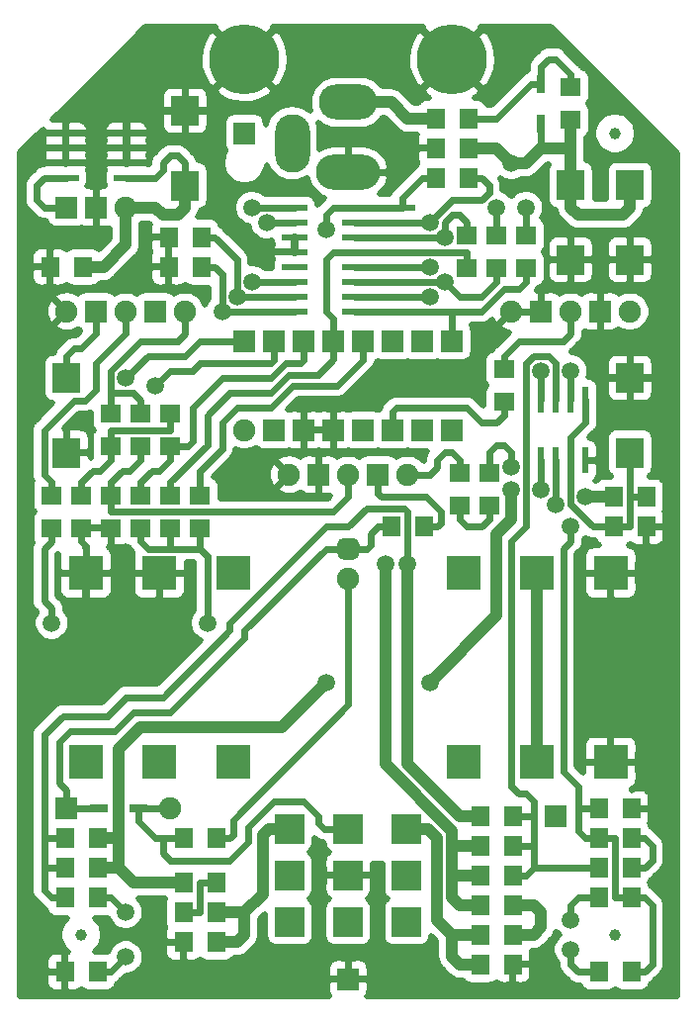
<source format=gbr>
G04 #@! TF.GenerationSoftware,KiCad,Pcbnew,5.1.12-84ad8e8a86~92~ubuntu20.04.1*
G04 #@! TF.CreationDate,2024-08-07T09:29:16+00:00*
G04 #@! TF.ProjectId,___-1.17.C-1,221a1f2d-312e-4313-972e-432d312e6b69,3C*
G04 #@! TF.SameCoordinates,Original*
G04 #@! TF.FileFunction,Copper,L1,Top*
G04 #@! TF.FilePolarity,Positive*
%FSLAX46Y46*%
G04 Gerber Fmt 4.6, Leading zero omitted, Abs format (unit mm)*
G04 Created by KiCad (PCBNEW 5.1.12-84ad8e8a86~92~ubuntu20.04.1) date 2024-08-07 09:29:16*
%MOMM*%
%LPD*%
G01*
G04 APERTURE LIST*
G04 #@! TA.AperFunction,ComponentPad*
%ADD10C,1.900000*%
G04 #@! TD*
G04 #@! TA.AperFunction,ComponentPad*
%ADD11R,1.900000X1.900000*%
G04 #@! TD*
G04 #@! TA.AperFunction,SMDPad,CuDef*
%ADD12R,1.600000X0.800000*%
G04 #@! TD*
G04 #@! TA.AperFunction,SMDPad,CuDef*
%ADD13R,1.600000X1.800000*%
G04 #@! TD*
G04 #@! TA.AperFunction,ComponentPad*
%ADD14R,2.500000X2.500000*%
G04 #@! TD*
G04 #@! TA.AperFunction,SMDPad,CuDef*
%ADD15R,1.800000X1.600000*%
G04 #@! TD*
G04 #@! TA.AperFunction,SMDPad,CuDef*
%ADD16R,2.400000X2.600000*%
G04 #@! TD*
G04 #@! TA.AperFunction,SMDPad,CuDef*
%ADD17R,2.200000X0.600000*%
G04 #@! TD*
G04 #@! TA.AperFunction,SMDPad,CuDef*
%ADD18R,0.800000X1.600000*%
G04 #@! TD*
G04 #@! TA.AperFunction,SMDPad,CuDef*
%ADD19C,1.000000*%
G04 #@! TD*
G04 #@! TA.AperFunction,ComponentPad*
%ADD20C,6.000000*%
G04 #@! TD*
G04 #@! TA.AperFunction,ComponentPad*
%ADD21O,5.000000X3.000000*%
G04 #@! TD*
G04 #@! TA.AperFunction,ComponentPad*
%ADD22O,3.000000X5.000000*%
G04 #@! TD*
G04 #@! TA.AperFunction,ComponentPad*
%ADD23O,5.500000X3.000000*%
G04 #@! TD*
G04 #@! TA.AperFunction,ComponentPad*
%ADD24R,3.000000X3.000000*%
G04 #@! TD*
G04 #@! TA.AperFunction,SMDPad,CuDef*
%ADD25R,0.600000X2.200000*%
G04 #@! TD*
G04 #@! TA.AperFunction,ViaPad*
%ADD26C,1.500000*%
G04 #@! TD*
G04 #@! TA.AperFunction,Conductor*
%ADD27C,0.600000*%
G04 #@! TD*
G04 #@! TA.AperFunction,Conductor*
%ADD28C,1.000000*%
G04 #@! TD*
G04 #@! TA.AperFunction,Conductor*
%ADD29C,0.500000*%
G04 #@! TD*
G04 #@! TA.AperFunction,Conductor*
%ADD30C,0.100000*%
G04 #@! TD*
G04 APERTURE END LIST*
D10*
X110490000Y-133350000D03*
D11*
X107950000Y-133350000D03*
D10*
X105410000Y-133350000D03*
D11*
X102870000Y-133350000D03*
D10*
X100330000Y-133350000D03*
X91440000Y-119380000D03*
D11*
X88900000Y-119380000D03*
D10*
X86360000Y-119380000D03*
D11*
X83820000Y-119380000D03*
D10*
X81280000Y-119380000D03*
X129540000Y-119380000D03*
D11*
X127000000Y-119380000D03*
D10*
X124460000Y-119380000D03*
D11*
X121920000Y-119380000D03*
D10*
X119380000Y-119380000D03*
D12*
X87425000Y-161925000D03*
X84025000Y-161925000D03*
D10*
X90170000Y-161925000D03*
D11*
X81280000Y-161925000D03*
D13*
X109090000Y-137795000D03*
X111890000Y-137795000D03*
D14*
X110410000Y-167640000D03*
X110410000Y-171640000D03*
X110410000Y-163640000D03*
X105410000Y-167640000D03*
X105410000Y-171640000D03*
X105410000Y-163640000D03*
X100410000Y-163640000D03*
X100410000Y-167640000D03*
X100410000Y-171640000D03*
D13*
X83950000Y-167005000D03*
X81150000Y-167005000D03*
X119510000Y-162560000D03*
X116710000Y-162560000D03*
X126870000Y-164465000D03*
X129670000Y-164465000D03*
X116710000Y-165100000D03*
X119510000Y-165100000D03*
X119510000Y-170180000D03*
X116710000Y-170180000D03*
X83950000Y-164465000D03*
X81150000Y-164465000D03*
D15*
X80010000Y-137925000D03*
X80010000Y-135125000D03*
D13*
X116710000Y-167640000D03*
X119510000Y-167640000D03*
D15*
X85090000Y-135125000D03*
X85090000Y-137925000D03*
D13*
X126870000Y-161925000D03*
X129670000Y-161925000D03*
D15*
X92710000Y-135125000D03*
X92710000Y-137925000D03*
X90170000Y-135125000D03*
X90170000Y-137925000D03*
D13*
X126870000Y-169545000D03*
X129670000Y-169545000D03*
X129670000Y-175895000D03*
X126870000Y-175895000D03*
D15*
X120650000Y-112900000D03*
X120650000Y-115700000D03*
X118110000Y-112900000D03*
X118110000Y-115700000D03*
X115570000Y-112900000D03*
X115570000Y-115700000D03*
D13*
X112900000Y-107950000D03*
X115700000Y-107950000D03*
X92840000Y-115570000D03*
X90040000Y-115570000D03*
X90040000Y-113030000D03*
X92840000Y-113030000D03*
X94110000Y-173355000D03*
X91310000Y-173355000D03*
X119510000Y-175260000D03*
X116710000Y-175260000D03*
X91310000Y-164465000D03*
X94110000Y-164465000D03*
D15*
X124460000Y-103000000D03*
X124460000Y-100200000D03*
D16*
X129540000Y-114960000D03*
X129540000Y-108560000D03*
D13*
X112900000Y-102870000D03*
X115700000Y-102870000D03*
X130940000Y-137795000D03*
X128140000Y-137795000D03*
X128140000Y-135255000D03*
X130940000Y-135255000D03*
X79880000Y-115570000D03*
X82680000Y-115570000D03*
X115700000Y-105410000D03*
X112900000Y-105410000D03*
D17*
X81220000Y-107950000D03*
X81220000Y-106680000D03*
X81220000Y-105410000D03*
X81220000Y-104140000D03*
X86420000Y-104140000D03*
X86420000Y-105410000D03*
X86420000Y-106680000D03*
X86420000Y-107950000D03*
D11*
X81280000Y-110490000D03*
X83820000Y-110490000D03*
D10*
X86360000Y-110490000D03*
D11*
X111760000Y-121920000D03*
X114300000Y-121920000D03*
X106680000Y-121920000D03*
X109220000Y-121920000D03*
X114300000Y-129540000D03*
X109220000Y-129540000D03*
X111760000Y-129540000D03*
X106680000Y-129540000D03*
X96520000Y-121920000D03*
X99060000Y-121920000D03*
X101600000Y-121920000D03*
X104140000Y-121920000D03*
X104140000Y-129540000D03*
X101600000Y-129540000D03*
X99060000Y-129540000D03*
D10*
X96520000Y-129540000D03*
D17*
X100810000Y-110490000D03*
X100810000Y-111760000D03*
X100810000Y-113030000D03*
X100810000Y-114300000D03*
X110010000Y-114300000D03*
X110010000Y-113030000D03*
X110010000Y-111760000D03*
X110010000Y-110490000D03*
X100810000Y-115570000D03*
X100810000Y-116840000D03*
X100810000Y-118110000D03*
X100810000Y-119380000D03*
X110010000Y-115570000D03*
X110010000Y-116840000D03*
X110010000Y-118110000D03*
X110010000Y-119380000D03*
X106010000Y-116840000D03*
X106010000Y-114300000D03*
X106010000Y-115570000D03*
X106010000Y-110490000D03*
X106010000Y-113030000D03*
X106010000Y-111760000D03*
X106010000Y-118110000D03*
X106010000Y-119380000D03*
D16*
X91440000Y-102210000D03*
X91440000Y-108610000D03*
X124460000Y-114960000D03*
X124460000Y-108560000D03*
X81280000Y-125070000D03*
X81280000Y-131470000D03*
X129540000Y-125070000D03*
X129540000Y-131470000D03*
D18*
X121920000Y-103300000D03*
X121920000Y-99900000D03*
D19*
X128270000Y-172720000D03*
X82550000Y-172720000D03*
X128270000Y-104140000D03*
D20*
X114300000Y-97790000D03*
X96520000Y-97790000D03*
D10*
X105410000Y-142240000D03*
G04 #@! TA.AperFunction,ComponentPad*
G36*
G01*
X105790000Y-140650000D02*
X105030000Y-140650000D01*
G75*
G02*
X104460000Y-140080000I0J570000D01*
G01*
X104460000Y-139320000D01*
G75*
G02*
X105030000Y-138750000I570000J0D01*
G01*
X105790000Y-138750000D01*
G75*
G02*
X106360000Y-139320000I0J-570000D01*
G01*
X106360000Y-140080000D01*
G75*
G02*
X105790000Y-140650000I-570000J0D01*
G01*
G37*
G04 #@! TD.AperFunction*
D11*
X96520000Y-104140000D03*
X123190000Y-162560000D03*
X105410000Y-176530000D03*
D21*
X105410000Y-101480000D03*
D22*
X100610000Y-104980000D03*
D23*
X105410000Y-107480000D03*
D24*
X95540000Y-141760000D03*
X89240000Y-141760000D03*
X82940000Y-141760000D03*
X95540000Y-157960000D03*
X89240000Y-157960000D03*
X82940000Y-157960000D03*
X115280000Y-157960000D03*
X121580000Y-157960000D03*
X127880000Y-157960000D03*
X115280000Y-141760000D03*
X121580000Y-141760000D03*
X127880000Y-141760000D03*
D13*
X81150000Y-169545000D03*
X83950000Y-169545000D03*
D15*
X87630000Y-130940000D03*
X87630000Y-128140000D03*
X117475000Y-133220000D03*
X117475000Y-136020000D03*
D13*
X91310000Y-170815000D03*
X94110000Y-170815000D03*
D15*
X118745000Y-127130000D03*
X118745000Y-124330000D03*
D25*
X121920000Y-126940000D03*
X123190000Y-126940000D03*
X124460000Y-126940000D03*
X125730000Y-126940000D03*
X125730000Y-132140000D03*
X124460000Y-132140000D03*
X123190000Y-132140000D03*
X121920000Y-132140000D03*
D15*
X90170000Y-128140000D03*
X90170000Y-130940000D03*
X87630000Y-137925000D03*
X87630000Y-135125000D03*
D13*
X116710000Y-172720000D03*
X119510000Y-172720000D03*
D15*
X114935000Y-133220000D03*
X114935000Y-136020000D03*
D13*
X91310000Y-168275000D03*
X94110000Y-168275000D03*
D15*
X82550000Y-137925000D03*
X82550000Y-135125000D03*
D13*
X126870000Y-167005000D03*
X129670000Y-167005000D03*
D15*
X85090000Y-128140000D03*
X85090000Y-130940000D03*
D13*
X83950000Y-175895000D03*
X81150000Y-175895000D03*
D26*
X82550000Y-128905000D03*
X119380000Y-106680000D03*
X121920000Y-124460000D03*
X125730000Y-135255000D03*
X97155000Y-110490000D03*
X86360000Y-174625000D03*
X93345000Y-146050000D03*
X124460000Y-137795000D03*
X119380000Y-132715000D03*
X86360000Y-170815000D03*
X80010000Y-146050000D03*
X123190000Y-135890000D03*
X110490000Y-140970000D03*
X98425000Y-111760000D03*
X95885000Y-118110000D03*
X94615000Y-119380000D03*
X124460000Y-173990000D03*
X103505000Y-112395000D03*
X86360000Y-125095000D03*
X124460000Y-171450000D03*
X88900000Y-125730000D03*
X112395000Y-111760000D03*
X113665000Y-113030000D03*
X118110000Y-110490000D03*
X112395000Y-115570000D03*
X113665000Y-116840000D03*
X120650000Y-110490000D03*
X112395000Y-118110000D03*
X97155000Y-116840000D03*
X124460000Y-124460000D03*
X108585000Y-140970000D03*
X121920000Y-134620000D03*
X119380000Y-134620000D03*
X112395000Y-151130000D03*
X103505000Y-151130000D03*
D27*
X119380000Y-119380000D02*
X121920000Y-119380000D01*
X82550000Y-137925000D02*
X82550000Y-139065000D01*
X82940000Y-139455000D02*
X82550000Y-139065000D01*
X82940000Y-141760000D02*
X82940000Y-139455000D01*
X95567500Y-162877500D02*
X105410000Y-153035000D01*
X105410000Y-153035000D02*
X105410000Y-142240000D01*
X95567500Y-164147500D02*
X95567500Y-162877500D01*
X95250000Y-164465000D02*
X95567500Y-164147500D01*
X94110000Y-164465000D02*
X95250000Y-164465000D01*
X87425000Y-161925000D02*
X90170000Y-161925000D01*
X96837500Y-163512500D02*
X96837500Y-164782500D01*
X89535000Y-164465000D02*
X91310000Y-164465000D01*
X89535000Y-165735000D02*
X89535000Y-164465000D01*
X95250000Y-166370000D02*
X90170000Y-166370000D01*
X101600000Y-161290000D02*
X99060000Y-161290000D01*
X90170000Y-166370000D02*
X89535000Y-165735000D01*
X96837500Y-164782500D02*
X95250000Y-166370000D01*
X102870000Y-162560000D02*
X101600000Y-161290000D01*
X103315000Y-163640000D02*
X102870000Y-163195000D01*
X99060000Y-161290000D02*
X96837500Y-163512500D01*
X102870000Y-163195000D02*
X102870000Y-162560000D01*
X105410000Y-163640000D02*
X103315000Y-163640000D01*
X87425000Y-161925000D02*
X87425000Y-162990000D01*
X87425000Y-162990000D02*
X88900000Y-164465000D01*
X88900000Y-164465000D02*
X89535000Y-164465000D01*
D28*
X121580000Y-141760000D02*
X121580000Y-157960000D01*
D27*
X81220000Y-107950000D02*
X79375000Y-107950000D01*
X79375000Y-107950000D02*
X78740000Y-108585000D01*
D28*
X124460000Y-108560000D02*
X124460000Y-110490000D01*
X128905000Y-111125000D02*
X125095000Y-111125000D01*
X129540000Y-110490000D02*
X128905000Y-111125000D01*
X129540000Y-108560000D02*
X129540000Y-110490000D01*
X124460000Y-110490000D02*
X125095000Y-111125000D01*
D27*
X121920000Y-126940000D02*
X121920000Y-124460000D01*
D28*
X128140000Y-135255000D02*
X125730000Y-135255000D01*
D27*
X79375000Y-110490000D02*
X81280000Y-110490000D01*
X78740000Y-109855000D02*
X79375000Y-110490000D01*
X78740000Y-108585000D02*
X78740000Y-109855000D01*
D28*
X118110000Y-105410000D02*
X119380000Y-106680000D01*
X115700000Y-105410000D02*
X118110000Y-105410000D01*
D27*
X121920000Y-103300000D02*
X121920000Y-105410000D01*
D28*
X124460000Y-103000000D02*
X124460000Y-105410000D01*
X124460000Y-108560000D02*
X124460000Y-105410000D01*
X121920000Y-105410000D02*
X124460000Y-105410000D01*
X120650000Y-106680000D02*
X121920000Y-105410000D01*
X119380000Y-106680000D02*
X120650000Y-106680000D01*
D27*
X113347500Y-137477500D02*
X113347500Y-136525000D01*
X113030000Y-137795000D02*
X113347500Y-137477500D01*
X113347500Y-136525000D02*
X112077500Y-135255000D01*
X111890000Y-137795000D02*
X113030000Y-137795000D01*
X107950000Y-134937500D02*
X108267500Y-135255000D01*
X108267500Y-135255000D02*
X112077500Y-135255000D01*
X107950000Y-133350000D02*
X107950000Y-134937500D01*
D28*
X82680000Y-115570000D02*
X84455000Y-115570000D01*
X84455000Y-115570000D02*
X86360000Y-113665000D01*
X86360000Y-110490000D02*
X86360000Y-113665000D01*
D27*
X100810000Y-110490000D02*
X97155000Y-110490000D01*
X90805000Y-106045000D02*
X90170000Y-106045000D01*
X91440000Y-106680000D02*
X90805000Y-106045000D01*
X91440000Y-108610000D02*
X91440000Y-106680000D01*
X86420000Y-107950000D02*
X88900000Y-107950000D01*
X88900000Y-107950000D02*
X89535000Y-107315000D01*
X89535000Y-107315000D02*
X89535000Y-106680000D01*
X89535000Y-106680000D02*
X90170000Y-106045000D01*
D28*
X91440000Y-110490000D02*
X91440000Y-108610000D01*
X90805000Y-111125000D02*
X91440000Y-110490000D01*
X89535000Y-111125000D02*
X90805000Y-111125000D01*
X88900000Y-110490000D02*
X89535000Y-111125000D01*
X86360000Y-110490000D02*
X88900000Y-110490000D01*
D27*
X90170000Y-137925000D02*
X90170000Y-139700000D01*
X87630000Y-137925000D02*
X87630000Y-139065000D01*
X87630000Y-139065000D02*
X88265000Y-139700000D01*
X88265000Y-139700000D02*
X90170000Y-139700000D01*
X92710000Y-139700000D02*
X90170000Y-139700000D01*
X92710000Y-137925000D02*
X92710000Y-139700000D01*
X85090000Y-175895000D02*
X86360000Y-174625000D01*
X83950000Y-175895000D02*
X85090000Y-175895000D01*
X93345000Y-140335000D02*
X92710000Y-139700000D01*
X93345000Y-146050000D02*
X93345000Y-140335000D01*
X129670000Y-175895000D02*
X130810000Y-175895000D01*
X130810000Y-175895000D02*
X131445000Y-175260000D01*
X131445000Y-175260000D02*
X131445000Y-170180000D01*
X130810000Y-169545000D02*
X131445000Y-170180000D01*
X129670000Y-169545000D02*
X130810000Y-169545000D01*
X126870000Y-164465000D02*
X128270000Y-164465000D01*
X128270000Y-164465000D02*
X128270000Y-169545000D01*
X117475000Y-131445000D02*
X118110000Y-130810000D01*
X119380000Y-131445000D02*
X119380000Y-132715000D01*
X118745000Y-130810000D02*
X119380000Y-131445000D01*
X118110000Y-130810000D02*
X118745000Y-130810000D01*
X117475000Y-133220000D02*
X117475000Y-131445000D01*
X125095000Y-160020000D02*
X123825000Y-158750000D01*
X123825000Y-158750000D02*
X123825000Y-139700000D01*
X123825000Y-139700000D02*
X124460000Y-139065000D01*
X124460000Y-139065000D02*
X124460000Y-137795000D01*
X125095000Y-160020000D02*
X125095000Y-161925000D01*
X126870000Y-161925000D02*
X125095000Y-161925000D01*
X126870000Y-164465000D02*
X125730000Y-164465000D01*
X125730000Y-164465000D02*
X125095000Y-163830000D01*
X125095000Y-161925000D02*
X125095000Y-163830000D01*
X129670000Y-169545000D02*
X128270000Y-169545000D01*
X114935000Y-136020000D02*
X114935000Y-137160000D01*
X115570000Y-137795000D02*
X116840000Y-137795000D01*
X117475000Y-137160000D02*
X116840000Y-137795000D01*
X117475000Y-136020000D02*
X117475000Y-137160000D01*
X114935000Y-137160000D02*
X115570000Y-137795000D01*
X119510000Y-165100000D02*
X121285000Y-165100000D01*
X119510000Y-162560000D02*
X121285000Y-162560000D01*
X121285000Y-165100000D02*
X121285000Y-162560000D01*
X120650000Y-167640000D02*
X121285000Y-167005000D01*
X121285000Y-167005000D02*
X121285000Y-165100000D01*
X119510000Y-167640000D02*
X120650000Y-167640000D01*
X121285000Y-162560000D02*
X121285000Y-161290000D01*
X119380000Y-160020000D02*
X119380000Y-139065000D01*
X121285000Y-161290000D02*
X120650000Y-160655000D01*
X120650000Y-160655000D02*
X120015000Y-160655000D01*
X120015000Y-160655000D02*
X119380000Y-160020000D01*
X119380000Y-139065000D02*
X120650000Y-137795000D01*
X120650000Y-123825000D02*
X121285000Y-123190000D01*
X121285000Y-123190000D02*
X122555000Y-123190000D01*
X120650000Y-137795000D02*
X120650000Y-123825000D01*
X122555000Y-123190000D02*
X123190000Y-123825000D01*
X123190000Y-123825000D02*
X123190000Y-126940000D01*
X126870000Y-167005000D02*
X121285000Y-167005000D01*
X83950000Y-169545000D02*
X85090000Y-169545000D01*
X80010000Y-146050000D02*
X80010000Y-144780000D01*
X80010000Y-144780000D02*
X79375000Y-144145000D01*
X79375000Y-144145000D02*
X79375000Y-139700000D01*
X80010000Y-139065000D02*
X80010000Y-137925000D01*
X79375000Y-139700000D02*
X80010000Y-139065000D01*
X85090000Y-169545000D02*
X86360000Y-170815000D01*
X114935000Y-133220000D02*
X114935000Y-132080000D01*
X114935000Y-132080000D02*
X114300000Y-131445000D01*
X110490000Y-133350000D02*
X112395000Y-133350000D01*
X112395000Y-133350000D02*
X113030000Y-132715000D01*
X113030000Y-132715000D02*
X113030000Y-132080000D01*
X113665000Y-131445000D02*
X114300000Y-131445000D01*
X113030000Y-132080000D02*
X113665000Y-131445000D01*
X123190000Y-132140000D02*
X123190000Y-135890000D01*
X81150000Y-164465000D02*
X79375000Y-164465000D01*
X81150000Y-169545000D02*
X80010000Y-169545000D01*
X79375000Y-167005000D02*
X79375000Y-168910000D01*
X80010000Y-169545000D02*
X79375000Y-168910000D01*
X79375000Y-167005000D02*
X79375000Y-164465000D01*
X81150000Y-167005000D02*
X79375000Y-167005000D01*
D28*
X110490000Y-158115000D02*
X114935000Y-162560000D01*
X110490000Y-140970000D02*
X110490000Y-158115000D01*
X114935000Y-162560000D02*
X116710000Y-162560000D01*
D27*
X106997500Y-136207500D02*
X110172500Y-136207500D01*
X110172500Y-136207500D02*
X110490000Y-136525000D01*
X103505000Y-137795000D02*
X105410000Y-137795000D01*
X95250000Y-146685000D02*
X95250000Y-146050000D01*
X110490000Y-136525000D02*
X110490000Y-140970000D01*
X105410000Y-137795000D02*
X106997500Y-136207500D01*
X95250000Y-146050000D02*
X103505000Y-137795000D01*
X86360000Y-152400000D02*
X89535000Y-152400000D01*
X89535000Y-152400000D02*
X95250000Y-146685000D01*
X84772500Y-153987500D02*
X86360000Y-152400000D01*
X80962500Y-153987500D02*
X84772500Y-153987500D01*
X79375000Y-155575000D02*
X80962500Y-153987500D01*
X79375000Y-164465000D02*
X79375000Y-155575000D01*
X118745000Y-123190000D02*
X120015000Y-121920000D01*
X118745000Y-124330000D02*
X118745000Y-123190000D01*
X124460000Y-121285000D02*
X124460000Y-119380000D01*
X123825000Y-121920000D02*
X124460000Y-121285000D01*
X120015000Y-121920000D02*
X123825000Y-121920000D01*
X91310000Y-170815000D02*
X92710000Y-170815000D01*
X92710000Y-168275000D02*
X92710000Y-170815000D01*
X94110000Y-168275000D02*
X92710000Y-168275000D01*
D28*
X116710000Y-175260000D02*
X114935000Y-175260000D01*
X114935000Y-175260000D02*
X114300000Y-174625000D01*
X114300000Y-174625000D02*
X114300000Y-172720000D01*
X116710000Y-172720000D02*
X114300000Y-172720000D01*
X114300000Y-172720000D02*
X113030000Y-171450000D01*
X113030000Y-164465000D02*
X113030000Y-171450000D01*
X112205000Y-163640000D02*
X113030000Y-164465000D01*
X110410000Y-163640000D02*
X112205000Y-163640000D01*
X94110000Y-173355000D02*
X95885000Y-173355000D01*
X95885000Y-173355000D02*
X96520000Y-172720000D01*
X96520000Y-172720000D02*
X96520000Y-170815000D01*
X94110000Y-170815000D02*
X96520000Y-170815000D01*
X98615000Y-163640000D02*
X100410000Y-163640000D01*
X98107500Y-164147500D02*
X98615000Y-163640000D01*
X98107500Y-169227500D02*
X98107500Y-164147500D01*
X96520000Y-170815000D02*
X98107500Y-169227500D01*
D27*
X98425000Y-111760000D02*
X100810000Y-111760000D01*
X83820000Y-121285000D02*
X83820000Y-119380000D01*
X82550000Y-122555000D02*
X83820000Y-121285000D01*
X81915000Y-122555000D02*
X82550000Y-122555000D01*
X81280000Y-123190000D02*
X81915000Y-122555000D01*
X81280000Y-125070000D02*
X81280000Y-123190000D01*
X100810000Y-118110000D02*
X95885000Y-118110000D01*
X93980000Y-113030000D02*
X95885000Y-114935000D01*
X92840000Y-113030000D02*
X93980000Y-113030000D01*
X95885000Y-114935000D02*
X95885000Y-118110000D01*
X100810000Y-119380000D02*
X94615000Y-119380000D01*
X93980000Y-115570000D02*
X94615000Y-116205000D01*
X92840000Y-115570000D02*
X93980000Y-115570000D01*
X94615000Y-116205000D02*
X94615000Y-119380000D01*
X126870000Y-175895000D02*
X125095000Y-175895000D01*
X124460000Y-173990000D02*
X124460000Y-175260000D01*
X125095000Y-175895000D02*
X124460000Y-175260000D01*
X106010000Y-110490000D02*
X110010000Y-110490000D01*
X112900000Y-107950000D02*
X111760000Y-107950000D01*
X110010000Y-109700000D02*
X111760000Y-107950000D01*
X110010000Y-110490000D02*
X110010000Y-109700000D01*
X103505000Y-112395000D02*
X103505000Y-111125000D01*
X103505000Y-111125000D02*
X104140000Y-110490000D01*
X104140000Y-110490000D02*
X106010000Y-110490000D01*
X86360000Y-125095000D02*
X88265000Y-123190000D01*
X92710000Y-121920000D02*
X96520000Y-121920000D01*
X91440000Y-123190000D02*
X92710000Y-121920000D01*
X88265000Y-123190000D02*
X91440000Y-123190000D01*
X126870000Y-169545000D02*
X125095000Y-169545000D01*
X124460000Y-170180000D02*
X124460000Y-171450000D01*
X125095000Y-169545000D02*
X124460000Y-170180000D01*
X106010000Y-111760000D02*
X110010000Y-111760000D01*
X110010000Y-111760000D02*
X112395000Y-111760000D01*
X112395000Y-111760000D02*
X114300000Y-109855000D01*
X115700000Y-107950000D02*
X116840000Y-107950000D01*
X116840000Y-107950000D02*
X117475000Y-108585000D01*
X117475000Y-108585000D02*
X117475000Y-109220000D01*
X117475000Y-109220000D02*
X116840000Y-109855000D01*
X114300000Y-109855000D02*
X116840000Y-109855000D01*
X88900000Y-125730000D02*
X90170000Y-124460000D01*
X99060000Y-123507500D02*
X99060000Y-121920000D01*
X98742500Y-123825000D02*
X99060000Y-123507500D01*
X92710000Y-123825000D02*
X98742500Y-123825000D01*
X92075000Y-124460000D02*
X92710000Y-123825000D01*
X90170000Y-124460000D02*
X92075000Y-124460000D01*
X106010000Y-113030000D02*
X110010000Y-113030000D01*
X110010000Y-113030000D02*
X113665000Y-113030000D01*
X113665000Y-113030000D02*
X113665000Y-111760000D01*
X113665000Y-111760000D02*
X114300000Y-111125000D01*
X114300000Y-111125000D02*
X114935000Y-111125000D01*
X115570000Y-111760000D02*
X114935000Y-111125000D01*
X115570000Y-112900000D02*
X115570000Y-111760000D01*
X90170000Y-130940000D02*
X91627500Y-130940000D01*
X91627500Y-130940000D02*
X92075000Y-130492500D01*
X94615000Y-125095000D02*
X92075000Y-127635000D01*
X98742500Y-125095000D02*
X94615000Y-125095000D01*
X92075000Y-127635000D02*
X92075000Y-130492500D01*
X100012500Y-123825000D02*
X98742500Y-125095000D01*
X101282500Y-123825000D02*
X100012500Y-123825000D01*
X101600000Y-123507500D02*
X101282500Y-123825000D01*
X101600000Y-121920000D02*
X101600000Y-123507500D01*
X90170000Y-132080000D02*
X90170000Y-130940000D01*
X89217500Y-133032500D02*
X90170000Y-132080000D01*
X88582500Y-133032500D02*
X89217500Y-133032500D01*
X87630000Y-133985000D02*
X88582500Y-133032500D01*
X87630000Y-135125000D02*
X87630000Y-133985000D01*
X106010000Y-114300000D02*
X110010000Y-114300000D01*
X104140000Y-120015000D02*
X104140000Y-121920000D01*
X103505000Y-119380000D02*
X104140000Y-120015000D01*
X103505000Y-114935000D02*
X103505000Y-119380000D01*
X104140000Y-114300000D02*
X103505000Y-114935000D01*
X106010000Y-114300000D02*
X104140000Y-114300000D01*
X115570000Y-115700000D02*
X115570000Y-114300000D01*
X110010000Y-114300000D02*
X115570000Y-114300000D01*
X104140000Y-123470000D02*
X104140000Y-121920000D01*
X98742500Y-126365000D02*
X100330000Y-124777500D01*
X95250000Y-126365000D02*
X98742500Y-126365000D01*
X93345000Y-128270000D02*
X95250000Y-126365000D01*
X102832500Y-124777500D02*
X104140000Y-123470000D01*
X93345000Y-130810000D02*
X93345000Y-128270000D01*
X100330000Y-124777500D02*
X102832500Y-124777500D01*
X90170000Y-133985000D02*
X93345000Y-130810000D01*
X90170000Y-135125000D02*
X90170000Y-133985000D01*
X106010000Y-115570000D02*
X110010000Y-115570000D01*
X110010000Y-115570000D02*
X112395000Y-115570000D01*
X118110000Y-112900000D02*
X118110000Y-110490000D01*
X106680000Y-123507500D02*
X106680000Y-121920000D01*
X104457500Y-125730000D02*
X106680000Y-123507500D01*
X95885000Y-127635000D02*
X98742500Y-127635000D01*
X100647500Y-125730000D02*
X104457500Y-125730000D01*
X94615000Y-128905000D02*
X95885000Y-127635000D01*
X94615000Y-131127500D02*
X94615000Y-128905000D01*
X92710000Y-133032500D02*
X94615000Y-131127500D01*
X98742500Y-127635000D02*
X100647500Y-125730000D01*
X92710000Y-135125000D02*
X92710000Y-133032500D01*
X106010000Y-116840000D02*
X110010000Y-116840000D01*
X110010000Y-116840000D02*
X113665000Y-116840000D01*
X118110000Y-115700000D02*
X118110000Y-116840000D01*
X116840000Y-118110000D02*
X118110000Y-116840000D01*
X114935000Y-118110000D02*
X116840000Y-118110000D01*
X113665000Y-116840000D02*
X114935000Y-118110000D01*
X106010000Y-118110000D02*
X110010000Y-118110000D01*
X110010000Y-118110000D02*
X112395000Y-118110000D01*
X120650000Y-112900000D02*
X120650000Y-110490000D01*
X106010000Y-119380000D02*
X110010000Y-119380000D01*
X114300000Y-119380000D02*
X114300000Y-121920000D01*
X110010000Y-119380000D02*
X114300000Y-119380000D01*
X120650000Y-116840000D02*
X120650000Y-115700000D01*
X120015000Y-117475000D02*
X120650000Y-116840000D01*
X116840000Y-119380000D02*
X118745000Y-117475000D01*
X114300000Y-119380000D02*
X116840000Y-119380000D01*
X118745000Y-117475000D02*
X120015000Y-117475000D01*
X100810000Y-116840000D02*
X97155000Y-116840000D01*
X115570000Y-127635000D02*
X116840000Y-128905000D01*
X109537500Y-127635000D02*
X115570000Y-127635000D01*
X109220000Y-127952500D02*
X109537500Y-127635000D01*
X109220000Y-129540000D02*
X109220000Y-127952500D01*
X118745000Y-128270000D02*
X118745000Y-127130000D01*
X118110000Y-128905000D02*
X118745000Y-128270000D01*
X116840000Y-128905000D02*
X118110000Y-128905000D01*
X121080000Y-99900000D02*
X118110000Y-102870000D01*
X121920000Y-99900000D02*
X121080000Y-99900000D01*
X118110000Y-102870000D02*
X115700000Y-102870000D01*
X121920000Y-98425000D02*
X121920000Y-99900000D01*
X122555000Y-97790000D02*
X121920000Y-98425000D01*
X123190000Y-97790000D02*
X122555000Y-97790000D01*
X124460000Y-99060000D02*
X123190000Y-97790000D01*
X124460000Y-100200000D02*
X124460000Y-99060000D01*
X125730000Y-126940000D02*
X125730000Y-128905000D01*
X124460000Y-132140000D02*
X124460000Y-130175000D01*
X124460000Y-130175000D02*
X125730000Y-128905000D01*
X130940000Y-135255000D02*
X129540000Y-135255000D01*
X129540000Y-137795000D02*
X128140000Y-137795000D01*
X129540000Y-135255000D02*
X129540000Y-137795000D01*
X129540000Y-131470000D02*
X129540000Y-135255000D01*
X124460000Y-135890000D02*
X124460000Y-132140000D01*
X126365000Y-137795000D02*
X124460000Y-135890000D01*
X128140000Y-137795000D02*
X126365000Y-137795000D01*
X84025000Y-161925000D02*
X81280000Y-161925000D01*
X109090000Y-137795000D02*
X107950000Y-137795000D01*
X107950000Y-137795000D02*
X107315000Y-138430000D01*
X106997500Y-139700000D02*
X107315000Y-139382500D01*
X107315000Y-138430000D02*
X107315000Y-139382500D01*
X105410000Y-139700000D02*
X106997500Y-139700000D01*
X96520000Y-147320000D02*
X96520000Y-146685000D01*
X96520000Y-146685000D02*
X103505000Y-139700000D01*
X90170000Y-153670000D02*
X96520000Y-147320000D01*
X86995000Y-153670000D02*
X90170000Y-153670000D01*
X85407500Y-155257500D02*
X86995000Y-153670000D01*
X81597500Y-155257500D02*
X85407500Y-155257500D01*
X80645000Y-156210000D02*
X81597500Y-155257500D01*
X80645000Y-159702500D02*
X80645000Y-156210000D01*
X81280000Y-160337500D02*
X80645000Y-159702500D01*
X103505000Y-139700000D02*
X105410000Y-139700000D01*
X81280000Y-161925000D02*
X81280000Y-160337500D01*
D28*
X119510000Y-172720000D02*
X121285000Y-172720000D01*
X121920000Y-170815000D02*
X121920000Y-172085000D01*
X121285000Y-170180000D02*
X121920000Y-170815000D01*
X119510000Y-170180000D02*
X121285000Y-170180000D01*
X121285000Y-172720000D02*
X121920000Y-172085000D01*
X116710000Y-170180000D02*
X114935000Y-170180000D01*
X114935000Y-170180000D02*
X114300000Y-169545000D01*
X116710000Y-167640000D02*
X114300000Y-167640000D01*
X114300000Y-167640000D02*
X114300000Y-169545000D01*
X116710000Y-165100000D02*
X114300000Y-165100000D01*
X114300000Y-165100000D02*
X114300000Y-167640000D01*
D27*
X124460000Y-126940000D02*
X124460000Y-124460000D01*
D28*
X114300000Y-163830000D02*
X114300000Y-165100000D01*
X108585000Y-158115000D02*
X114300000Y-163830000D01*
X108585000Y-140970000D02*
X108585000Y-158115000D01*
D27*
X129670000Y-167005000D02*
X130810000Y-167005000D01*
X130810000Y-167005000D02*
X131445000Y-166370000D01*
X131445000Y-166370000D02*
X131445000Y-165100000D01*
X130810000Y-164465000D02*
X131445000Y-165100000D01*
X129670000Y-164465000D02*
X130810000Y-164465000D01*
X86360000Y-121285000D02*
X86360000Y-119380000D01*
X83820000Y-123825000D02*
X86360000Y-121285000D01*
X83820000Y-126047500D02*
X83820000Y-123825000D01*
X82867500Y-127000000D02*
X83820000Y-126047500D01*
X81915000Y-127000000D02*
X82867500Y-127000000D01*
X79375000Y-129540000D02*
X81915000Y-127000000D01*
X79375000Y-133350000D02*
X79375000Y-129540000D01*
X80010000Y-133985000D02*
X79375000Y-133350000D01*
X80010000Y-135125000D02*
X80010000Y-133985000D01*
X121920000Y-132140000D02*
X121920000Y-134620000D01*
D28*
X83950000Y-164465000D02*
X85725000Y-164465000D01*
X85725000Y-164465000D02*
X85725000Y-167005000D01*
X83950000Y-167005000D02*
X85725000Y-167005000D01*
X85725000Y-167005000D02*
X86995000Y-168275000D01*
X86995000Y-168275000D02*
X91310000Y-168275000D01*
X112395000Y-151130000D02*
X118110000Y-145415000D01*
X119380000Y-137160000D02*
X119380000Y-134620000D01*
X118110000Y-138430000D02*
X119380000Y-137160000D01*
X118110000Y-145415000D02*
X118110000Y-138430000D01*
X103505000Y-151130000D02*
X99695000Y-154940000D01*
X87630000Y-154940000D02*
X85725000Y-156845000D01*
X85725000Y-156845000D02*
X85725000Y-164465000D01*
X99695000Y-154940000D02*
X87630000Y-154940000D01*
D27*
X87630000Y-132080000D02*
X87630000Y-130940000D01*
X86677500Y-133032500D02*
X87630000Y-132080000D01*
X86042500Y-133032500D02*
X86677500Y-133032500D01*
X85090000Y-133985000D02*
X86042500Y-133032500D01*
X85090000Y-135125000D02*
X85090000Y-133985000D01*
X105410000Y-135255000D02*
X105410000Y-133350000D01*
X85090000Y-135125000D02*
X85090000Y-136525000D01*
X104140000Y-136525000D02*
X105410000Y-135255000D01*
X85090000Y-136525000D02*
X104140000Y-136525000D01*
X87630000Y-128140000D02*
X87630000Y-127000000D01*
X87630000Y-127000000D02*
X86995000Y-126365000D01*
X85090000Y-126365000D02*
X86995000Y-126365000D01*
X85090000Y-126365000D02*
X85090000Y-128140000D01*
X87630000Y-121920000D02*
X85090000Y-124460000D01*
X90805000Y-121920000D02*
X87630000Y-121920000D01*
X91440000Y-121285000D02*
X90805000Y-121920000D01*
X91440000Y-119380000D02*
X91440000Y-121285000D01*
X85090000Y-124460000D02*
X85090000Y-126365000D01*
X85090000Y-130940000D02*
X85090000Y-129540000D01*
X90170000Y-128140000D02*
X90170000Y-129540000D01*
X85090000Y-129540000D02*
X90170000Y-129540000D01*
X85090000Y-132080000D02*
X85090000Y-130940000D01*
X84137500Y-133032500D02*
X85090000Y-132080000D01*
X83502500Y-133032500D02*
X84137500Y-133032500D01*
X82550000Y-133985000D02*
X83502500Y-133032500D01*
X82550000Y-135125000D02*
X82550000Y-133985000D01*
D28*
X109100000Y-101480000D02*
X105410000Y-101480000D01*
X110490000Y-102870000D02*
X109100000Y-101480000D01*
X112900000Y-102870000D02*
X110490000Y-102870000D01*
D29*
X93970324Y-95169613D02*
X96520000Y-97719289D01*
X99069676Y-95169613D01*
X98987651Y-95030000D01*
X111832349Y-95030000D01*
X111750324Y-95169613D01*
X114300000Y-97719289D01*
X116849676Y-95169613D01*
X116767651Y-95030000D01*
X122755077Y-95030000D01*
X133570000Y-105844924D01*
X133570001Y-178020000D01*
X107016431Y-178020000D01*
X107070169Y-177954520D01*
X107149098Y-177806855D01*
X107197701Y-177646629D01*
X107214113Y-177480000D01*
X107210000Y-176792500D01*
X106997500Y-176580000D01*
X105460000Y-176580000D01*
X105460000Y-176600000D01*
X105360000Y-176600000D01*
X105360000Y-176580000D01*
X103822500Y-176580000D01*
X103610000Y-176792500D01*
X103605887Y-177480000D01*
X103622299Y-177646629D01*
X103670902Y-177806855D01*
X103749831Y-177954520D01*
X103803569Y-178020000D01*
X77250000Y-178020000D01*
X77250000Y-176795000D01*
X79495887Y-176795000D01*
X79512299Y-176961629D01*
X79560902Y-177121855D01*
X79639831Y-177269520D01*
X79746051Y-177398949D01*
X79875480Y-177505169D01*
X80023145Y-177584098D01*
X80183371Y-177632701D01*
X80350000Y-177649113D01*
X80887500Y-177645000D01*
X81100000Y-177432500D01*
X81100000Y-175945000D01*
X79712500Y-175945000D01*
X79500000Y-176157500D01*
X79495887Y-176795000D01*
X77250000Y-176795000D01*
X77250000Y-174995000D01*
X79495887Y-174995000D01*
X79500000Y-175632500D01*
X79712500Y-175845000D01*
X81100000Y-175845000D01*
X81100000Y-174357500D01*
X80887500Y-174145000D01*
X80350000Y-174140887D01*
X80183371Y-174157299D01*
X80023145Y-174205902D01*
X79875480Y-174284831D01*
X79746051Y-174391051D01*
X79639831Y-174520480D01*
X79560902Y-174668145D01*
X79512299Y-174828371D01*
X79495887Y-174995000D01*
X77250000Y-174995000D01*
X77250000Y-164465000D01*
X78219436Y-164465000D01*
X78225001Y-164521501D01*
X78225000Y-166948508D01*
X78219436Y-167005000D01*
X78225000Y-167061491D01*
X78225001Y-168853509D01*
X78219437Y-168910000D01*
X78225001Y-168966492D01*
X78241641Y-169135439D01*
X78307399Y-169352215D01*
X78414185Y-169551997D01*
X78557894Y-169727107D01*
X78601776Y-169763120D01*
X79156875Y-170318219D01*
X79192893Y-170362107D01*
X79368003Y-170505816D01*
X79465570Y-170557967D01*
X79509318Y-170581351D01*
X79512300Y-170611629D01*
X79560903Y-170771855D01*
X79639832Y-170919519D01*
X79746052Y-171048948D01*
X79875481Y-171155168D01*
X80023145Y-171234097D01*
X80183371Y-171282700D01*
X80350000Y-171299112D01*
X81354593Y-171299112D01*
X81113011Y-171540694D01*
X80910552Y-171843697D01*
X80771095Y-172180375D01*
X80700000Y-172537791D01*
X80700000Y-172902209D01*
X80771095Y-173259625D01*
X80910552Y-173596303D01*
X81113011Y-173899306D01*
X81370694Y-174156989D01*
X81388568Y-174168932D01*
X81200000Y-174357500D01*
X81200000Y-175845000D01*
X81220000Y-175845000D01*
X81220000Y-175945000D01*
X81200000Y-175945000D01*
X81200000Y-177432500D01*
X81412500Y-177645000D01*
X81950000Y-177649113D01*
X82116629Y-177632701D01*
X82276855Y-177584098D01*
X82424520Y-177505169D01*
X82550001Y-177402189D01*
X82675481Y-177505168D01*
X82823145Y-177584097D01*
X82983371Y-177632700D01*
X83150000Y-177649112D01*
X84750000Y-177649112D01*
X84916629Y-177632700D01*
X85076855Y-177584097D01*
X85224519Y-177505168D01*
X85353948Y-177398948D01*
X85460168Y-177269519D01*
X85539097Y-177121855D01*
X85587700Y-176961629D01*
X85590682Y-176931351D01*
X85731997Y-176855816D01*
X85907107Y-176712107D01*
X85943124Y-176668220D01*
X86386345Y-176225000D01*
X86517586Y-176225000D01*
X86826703Y-176163513D01*
X87117884Y-176042902D01*
X87379941Y-175867801D01*
X87602801Y-175644941D01*
X87646193Y-175580000D01*
X103605887Y-175580000D01*
X103610000Y-176267500D01*
X103822500Y-176480000D01*
X105360000Y-176480000D01*
X105360000Y-174942500D01*
X105460000Y-174942500D01*
X105460000Y-176480000D01*
X106997500Y-176480000D01*
X107210000Y-176267500D01*
X107214113Y-175580000D01*
X107197701Y-175413371D01*
X107149098Y-175253145D01*
X107070169Y-175105480D01*
X106963949Y-174976051D01*
X106834520Y-174869831D01*
X106686855Y-174790902D01*
X106526629Y-174742299D01*
X106360000Y-174725887D01*
X105672500Y-174730000D01*
X105460000Y-174942500D01*
X105360000Y-174942500D01*
X105147500Y-174730000D01*
X104460000Y-174725887D01*
X104293371Y-174742299D01*
X104133145Y-174790902D01*
X103985480Y-174869831D01*
X103856051Y-174976051D01*
X103749831Y-175105480D01*
X103670902Y-175253145D01*
X103622299Y-175413371D01*
X103605887Y-175580000D01*
X87646193Y-175580000D01*
X87777902Y-175382884D01*
X87898513Y-175091703D01*
X87960000Y-174782586D01*
X87960000Y-174467414D01*
X87917749Y-174255000D01*
X89655887Y-174255000D01*
X89672299Y-174421629D01*
X89720902Y-174581855D01*
X89799831Y-174729520D01*
X89906051Y-174858949D01*
X90035480Y-174965169D01*
X90183145Y-175044098D01*
X90343371Y-175092701D01*
X90510000Y-175109113D01*
X91047500Y-175105000D01*
X91260000Y-174892500D01*
X91260000Y-173405000D01*
X89872500Y-173405000D01*
X89660000Y-173617500D01*
X89655887Y-174255000D01*
X87917749Y-174255000D01*
X87898513Y-174158297D01*
X87777902Y-173867116D01*
X87602801Y-173605059D01*
X87379941Y-173382199D01*
X87117884Y-173207098D01*
X86826703Y-173086487D01*
X86517586Y-173025000D01*
X86202414Y-173025000D01*
X85893297Y-173086487D01*
X85602116Y-173207098D01*
X85340059Y-173382199D01*
X85117199Y-173605059D01*
X84942098Y-173867116D01*
X84825613Y-174148335D01*
X84750000Y-174140888D01*
X83745407Y-174140888D01*
X83986989Y-173899306D01*
X84189448Y-173596303D01*
X84328905Y-173259625D01*
X84400000Y-172902209D01*
X84400000Y-172537791D01*
X84328905Y-172180375D01*
X84189448Y-171843697D01*
X83986989Y-171540694D01*
X83745407Y-171299112D01*
X84750000Y-171299112D01*
X84825613Y-171291665D01*
X84942098Y-171572884D01*
X85117199Y-171834941D01*
X85340059Y-172057801D01*
X85602116Y-172232902D01*
X85893297Y-172353513D01*
X86202414Y-172415000D01*
X86517586Y-172415000D01*
X86826703Y-172353513D01*
X87117884Y-172232902D01*
X87379941Y-172057801D01*
X87602801Y-171834941D01*
X87777902Y-171572884D01*
X87898513Y-171281703D01*
X87960000Y-170972586D01*
X87960000Y-170657414D01*
X87898513Y-170348297D01*
X87777902Y-170057116D01*
X87602801Y-169795059D01*
X87432742Y-169625000D01*
X89709723Y-169625000D01*
X89672300Y-169748371D01*
X89655888Y-169915000D01*
X89655888Y-171715000D01*
X89672300Y-171881629D01*
X89720903Y-172041855D01*
X89743964Y-172084999D01*
X89720902Y-172128145D01*
X89672299Y-172288371D01*
X89655887Y-172455000D01*
X89660000Y-173092500D01*
X89872500Y-173305000D01*
X91260000Y-173305000D01*
X91260000Y-173285000D01*
X91360000Y-173285000D01*
X91360000Y-173305000D01*
X91380000Y-173305000D01*
X91380000Y-173405000D01*
X91360000Y-173405000D01*
X91360000Y-174892500D01*
X91572500Y-175105000D01*
X92110000Y-175109113D01*
X92276629Y-175092701D01*
X92436855Y-175044098D01*
X92584520Y-174965169D01*
X92710001Y-174862189D01*
X92835481Y-174965168D01*
X92983145Y-175044097D01*
X93143371Y-175092700D01*
X93310000Y-175109112D01*
X94910000Y-175109112D01*
X95076629Y-175092700D01*
X95236855Y-175044097D01*
X95384519Y-174965168D01*
X95513948Y-174858948D01*
X95620168Y-174729519D01*
X95633274Y-174705000D01*
X95818681Y-174705000D01*
X95885000Y-174711532D01*
X95951319Y-174705000D01*
X95951321Y-174705000D01*
X96149646Y-174685467D01*
X96404122Y-174608272D01*
X96638649Y-174482915D01*
X96844213Y-174314213D01*
X96886492Y-174262696D01*
X97427697Y-173721490D01*
X97479212Y-173679213D01*
X97647915Y-173473649D01*
X97711334Y-173355000D01*
X97773272Y-173239123D01*
X97793362Y-173172893D01*
X97850467Y-172984646D01*
X97870000Y-172786321D01*
X97870000Y-172786319D01*
X97876532Y-172720000D01*
X97870000Y-172653679D01*
X97870000Y-171374188D01*
X98305888Y-170938301D01*
X98305888Y-172890000D01*
X98322300Y-173056629D01*
X98370903Y-173216855D01*
X98449832Y-173364519D01*
X98556052Y-173493948D01*
X98685481Y-173600168D01*
X98833145Y-173679097D01*
X98993371Y-173727700D01*
X99160000Y-173744112D01*
X101660000Y-173744112D01*
X101826629Y-173727700D01*
X101986855Y-173679097D01*
X102134519Y-173600168D01*
X102263948Y-173493948D01*
X102370168Y-173364519D01*
X102449097Y-173216855D01*
X102497700Y-173056629D01*
X102514112Y-172890000D01*
X102514112Y-170390000D01*
X102497700Y-170223371D01*
X102449097Y-170063145D01*
X102370168Y-169915481D01*
X102263948Y-169786052D01*
X102134519Y-169679832D01*
X102059999Y-169640000D01*
X102134519Y-169600168D01*
X102263948Y-169493948D01*
X102370168Y-169364519D01*
X102449097Y-169216855D01*
X102497700Y-169056629D01*
X102514112Y-168890000D01*
X103305887Y-168890000D01*
X103322299Y-169056629D01*
X103370902Y-169216855D01*
X103449831Y-169364520D01*
X103556051Y-169493949D01*
X103685480Y-169600169D01*
X103759999Y-169640001D01*
X103685481Y-169679832D01*
X103556052Y-169786052D01*
X103449832Y-169915481D01*
X103370903Y-170063145D01*
X103322300Y-170223371D01*
X103305888Y-170390000D01*
X103305888Y-172890000D01*
X103322300Y-173056629D01*
X103370903Y-173216855D01*
X103449832Y-173364519D01*
X103556052Y-173493948D01*
X103685481Y-173600168D01*
X103833145Y-173679097D01*
X103993371Y-173727700D01*
X104160000Y-173744112D01*
X106660000Y-173744112D01*
X106826629Y-173727700D01*
X106986855Y-173679097D01*
X107134519Y-173600168D01*
X107263948Y-173493948D01*
X107370168Y-173364519D01*
X107449097Y-173216855D01*
X107497700Y-173056629D01*
X107514112Y-172890000D01*
X107514112Y-170390000D01*
X107497700Y-170223371D01*
X107449097Y-170063145D01*
X107370168Y-169915481D01*
X107263948Y-169786052D01*
X107134519Y-169679832D01*
X107060001Y-169640001D01*
X107134520Y-169600169D01*
X107263949Y-169493949D01*
X107370169Y-169364520D01*
X107449098Y-169216855D01*
X107497701Y-169056629D01*
X107514113Y-168890000D01*
X107510000Y-167902500D01*
X107297500Y-167690000D01*
X105460000Y-167690000D01*
X105460000Y-167710000D01*
X105360000Y-167710000D01*
X105360000Y-167690000D01*
X103522500Y-167690000D01*
X103310000Y-167902500D01*
X103305887Y-168890000D01*
X102514112Y-168890000D01*
X102514112Y-166390000D01*
X102497700Y-166223371D01*
X102449097Y-166063145D01*
X102370168Y-165915481D01*
X102263948Y-165786052D01*
X102134519Y-165679832D01*
X102059999Y-165640000D01*
X102134519Y-165600168D01*
X102263948Y-165493948D01*
X102370168Y-165364519D01*
X102449097Y-165216855D01*
X102497700Y-165056629D01*
X102514112Y-164890000D01*
X102514112Y-164470418D01*
X102673003Y-164600816D01*
X102872785Y-164707602D01*
X103089561Y-164773360D01*
X103258508Y-164790000D01*
X103258517Y-164790000D01*
X103305888Y-164794666D01*
X103305888Y-164890000D01*
X103322300Y-165056629D01*
X103370903Y-165216855D01*
X103449832Y-165364519D01*
X103556052Y-165493948D01*
X103685481Y-165600168D01*
X103759999Y-165639999D01*
X103685480Y-165679831D01*
X103556051Y-165786051D01*
X103449831Y-165915480D01*
X103370902Y-166063145D01*
X103322299Y-166223371D01*
X103305887Y-166390000D01*
X103310000Y-167377500D01*
X103522500Y-167590000D01*
X105360000Y-167590000D01*
X105360000Y-167570000D01*
X105460000Y-167570000D01*
X105460000Y-167590000D01*
X107297500Y-167590000D01*
X107510000Y-167377500D01*
X107513155Y-166620000D01*
X108305888Y-166620000D01*
X108305888Y-168890000D01*
X108322300Y-169056629D01*
X108370903Y-169216855D01*
X108449832Y-169364519D01*
X108556052Y-169493948D01*
X108685481Y-169600168D01*
X108760001Y-169640000D01*
X108685481Y-169679832D01*
X108556052Y-169786052D01*
X108449832Y-169915481D01*
X108370903Y-170063145D01*
X108322300Y-170223371D01*
X108305888Y-170390000D01*
X108305888Y-172890000D01*
X108322300Y-173056629D01*
X108370903Y-173216855D01*
X108449832Y-173364519D01*
X108556052Y-173493948D01*
X108685481Y-173600168D01*
X108833145Y-173679097D01*
X108993371Y-173727700D01*
X109160000Y-173744112D01*
X111660000Y-173744112D01*
X111826629Y-173727700D01*
X111986855Y-173679097D01*
X112134519Y-173600168D01*
X112263948Y-173493948D01*
X112370168Y-173364519D01*
X112449097Y-173216855D01*
X112497700Y-173056629D01*
X112514112Y-172890000D01*
X112514112Y-172843300D01*
X112950001Y-173279189D01*
X112950000Y-174558680D01*
X112943468Y-174625000D01*
X112950000Y-174691319D01*
X112950000Y-174691320D01*
X112969533Y-174889645D01*
X113046728Y-175144121D01*
X113046729Y-175144122D01*
X113172085Y-175378649D01*
X113298510Y-175532698D01*
X113298513Y-175532701D01*
X113340787Y-175584212D01*
X113392300Y-175626488D01*
X113933505Y-176167692D01*
X113975787Y-176219213D01*
X114181351Y-176387915D01*
X114233079Y-176415564D01*
X114415877Y-176513272D01*
X114475105Y-176531239D01*
X114670354Y-176590467D01*
X114868679Y-176610000D01*
X114868681Y-176610000D01*
X114935000Y-176616532D01*
X115001319Y-176610000D01*
X115186726Y-176610000D01*
X115199832Y-176634519D01*
X115306052Y-176763948D01*
X115435481Y-176870168D01*
X115583145Y-176949097D01*
X115743371Y-176997700D01*
X115910000Y-177014112D01*
X117510000Y-177014112D01*
X117676629Y-176997700D01*
X117836855Y-176949097D01*
X117984519Y-176870168D01*
X118109999Y-176767189D01*
X118235480Y-176870169D01*
X118383145Y-176949098D01*
X118543371Y-176997701D01*
X118710000Y-177014113D01*
X119247500Y-177010000D01*
X119460000Y-176797500D01*
X119460000Y-175310000D01*
X119560000Y-175310000D01*
X119560000Y-176797500D01*
X119772500Y-177010000D01*
X120310000Y-177014113D01*
X120476629Y-176997701D01*
X120636855Y-176949098D01*
X120784520Y-176870169D01*
X120913949Y-176763949D01*
X121020169Y-176634520D01*
X121099098Y-176486855D01*
X121147701Y-176326629D01*
X121164113Y-176160000D01*
X121160000Y-175522500D01*
X120947500Y-175310000D01*
X119560000Y-175310000D01*
X119460000Y-175310000D01*
X119440000Y-175310000D01*
X119440000Y-175210000D01*
X119460000Y-175210000D01*
X119460000Y-175190000D01*
X119560000Y-175190000D01*
X119560000Y-175210000D01*
X120947500Y-175210000D01*
X121160000Y-174997500D01*
X121164113Y-174360000D01*
X121147701Y-174193371D01*
X121110278Y-174070000D01*
X121218681Y-174070000D01*
X121285000Y-174076532D01*
X121351319Y-174070000D01*
X121351321Y-174070000D01*
X121549646Y-174050467D01*
X121804122Y-173973272D01*
X122038649Y-173847915D01*
X122244213Y-173679213D01*
X122286492Y-173627696D01*
X122827692Y-173086495D01*
X122879213Y-173044213D01*
X123047915Y-172838649D01*
X123125872Y-172692801D01*
X123173272Y-172604123D01*
X123203614Y-172504097D01*
X123214982Y-172466623D01*
X123217199Y-172469941D01*
X123440059Y-172692801D01*
X123480765Y-172720000D01*
X123440059Y-172747199D01*
X123217199Y-172970059D01*
X123042098Y-173232116D01*
X122921487Y-173523297D01*
X122860000Y-173832414D01*
X122860000Y-174147586D01*
X122921487Y-174456703D01*
X123042098Y-174747884D01*
X123217199Y-175009941D01*
X123310000Y-175102742D01*
X123310000Y-175203518D01*
X123304437Y-175260000D01*
X123310000Y-175316482D01*
X123310000Y-175316492D01*
X123326640Y-175485439D01*
X123392398Y-175702215D01*
X123499185Y-175901997D01*
X123642894Y-176077107D01*
X123686776Y-176113120D01*
X124241875Y-176668219D01*
X124277893Y-176712107D01*
X124453003Y-176855816D01*
X124552894Y-176909209D01*
X124652784Y-176962602D01*
X124869561Y-177028360D01*
X125095000Y-177050564D01*
X125151492Y-177045000D01*
X125257590Y-177045000D01*
X125280903Y-177121855D01*
X125359832Y-177269519D01*
X125466052Y-177398948D01*
X125595481Y-177505168D01*
X125743145Y-177584097D01*
X125903371Y-177632700D01*
X126070000Y-177649112D01*
X127670000Y-177649112D01*
X127836629Y-177632700D01*
X127996855Y-177584097D01*
X128144519Y-177505168D01*
X128270000Y-177402188D01*
X128395481Y-177505168D01*
X128543145Y-177584097D01*
X128703371Y-177632700D01*
X128870000Y-177649112D01*
X130470000Y-177649112D01*
X130636629Y-177632700D01*
X130796855Y-177584097D01*
X130944519Y-177505168D01*
X131073948Y-177398948D01*
X131180168Y-177269519D01*
X131259097Y-177121855D01*
X131307700Y-176961629D01*
X131310682Y-176931351D01*
X131451997Y-176855816D01*
X131627107Y-176712107D01*
X131663125Y-176668219D01*
X132218221Y-176113123D01*
X132262107Y-176077107D01*
X132405816Y-175901997D01*
X132485502Y-175752915D01*
X132512602Y-175702216D01*
X132578360Y-175485439D01*
X132600564Y-175260000D01*
X132595000Y-175203508D01*
X132595000Y-170236492D01*
X132600564Y-170180000D01*
X132578360Y-169954561D01*
X132512602Y-169737784D01*
X132441876Y-169605466D01*
X132405816Y-169538003D01*
X132262107Y-169362893D01*
X132218219Y-169326875D01*
X131663125Y-168771781D01*
X131627107Y-168727893D01*
X131451997Y-168584184D01*
X131310682Y-168508649D01*
X131307700Y-168478371D01*
X131259097Y-168318145D01*
X131236035Y-168275000D01*
X131259097Y-168231855D01*
X131307700Y-168071629D01*
X131310682Y-168041351D01*
X131451997Y-167965816D01*
X131627107Y-167822107D01*
X131663125Y-167778219D01*
X132218221Y-167223123D01*
X132262107Y-167187107D01*
X132405816Y-167011997D01*
X132465423Y-166900481D01*
X132512602Y-166812216D01*
X132578360Y-166595439D01*
X132600564Y-166370000D01*
X132595000Y-166313508D01*
X132595000Y-165156491D01*
X132600564Y-165100000D01*
X132578360Y-164874561D01*
X132512602Y-164657784D01*
X132445005Y-164531321D01*
X132405816Y-164458003D01*
X132262107Y-164282893D01*
X132218219Y-164246875D01*
X131663125Y-163691781D01*
X131627107Y-163647893D01*
X131451997Y-163504184D01*
X131310682Y-163428649D01*
X131307700Y-163398371D01*
X131259097Y-163238145D01*
X131236036Y-163195001D01*
X131259098Y-163151855D01*
X131307701Y-162991629D01*
X131324113Y-162825000D01*
X131320000Y-162187500D01*
X131107500Y-161975000D01*
X129720000Y-161975000D01*
X129720000Y-161995000D01*
X129620000Y-161995000D01*
X129620000Y-161975000D01*
X129600000Y-161975000D01*
X129600000Y-161875000D01*
X129620000Y-161875000D01*
X129620000Y-161855000D01*
X129720000Y-161855000D01*
X129720000Y-161875000D01*
X131107500Y-161875000D01*
X131320000Y-161662500D01*
X131324113Y-161025000D01*
X131307701Y-160858371D01*
X131259098Y-160698145D01*
X131180169Y-160550480D01*
X131073949Y-160421051D01*
X130944520Y-160314831D01*
X130796855Y-160235902D01*
X130636629Y-160187299D01*
X130470000Y-160170887D01*
X129932500Y-160175000D01*
X129720002Y-160387498D01*
X129720002Y-160242071D01*
X129854520Y-160170169D01*
X129983949Y-160063949D01*
X130090169Y-159934520D01*
X130169098Y-159786855D01*
X130217701Y-159626629D01*
X130234113Y-159460000D01*
X130230000Y-158222500D01*
X130017500Y-158010000D01*
X127930000Y-158010000D01*
X127930000Y-158030000D01*
X127830000Y-158030000D01*
X127830000Y-158010000D01*
X125742500Y-158010000D01*
X125530000Y-158222500D01*
X125527992Y-158826647D01*
X124975000Y-158273655D01*
X124975000Y-156460000D01*
X125525887Y-156460000D01*
X125530000Y-157697500D01*
X125742500Y-157910000D01*
X127830000Y-157910000D01*
X127830000Y-155822500D01*
X127930000Y-155822500D01*
X127930000Y-157910000D01*
X130017500Y-157910000D01*
X130230000Y-157697500D01*
X130234113Y-156460000D01*
X130217701Y-156293371D01*
X130169098Y-156133145D01*
X130090169Y-155985480D01*
X129983949Y-155856051D01*
X129854520Y-155749831D01*
X129706855Y-155670902D01*
X129546629Y-155622299D01*
X129380000Y-155605887D01*
X128142500Y-155610000D01*
X127930000Y-155822500D01*
X127830000Y-155822500D01*
X127617500Y-155610000D01*
X126380000Y-155605887D01*
X126213371Y-155622299D01*
X126053145Y-155670902D01*
X125905480Y-155749831D01*
X125776051Y-155856051D01*
X125669831Y-155985480D01*
X125590902Y-156133145D01*
X125542299Y-156293371D01*
X125525887Y-156460000D01*
X124975000Y-156460000D01*
X124975000Y-143260000D01*
X125525887Y-143260000D01*
X125542299Y-143426629D01*
X125590902Y-143586855D01*
X125669831Y-143734520D01*
X125776051Y-143863949D01*
X125905480Y-143970169D01*
X126053145Y-144049098D01*
X126213371Y-144097701D01*
X126380000Y-144114113D01*
X127617500Y-144110000D01*
X127830000Y-143897500D01*
X127830000Y-141810000D01*
X127930000Y-141810000D01*
X127930000Y-143897500D01*
X128142500Y-144110000D01*
X129380000Y-144114113D01*
X129546629Y-144097701D01*
X129706855Y-144049098D01*
X129854520Y-143970169D01*
X129983949Y-143863949D01*
X130090169Y-143734520D01*
X130169098Y-143586855D01*
X130217701Y-143426629D01*
X130234113Y-143260000D01*
X130230000Y-142022500D01*
X130017500Y-141810000D01*
X127930000Y-141810000D01*
X127830000Y-141810000D01*
X125742500Y-141810000D01*
X125530000Y-142022500D01*
X125525887Y-143260000D01*
X124975000Y-143260000D01*
X124975000Y-140176344D01*
X125233221Y-139918123D01*
X125277107Y-139882107D01*
X125420816Y-139706997D01*
X125491370Y-139575000D01*
X125527602Y-139507216D01*
X125593360Y-139290439D01*
X125615564Y-139065000D01*
X125610000Y-139008508D01*
X125610000Y-138907742D01*
X125702801Y-138814941D01*
X125737227Y-138763419D01*
X125922785Y-138862602D01*
X126139561Y-138928360D01*
X126308508Y-138945000D01*
X126308516Y-138945000D01*
X126365000Y-138950563D01*
X126421484Y-138945000D01*
X126527590Y-138945000D01*
X126550903Y-139021855D01*
X126629832Y-139169519D01*
X126736052Y-139298948D01*
X126865481Y-139405168D01*
X126869872Y-139407515D01*
X126380000Y-139405887D01*
X126213371Y-139422299D01*
X126053145Y-139470902D01*
X125905480Y-139549831D01*
X125776051Y-139656051D01*
X125669831Y-139785480D01*
X125590902Y-139933145D01*
X125542299Y-140093371D01*
X125525887Y-140260000D01*
X125530000Y-141497500D01*
X125742500Y-141710000D01*
X127830000Y-141710000D01*
X127830000Y-141690000D01*
X127930000Y-141690000D01*
X127930000Y-141710000D01*
X130017500Y-141710000D01*
X130230000Y-141497500D01*
X130234113Y-140260000D01*
X130217701Y-140093371D01*
X130169098Y-139933145D01*
X130090169Y-139785480D01*
X129983949Y-139656051D01*
X129854520Y-139549831D01*
X129706855Y-139470902D01*
X129546629Y-139422299D01*
X129408012Y-139408646D01*
X129414519Y-139405168D01*
X129539999Y-139302189D01*
X129665480Y-139405169D01*
X129813145Y-139484098D01*
X129973371Y-139532701D01*
X130140000Y-139549113D01*
X130677500Y-139545000D01*
X130890000Y-139332500D01*
X130890000Y-137845000D01*
X130990000Y-137845000D01*
X130990000Y-139332500D01*
X131202500Y-139545000D01*
X131740000Y-139549113D01*
X131906629Y-139532701D01*
X132066855Y-139484098D01*
X132214520Y-139405169D01*
X132343949Y-139298949D01*
X132450169Y-139169520D01*
X132529098Y-139021855D01*
X132577701Y-138861629D01*
X132594113Y-138695000D01*
X132590000Y-138057500D01*
X132377500Y-137845000D01*
X130990000Y-137845000D01*
X130890000Y-137845000D01*
X130870000Y-137845000D01*
X130870000Y-137745000D01*
X130890000Y-137745000D01*
X130890000Y-137725000D01*
X130990000Y-137725000D01*
X130990000Y-137745000D01*
X132377500Y-137745000D01*
X132590000Y-137532500D01*
X132594113Y-136895000D01*
X132577701Y-136728371D01*
X132529098Y-136568145D01*
X132506036Y-136524999D01*
X132529097Y-136481855D01*
X132577700Y-136321629D01*
X132594112Y-136155000D01*
X132594112Y-134355000D01*
X132577700Y-134188371D01*
X132529097Y-134028145D01*
X132450168Y-133880481D01*
X132343948Y-133751052D01*
X132214519Y-133644832D01*
X132066855Y-133565903D01*
X131906629Y-133517300D01*
X131740000Y-133500888D01*
X131175755Y-133500888D01*
X131214519Y-133480168D01*
X131343948Y-133373948D01*
X131450168Y-133244519D01*
X131529097Y-133096855D01*
X131577700Y-132936629D01*
X131594112Y-132770000D01*
X131594112Y-130170000D01*
X131577700Y-130003371D01*
X131529097Y-129843145D01*
X131450168Y-129695481D01*
X131343948Y-129566052D01*
X131214519Y-129459832D01*
X131066855Y-129380903D01*
X130906629Y-129332300D01*
X130740000Y-129315888D01*
X128340000Y-129315888D01*
X128173371Y-129332300D01*
X128013145Y-129380903D01*
X127865481Y-129459832D01*
X127736052Y-129566052D01*
X127629832Y-129695481D01*
X127550903Y-129843145D01*
X127502300Y-130003371D01*
X127485888Y-130170000D01*
X127485888Y-132770000D01*
X127502300Y-132936629D01*
X127550903Y-133096855D01*
X127629832Y-133244519D01*
X127736052Y-133373948D01*
X127865481Y-133480168D01*
X127904245Y-133500888D01*
X127340000Y-133500888D01*
X127173371Y-133517300D01*
X127013145Y-133565903D01*
X126865481Y-133644832D01*
X126736052Y-133751052D01*
X126629832Y-133880481D01*
X126616726Y-133905000D01*
X126589506Y-133905000D01*
X126572999Y-133893970D01*
X126633949Y-133843949D01*
X126740169Y-133714520D01*
X126819098Y-133566855D01*
X126867701Y-133406629D01*
X126884113Y-133240000D01*
X126880000Y-132402500D01*
X126667500Y-132190000D01*
X125780000Y-132190000D01*
X125780000Y-132210000D01*
X125680000Y-132210000D01*
X125680000Y-132190000D01*
X125660000Y-132190000D01*
X125660000Y-132090000D01*
X125680000Y-132090000D01*
X125680000Y-132070000D01*
X125780000Y-132070000D01*
X125780000Y-132090000D01*
X126667500Y-132090000D01*
X126880000Y-131877500D01*
X126884113Y-131040000D01*
X126867701Y-130873371D01*
X126819098Y-130713145D01*
X126740169Y-130565480D01*
X126633949Y-130436051D01*
X126504520Y-130329831D01*
X126356855Y-130250902D01*
X126196629Y-130202299D01*
X126071382Y-130189963D01*
X126503230Y-129758116D01*
X126547107Y-129722107D01*
X126585445Y-129675393D01*
X126690815Y-129546998D01*
X126690816Y-129546997D01*
X126797602Y-129347215D01*
X126863360Y-129130439D01*
X126880000Y-128961492D01*
X126880000Y-128961483D01*
X126885563Y-128905001D01*
X126880000Y-128848519D01*
X126880000Y-128081749D01*
X126884112Y-128040000D01*
X126884112Y-126370000D01*
X127485887Y-126370000D01*
X127502299Y-126536629D01*
X127550902Y-126696855D01*
X127629831Y-126844520D01*
X127736051Y-126973949D01*
X127865480Y-127080169D01*
X128013145Y-127159098D01*
X128173371Y-127207701D01*
X128340000Y-127224113D01*
X129277500Y-127220000D01*
X129490000Y-127007500D01*
X129490000Y-125120000D01*
X129590000Y-125120000D01*
X129590000Y-127007500D01*
X129802500Y-127220000D01*
X130740000Y-127224113D01*
X130906629Y-127207701D01*
X131066855Y-127159098D01*
X131214520Y-127080169D01*
X131343949Y-126973949D01*
X131450169Y-126844520D01*
X131529098Y-126696855D01*
X131577701Y-126536629D01*
X131594113Y-126370000D01*
X131590000Y-125332500D01*
X131377500Y-125120000D01*
X129590000Y-125120000D01*
X129490000Y-125120000D01*
X127702500Y-125120000D01*
X127490000Y-125332500D01*
X127485887Y-126370000D01*
X126884112Y-126370000D01*
X126884112Y-125840000D01*
X126867700Y-125673371D01*
X126819097Y-125513145D01*
X126740168Y-125365481D01*
X126633948Y-125236052D01*
X126504519Y-125129832D01*
X126356855Y-125050903D01*
X126196629Y-125002300D01*
X126030000Y-124985888D01*
X125973998Y-124985888D01*
X125998513Y-124926703D01*
X126060000Y-124617586D01*
X126060000Y-124302414D01*
X125998513Y-123993297D01*
X125906021Y-123770000D01*
X127485887Y-123770000D01*
X127490000Y-124807500D01*
X127702500Y-125020000D01*
X129490000Y-125020000D01*
X129490000Y-123132500D01*
X129590000Y-123132500D01*
X129590000Y-125020000D01*
X131377500Y-125020000D01*
X131590000Y-124807500D01*
X131594113Y-123770000D01*
X131577701Y-123603371D01*
X131529098Y-123443145D01*
X131450169Y-123295480D01*
X131343949Y-123166051D01*
X131214520Y-123059831D01*
X131066855Y-122980902D01*
X130906629Y-122932299D01*
X130740000Y-122915887D01*
X129802500Y-122920000D01*
X129590000Y-123132500D01*
X129490000Y-123132500D01*
X129277500Y-122920000D01*
X128340000Y-122915887D01*
X128173371Y-122932299D01*
X128013145Y-122980902D01*
X127865480Y-123059831D01*
X127736051Y-123166051D01*
X127629831Y-123295480D01*
X127550902Y-123443145D01*
X127502299Y-123603371D01*
X127485887Y-123770000D01*
X125906021Y-123770000D01*
X125877902Y-123702116D01*
X125702801Y-123440059D01*
X125479941Y-123217199D01*
X125217884Y-123042098D01*
X124926703Y-122921487D01*
X124617586Y-122860000D01*
X124492361Y-122860000D01*
X124642107Y-122737107D01*
X124678125Y-122693219D01*
X125233221Y-122138123D01*
X125277107Y-122102107D01*
X125420816Y-121926997D01*
X125498440Y-121781774D01*
X125527602Y-121727216D01*
X125593360Y-121510439D01*
X125615564Y-121285000D01*
X125610000Y-121228508D01*
X125610000Y-121058620D01*
X125723145Y-121119098D01*
X125883371Y-121167701D01*
X126050000Y-121184113D01*
X126737500Y-121180000D01*
X126950000Y-120967500D01*
X126950000Y-119430000D01*
X126930000Y-119430000D01*
X126930000Y-119330000D01*
X126950000Y-119330000D01*
X126950000Y-117792500D01*
X127050000Y-117792500D01*
X127050000Y-119330000D01*
X127070000Y-119330000D01*
X127070000Y-119430000D01*
X127050000Y-119430000D01*
X127050000Y-120967500D01*
X127262500Y-121180000D01*
X127950000Y-121184113D01*
X128116629Y-121167701D01*
X128276855Y-121119098D01*
X128424520Y-121040169D01*
X128553949Y-120933949D01*
X128579372Y-120902971D01*
X128687380Y-120975139D01*
X129014959Y-121110827D01*
X129362716Y-121180000D01*
X129717284Y-121180000D01*
X130065041Y-121110827D01*
X130392620Y-120975139D01*
X130687433Y-120778151D01*
X130938151Y-120527433D01*
X131135139Y-120232620D01*
X131270827Y-119905041D01*
X131340000Y-119557284D01*
X131340000Y-119202716D01*
X131270827Y-118854959D01*
X131135139Y-118527380D01*
X130938151Y-118232567D01*
X130687433Y-117981849D01*
X130392620Y-117784861D01*
X130065041Y-117649173D01*
X129717284Y-117580000D01*
X129362716Y-117580000D01*
X129014959Y-117649173D01*
X128687380Y-117784861D01*
X128579372Y-117857029D01*
X128553949Y-117826051D01*
X128424520Y-117719831D01*
X128276855Y-117640902D01*
X128116629Y-117592299D01*
X127950000Y-117575887D01*
X127262500Y-117580000D01*
X127050000Y-117792500D01*
X126950000Y-117792500D01*
X126737500Y-117580000D01*
X126050000Y-117575887D01*
X125883371Y-117592299D01*
X125723145Y-117640902D01*
X125575480Y-117719831D01*
X125446051Y-117826051D01*
X125420628Y-117857029D01*
X125312620Y-117784861D01*
X124985041Y-117649173D01*
X124637284Y-117580000D01*
X124282716Y-117580000D01*
X123934959Y-117649173D01*
X123607380Y-117784861D01*
X123499372Y-117857029D01*
X123473949Y-117826051D01*
X123344520Y-117719831D01*
X123196855Y-117640902D01*
X123036629Y-117592299D01*
X122870000Y-117575887D01*
X122182500Y-117580000D01*
X121970000Y-117792500D01*
X121970000Y-119330000D01*
X121990000Y-119330000D01*
X121990000Y-119430000D01*
X121970000Y-119430000D01*
X121970000Y-119450000D01*
X121870000Y-119450000D01*
X121870000Y-119430000D01*
X121850000Y-119430000D01*
X121850000Y-119330000D01*
X121870000Y-119330000D01*
X121870000Y-117792500D01*
X121657500Y-117580000D01*
X121531008Y-117579243D01*
X121610816Y-117481997D01*
X121664209Y-117382106D01*
X121686351Y-117340682D01*
X121716629Y-117337700D01*
X121876855Y-117289097D01*
X122024519Y-117210168D01*
X122153948Y-117103948D01*
X122260168Y-116974519D01*
X122339097Y-116826855D01*
X122387700Y-116666629D01*
X122404112Y-116500000D01*
X122404112Y-116260000D01*
X122405887Y-116260000D01*
X122422299Y-116426629D01*
X122470902Y-116586855D01*
X122549831Y-116734520D01*
X122656051Y-116863949D01*
X122785480Y-116970169D01*
X122933145Y-117049098D01*
X123093371Y-117097701D01*
X123260000Y-117114113D01*
X124197500Y-117110000D01*
X124410000Y-116897500D01*
X124410000Y-115010000D01*
X124510000Y-115010000D01*
X124510000Y-116897500D01*
X124722500Y-117110000D01*
X125660000Y-117114113D01*
X125826629Y-117097701D01*
X125986855Y-117049098D01*
X126134520Y-116970169D01*
X126263949Y-116863949D01*
X126370169Y-116734520D01*
X126449098Y-116586855D01*
X126497701Y-116426629D01*
X126514113Y-116260000D01*
X127485887Y-116260000D01*
X127502299Y-116426629D01*
X127550902Y-116586855D01*
X127629831Y-116734520D01*
X127736051Y-116863949D01*
X127865480Y-116970169D01*
X128013145Y-117049098D01*
X128173371Y-117097701D01*
X128340000Y-117114113D01*
X129277500Y-117110000D01*
X129490000Y-116897500D01*
X129490000Y-115010000D01*
X129590000Y-115010000D01*
X129590000Y-116897500D01*
X129802500Y-117110000D01*
X130740000Y-117114113D01*
X130906629Y-117097701D01*
X131066855Y-117049098D01*
X131214520Y-116970169D01*
X131343949Y-116863949D01*
X131450169Y-116734520D01*
X131529098Y-116586855D01*
X131577701Y-116426629D01*
X131594113Y-116260000D01*
X131590000Y-115222500D01*
X131377500Y-115010000D01*
X129590000Y-115010000D01*
X129490000Y-115010000D01*
X127702500Y-115010000D01*
X127490000Y-115222500D01*
X127485887Y-116260000D01*
X126514113Y-116260000D01*
X126510000Y-115222500D01*
X126297500Y-115010000D01*
X124510000Y-115010000D01*
X124410000Y-115010000D01*
X122622500Y-115010000D01*
X122410000Y-115222500D01*
X122405887Y-116260000D01*
X122404112Y-116260000D01*
X122404112Y-114900000D01*
X122387700Y-114733371D01*
X122339097Y-114573145D01*
X122260168Y-114425481D01*
X122157188Y-114300000D01*
X122260168Y-114174519D01*
X122339097Y-114026855D01*
X122387700Y-113866629D01*
X122404112Y-113700000D01*
X122404112Y-113660000D01*
X122405887Y-113660000D01*
X122410000Y-114697500D01*
X122622500Y-114910000D01*
X124410000Y-114910000D01*
X124410000Y-113022500D01*
X124510000Y-113022500D01*
X124510000Y-114910000D01*
X126297500Y-114910000D01*
X126510000Y-114697500D01*
X126514113Y-113660000D01*
X127485887Y-113660000D01*
X127490000Y-114697500D01*
X127702500Y-114910000D01*
X129490000Y-114910000D01*
X129490000Y-113022500D01*
X129590000Y-113022500D01*
X129590000Y-114910000D01*
X131377500Y-114910000D01*
X131590000Y-114697500D01*
X131594113Y-113660000D01*
X131577701Y-113493371D01*
X131529098Y-113333145D01*
X131450169Y-113185480D01*
X131343949Y-113056051D01*
X131214520Y-112949831D01*
X131066855Y-112870902D01*
X130906629Y-112822299D01*
X130740000Y-112805887D01*
X129802500Y-112810000D01*
X129590000Y-113022500D01*
X129490000Y-113022500D01*
X129277500Y-112810000D01*
X128340000Y-112805887D01*
X128173371Y-112822299D01*
X128013145Y-112870902D01*
X127865480Y-112949831D01*
X127736051Y-113056051D01*
X127629831Y-113185480D01*
X127550902Y-113333145D01*
X127502299Y-113493371D01*
X127485887Y-113660000D01*
X126514113Y-113660000D01*
X126497701Y-113493371D01*
X126449098Y-113333145D01*
X126370169Y-113185480D01*
X126263949Y-113056051D01*
X126134520Y-112949831D01*
X125986855Y-112870902D01*
X125826629Y-112822299D01*
X125660000Y-112805887D01*
X124722500Y-112810000D01*
X124510000Y-113022500D01*
X124410000Y-113022500D01*
X124197500Y-112810000D01*
X123260000Y-112805887D01*
X123093371Y-112822299D01*
X122933145Y-112870902D01*
X122785480Y-112949831D01*
X122656051Y-113056051D01*
X122549831Y-113185480D01*
X122470902Y-113333145D01*
X122422299Y-113493371D01*
X122405887Y-113660000D01*
X122404112Y-113660000D01*
X122404112Y-112100000D01*
X122387700Y-111933371D01*
X122339097Y-111773145D01*
X122260168Y-111625481D01*
X122153948Y-111496052D01*
X122024519Y-111389832D01*
X121986599Y-111369563D01*
X122067902Y-111247884D01*
X122188513Y-110956703D01*
X122250000Y-110647586D01*
X122250000Y-110332414D01*
X122188513Y-110023297D01*
X122067902Y-109732116D01*
X121892801Y-109470059D01*
X121669941Y-109247199D01*
X121407884Y-109072098D01*
X121116703Y-108951487D01*
X120807586Y-108890000D01*
X120492414Y-108890000D01*
X120183297Y-108951487D01*
X119892116Y-109072098D01*
X119630059Y-109247199D01*
X119407199Y-109470059D01*
X119380000Y-109510765D01*
X119352801Y-109470059D01*
X119129941Y-109247199D01*
X118867884Y-109072098D01*
X118625000Y-108971492D01*
X118625000Y-108641492D01*
X118630564Y-108585000D01*
X118608360Y-108359561D01*
X118542602Y-108142784D01*
X118461107Y-107990319D01*
X118622116Y-108097902D01*
X118913297Y-108218513D01*
X119222414Y-108280000D01*
X119537586Y-108280000D01*
X119846703Y-108218513D01*
X120137884Y-108097902D01*
X120239506Y-108030000D01*
X120583681Y-108030000D01*
X120650000Y-108036532D01*
X120716319Y-108030000D01*
X120716321Y-108030000D01*
X120914646Y-108010467D01*
X121169122Y-107933272D01*
X121403649Y-107807915D01*
X121609213Y-107639213D01*
X121651491Y-107587697D01*
X122479189Y-106760000D01*
X122570744Y-106760000D01*
X122549832Y-106785481D01*
X122470903Y-106933145D01*
X122422300Y-107093371D01*
X122405888Y-107260000D01*
X122405888Y-109860000D01*
X122422300Y-110026629D01*
X122470903Y-110186855D01*
X122549832Y-110334519D01*
X122656052Y-110463948D01*
X122785481Y-110570168D01*
X122933145Y-110649097D01*
X123093371Y-110697700D01*
X123124224Y-110700739D01*
X123129534Y-110754646D01*
X123206729Y-111009122D01*
X123332085Y-111243649D01*
X123458510Y-111397698D01*
X123458514Y-111397702D01*
X123500788Y-111449213D01*
X123552300Y-111491487D01*
X124093505Y-112032692D01*
X124135787Y-112084213D01*
X124341351Y-112252915D01*
X124445284Y-112308468D01*
X124575877Y-112378272D01*
X124635105Y-112396239D01*
X124830354Y-112455467D01*
X125028679Y-112475000D01*
X125028681Y-112475000D01*
X125095000Y-112481532D01*
X125161319Y-112475000D01*
X128838681Y-112475000D01*
X128905000Y-112481532D01*
X128971319Y-112475000D01*
X128971321Y-112475000D01*
X129169646Y-112455467D01*
X129424122Y-112378272D01*
X129658649Y-112252915D01*
X129864213Y-112084213D01*
X129906492Y-112032696D01*
X130447692Y-111491495D01*
X130499213Y-111449213D01*
X130667915Y-111243649D01*
X130731334Y-111125000D01*
X130793272Y-111009123D01*
X130826507Y-110899561D01*
X130870467Y-110754646D01*
X130875776Y-110700739D01*
X130906629Y-110697700D01*
X131066855Y-110649097D01*
X131214519Y-110570168D01*
X131343948Y-110463948D01*
X131450168Y-110334519D01*
X131529097Y-110186855D01*
X131577700Y-110026629D01*
X131594112Y-109860000D01*
X131594112Y-107260000D01*
X131577700Y-107093371D01*
X131529097Y-106933145D01*
X131450168Y-106785481D01*
X131343948Y-106656052D01*
X131214519Y-106549832D01*
X131066855Y-106470903D01*
X130906629Y-106422300D01*
X130740000Y-106405888D01*
X128340000Y-106405888D01*
X128173371Y-106422300D01*
X128013145Y-106470903D01*
X127865481Y-106549832D01*
X127736052Y-106656052D01*
X127629832Y-106785481D01*
X127550903Y-106933145D01*
X127502300Y-107093371D01*
X127485888Y-107260000D01*
X127485888Y-109775000D01*
X126514112Y-109775000D01*
X126514112Y-107260000D01*
X126497700Y-107093371D01*
X126449097Y-106933145D01*
X126370168Y-106785481D01*
X126263948Y-106656052D01*
X126134519Y-106549832D01*
X125986855Y-106470903D01*
X125826629Y-106422300D01*
X125810000Y-106420662D01*
X125810000Y-105476321D01*
X125816532Y-105410000D01*
X125810000Y-105343679D01*
X125810000Y-104523274D01*
X125834519Y-104510168D01*
X125963948Y-104403948D01*
X126070168Y-104274519D01*
X126149097Y-104126855D01*
X126197700Y-103966629D01*
X126198570Y-103957791D01*
X126420000Y-103957791D01*
X126420000Y-104322209D01*
X126491095Y-104679625D01*
X126630552Y-105016303D01*
X126833011Y-105319306D01*
X127090694Y-105576989D01*
X127393697Y-105779448D01*
X127730375Y-105918905D01*
X128087791Y-105990000D01*
X128452209Y-105990000D01*
X128809625Y-105918905D01*
X129146303Y-105779448D01*
X129449306Y-105576989D01*
X129706989Y-105319306D01*
X129909448Y-105016303D01*
X130048905Y-104679625D01*
X130120000Y-104322209D01*
X130120000Y-103957791D01*
X130048905Y-103600375D01*
X129909448Y-103263697D01*
X129706989Y-102960694D01*
X129449306Y-102703011D01*
X129146303Y-102500552D01*
X128809625Y-102361095D01*
X128452209Y-102290000D01*
X128087791Y-102290000D01*
X127730375Y-102361095D01*
X127393697Y-102500552D01*
X127090694Y-102703011D01*
X126833011Y-102960694D01*
X126630552Y-103263697D01*
X126491095Y-103600375D01*
X126420000Y-103957791D01*
X126198570Y-103957791D01*
X126214112Y-103800000D01*
X126214112Y-102200000D01*
X126197700Y-102033371D01*
X126149097Y-101873145D01*
X126070168Y-101725481D01*
X125967188Y-101600000D01*
X126070168Y-101474519D01*
X126149097Y-101326855D01*
X126197700Y-101166629D01*
X126214112Y-101000000D01*
X126214112Y-99400000D01*
X126197700Y-99233371D01*
X126149097Y-99073145D01*
X126070168Y-98925481D01*
X125963948Y-98796052D01*
X125834519Y-98689832D01*
X125686855Y-98610903D01*
X125526629Y-98562300D01*
X125496351Y-98559318D01*
X125420816Y-98418003D01*
X125380197Y-98368508D01*
X125313118Y-98286772D01*
X125313115Y-98286769D01*
X125277107Y-98242893D01*
X125233230Y-98206884D01*
X124043124Y-97016780D01*
X124007107Y-96972893D01*
X123831997Y-96829184D01*
X123632215Y-96722398D01*
X123415439Y-96656640D01*
X123246492Y-96640000D01*
X123246482Y-96640000D01*
X123190000Y-96634437D01*
X123133518Y-96640000D01*
X122611492Y-96640000D01*
X122555000Y-96634436D01*
X122329561Y-96656640D01*
X122112784Y-96722398D01*
X122012894Y-96775791D01*
X121913003Y-96829184D01*
X121737893Y-96972893D01*
X121701875Y-97016781D01*
X121146781Y-97571875D01*
X121102893Y-97607893D01*
X120959184Y-97783004D01*
X120852398Y-97982786D01*
X120786640Y-98199562D01*
X120770000Y-98368509D01*
X120770000Y-98368518D01*
X120764437Y-98425000D01*
X120770000Y-98481482D01*
X120770000Y-98700001D01*
X120730903Y-98773145D01*
X120720544Y-98807293D01*
X120637785Y-98832398D01*
X120438003Y-98939184D01*
X120438001Y-98939185D01*
X120438002Y-98939185D01*
X120306772Y-99046882D01*
X120306769Y-99046885D01*
X120262893Y-99082893D01*
X120226884Y-99126770D01*
X117633656Y-101720000D01*
X117312410Y-101720000D01*
X117289097Y-101643145D01*
X117210168Y-101495481D01*
X117103948Y-101366052D01*
X116974519Y-101259832D01*
X116826855Y-101180903D01*
X116666629Y-101132300D01*
X116500000Y-101115888D01*
X116256572Y-101115888D01*
X116363816Y-101062148D01*
X116533282Y-100948915D01*
X116849676Y-100410387D01*
X114300000Y-97860711D01*
X111750324Y-100410387D01*
X112066718Y-100948915D01*
X112360233Y-101115888D01*
X112100000Y-101115888D01*
X111933371Y-101132300D01*
X111773145Y-101180903D01*
X111625481Y-101259832D01*
X111496052Y-101366052D01*
X111389832Y-101495481D01*
X111376726Y-101520000D01*
X111049189Y-101520000D01*
X110101491Y-100572303D01*
X110059213Y-100520787D01*
X109853649Y-100352085D01*
X109619122Y-100226728D01*
X109364646Y-100149533D01*
X109166321Y-100130000D01*
X109166319Y-100130000D01*
X109100000Y-100123468D01*
X109033681Y-100130000D01*
X108342145Y-100130000D01*
X108079741Y-99810259D01*
X107721907Y-99516593D01*
X107313657Y-99298379D01*
X106870680Y-99164003D01*
X106525442Y-99130000D01*
X104294558Y-99130000D01*
X103949320Y-99164003D01*
X103506343Y-99298379D01*
X103098093Y-99516593D01*
X102740259Y-99810259D01*
X102446593Y-100168093D01*
X102228379Y-100576343D01*
X102094003Y-101019320D01*
X102048630Y-101480000D01*
X102094003Y-101940680D01*
X102181709Y-102229806D01*
X101921907Y-102016593D01*
X101513657Y-101798379D01*
X101070680Y-101664003D01*
X100610000Y-101618630D01*
X100149321Y-101664003D01*
X99706344Y-101798379D01*
X99298094Y-102016593D01*
X98940260Y-102310259D01*
X98646594Y-102668093D01*
X98428379Y-103076343D01*
X98324112Y-103420064D01*
X98324112Y-103190000D01*
X98307700Y-103023371D01*
X98259097Y-102863145D01*
X98180168Y-102715481D01*
X98073948Y-102586052D01*
X97944519Y-102479832D01*
X97796855Y-102400903D01*
X97636629Y-102352300D01*
X97470000Y-102335888D01*
X95570000Y-102335888D01*
X95403371Y-102352300D01*
X95243145Y-102400903D01*
X95095481Y-102479832D01*
X94966052Y-102586052D01*
X94859832Y-102715481D01*
X94780903Y-102863145D01*
X94732300Y-103023371D01*
X94715888Y-103190000D01*
X94715888Y-105090000D01*
X94732300Y-105256629D01*
X94780903Y-105416855D01*
X94859832Y-105564519D01*
X94919067Y-105636697D01*
X94826711Y-105774918D01*
X94682675Y-106122653D01*
X94609245Y-106491807D01*
X94609245Y-106868193D01*
X94682675Y-107237347D01*
X94826711Y-107585082D01*
X95035820Y-107898035D01*
X95301965Y-108164180D01*
X95614918Y-108373289D01*
X95962653Y-108517325D01*
X96331807Y-108590755D01*
X96708193Y-108590755D01*
X97077347Y-108517325D01*
X97425082Y-108373289D01*
X97738035Y-108164180D01*
X98004180Y-107898035D01*
X98213289Y-107585082D01*
X98357325Y-107237347D01*
X98427956Y-106882263D01*
X98428379Y-106883656D01*
X98646593Y-107291906D01*
X98940259Y-107649741D01*
X99298093Y-107943407D01*
X99706343Y-108161621D01*
X100149320Y-108295997D01*
X100610000Y-108341370D01*
X101070679Y-108295997D01*
X101513656Y-108161621D01*
X101868366Y-107972025D01*
X101969747Y-108333111D01*
X102178266Y-108744016D01*
X102462942Y-109106345D01*
X102812835Y-109406175D01*
X103214499Y-109631983D01*
X103327681Y-109668963D01*
X103322893Y-109672893D01*
X103286875Y-109716781D01*
X102764112Y-110239544D01*
X102764112Y-110190000D01*
X102747700Y-110023371D01*
X102699097Y-109863145D01*
X102620168Y-109715481D01*
X102513948Y-109586052D01*
X102384519Y-109479832D01*
X102236855Y-109400903D01*
X102076629Y-109352300D01*
X101910000Y-109335888D01*
X99710000Y-109335888D01*
X99668251Y-109340000D01*
X98267742Y-109340000D01*
X98174941Y-109247199D01*
X97912884Y-109072098D01*
X97621703Y-108951487D01*
X97312586Y-108890000D01*
X96997414Y-108890000D01*
X96688297Y-108951487D01*
X96397116Y-109072098D01*
X96135059Y-109247199D01*
X95912199Y-109470059D01*
X95737098Y-109732116D01*
X95616487Y-110023297D01*
X95555000Y-110332414D01*
X95555000Y-110647586D01*
X95616487Y-110956703D01*
X95737098Y-111247884D01*
X95912199Y-111509941D01*
X96135059Y-111732801D01*
X96397116Y-111907902D01*
X96688297Y-112028513D01*
X96853605Y-112061395D01*
X96886487Y-112226703D01*
X97007098Y-112517884D01*
X97182199Y-112779941D01*
X97405059Y-113002801D01*
X97667116Y-113177902D01*
X97958297Y-113298513D01*
X98267414Y-113360000D01*
X98582586Y-113360000D01*
X98858619Y-113305094D01*
X98855887Y-113330000D01*
X98872299Y-113496629D01*
X98920902Y-113656855D01*
X98925256Y-113665000D01*
X98920902Y-113673145D01*
X98872299Y-113833371D01*
X98855887Y-114000000D01*
X98860000Y-114037500D01*
X99072500Y-114250000D01*
X100760000Y-114250000D01*
X100760000Y-113080000D01*
X100740000Y-113080000D01*
X100740000Y-112980000D01*
X100760000Y-112980000D01*
X100760000Y-112960000D01*
X100860000Y-112960000D01*
X100860000Y-112980000D01*
X100880000Y-112980000D01*
X100880000Y-113080000D01*
X100860000Y-113080000D01*
X100860000Y-114250000D01*
X100880000Y-114250000D01*
X100880000Y-114350000D01*
X100860000Y-114350000D01*
X100860000Y-114370000D01*
X100760000Y-114370000D01*
X100760000Y-114350000D01*
X99072500Y-114350000D01*
X98860000Y-114562500D01*
X98855887Y-114600000D01*
X98872299Y-114766629D01*
X98920902Y-114926855D01*
X98925256Y-114935001D01*
X98920903Y-114943145D01*
X98872300Y-115103371D01*
X98855888Y-115270000D01*
X98855888Y-115690000D01*
X98267742Y-115690000D01*
X98174941Y-115597199D01*
X97912884Y-115422098D01*
X97621703Y-115301487D01*
X97312586Y-115240000D01*
X97035000Y-115240000D01*
X97035000Y-114991484D01*
X97040563Y-114935000D01*
X97035000Y-114878516D01*
X97035000Y-114878508D01*
X97018360Y-114709561D01*
X96952602Y-114492785D01*
X96845816Y-114293003D01*
X96702107Y-114117893D01*
X96658226Y-114081881D01*
X94833124Y-112256780D01*
X94797107Y-112212893D01*
X94621997Y-112069184D01*
X94480682Y-111993649D01*
X94477700Y-111963371D01*
X94429097Y-111803145D01*
X94350168Y-111655481D01*
X94243948Y-111526052D01*
X94114519Y-111419832D01*
X93966855Y-111340903D01*
X93806629Y-111292300D01*
X93640000Y-111275888D01*
X92541457Y-111275888D01*
X92567915Y-111243649D01*
X92631334Y-111125000D01*
X92693272Y-111009123D01*
X92726507Y-110899561D01*
X92770467Y-110754646D01*
X92770804Y-110751229D01*
X92806629Y-110747700D01*
X92966855Y-110699097D01*
X93114519Y-110620168D01*
X93243948Y-110513948D01*
X93350168Y-110384519D01*
X93429097Y-110236855D01*
X93477700Y-110076629D01*
X93494112Y-109910000D01*
X93494112Y-107310000D01*
X93477700Y-107143371D01*
X93429097Y-106983145D01*
X93350168Y-106835481D01*
X93243948Y-106706052D01*
X93114519Y-106599832D01*
X92966855Y-106520903D01*
X92806629Y-106472300D01*
X92640000Y-106455888D01*
X92573491Y-106455888D01*
X92573360Y-106454561D01*
X92507602Y-106237784D01*
X92431517Y-106095441D01*
X92400816Y-106038003D01*
X92257107Y-105862893D01*
X92213219Y-105826875D01*
X91658125Y-105271781D01*
X91622107Y-105227893D01*
X91446997Y-105084184D01*
X91247215Y-104977398D01*
X91030439Y-104911640D01*
X90861492Y-104895000D01*
X90861482Y-104895000D01*
X90805000Y-104889437D01*
X90748518Y-104895000D01*
X90226492Y-104895000D01*
X90170000Y-104889436D01*
X89944561Y-104911640D01*
X89727784Y-104977398D01*
X89673829Y-105006238D01*
X89528003Y-105084184D01*
X89352893Y-105227893D01*
X89316875Y-105271781D01*
X88761776Y-105826880D01*
X88717894Y-105862893D01*
X88574185Y-106038003D01*
X88467398Y-106237785D01*
X88401640Y-106454561D01*
X88385000Y-106623508D01*
X88385000Y-106623518D01*
X88379437Y-106680000D01*
X88385000Y-106736482D01*
X88385000Y-106800000D01*
X88227500Y-106800000D01*
X88157500Y-106730000D01*
X86470000Y-106730000D01*
X86470000Y-106750000D01*
X86370000Y-106750000D01*
X86370000Y-106730000D01*
X84682500Y-106730000D01*
X84470000Y-106942500D01*
X84465887Y-106980000D01*
X84482299Y-107146629D01*
X84530902Y-107306855D01*
X84535256Y-107315001D01*
X84530903Y-107323145D01*
X84482300Y-107483371D01*
X84465888Y-107650000D01*
X84465888Y-108250000D01*
X84482300Y-108416629D01*
X84530903Y-108576855D01*
X84589759Y-108686965D01*
X84082500Y-108690000D01*
X83870000Y-108902500D01*
X83870000Y-110440000D01*
X83890000Y-110440000D01*
X83890000Y-110540000D01*
X83870000Y-110540000D01*
X83870000Y-112077500D01*
X84082500Y-112290000D01*
X84770000Y-112294113D01*
X84936629Y-112277701D01*
X85010001Y-112255444D01*
X85010001Y-113105810D01*
X84065170Y-114050641D01*
X83954519Y-113959832D01*
X83806855Y-113880903D01*
X83646629Y-113832300D01*
X83480000Y-113815888D01*
X81880000Y-113815888D01*
X81713371Y-113832300D01*
X81553145Y-113880903D01*
X81405481Y-113959832D01*
X81280001Y-114062811D01*
X81154520Y-113959831D01*
X81006855Y-113880902D01*
X80846629Y-113832299D01*
X80680000Y-113815887D01*
X80142500Y-113820000D01*
X79930000Y-114032500D01*
X79930000Y-115520000D01*
X79950000Y-115520000D01*
X79950000Y-115620000D01*
X79930000Y-115620000D01*
X79930000Y-117107500D01*
X80142500Y-117320000D01*
X80680000Y-117324113D01*
X80846629Y-117307701D01*
X81006855Y-117259098D01*
X81154520Y-117180169D01*
X81280001Y-117077189D01*
X81405481Y-117180168D01*
X81553145Y-117259097D01*
X81713371Y-117307700D01*
X81880000Y-117324112D01*
X83480000Y-117324112D01*
X83646629Y-117307700D01*
X83806855Y-117259097D01*
X83954519Y-117180168D01*
X84083948Y-117073948D01*
X84190168Y-116944519D01*
X84203274Y-116920000D01*
X84388681Y-116920000D01*
X84455000Y-116926532D01*
X84521319Y-116920000D01*
X84521321Y-116920000D01*
X84719646Y-116900467D01*
X84974122Y-116823272D01*
X85208649Y-116697915D01*
X85414213Y-116529213D01*
X85456491Y-116477697D01*
X85464188Y-116470000D01*
X88385887Y-116470000D01*
X88402299Y-116636629D01*
X88450902Y-116796855D01*
X88529831Y-116944520D01*
X88636051Y-117073949D01*
X88765480Y-117180169D01*
X88913145Y-117259098D01*
X89073371Y-117307701D01*
X89240000Y-117324113D01*
X89777500Y-117320000D01*
X89990000Y-117107500D01*
X89990000Y-115620000D01*
X88602500Y-115620000D01*
X88390000Y-115832500D01*
X88385887Y-116470000D01*
X85464188Y-116470000D01*
X87267702Y-114666487D01*
X87319213Y-114624213D01*
X87361487Y-114572702D01*
X87361490Y-114572699D01*
X87487915Y-114418650D01*
X87574395Y-114256855D01*
X87613272Y-114184122D01*
X87690359Y-113930000D01*
X88385887Y-113930000D01*
X88402299Y-114096629D01*
X88450902Y-114256855D01*
X88473964Y-114300000D01*
X88450902Y-114343145D01*
X88402299Y-114503371D01*
X88385887Y-114670000D01*
X88390000Y-115307500D01*
X88602500Y-115520000D01*
X89990000Y-115520000D01*
X89990000Y-113080000D01*
X88602500Y-113080000D01*
X88390000Y-113292500D01*
X88385887Y-113930000D01*
X87690359Y-113930000D01*
X87690467Y-113929646D01*
X87710000Y-113731321D01*
X87710000Y-113731319D01*
X87716532Y-113665000D01*
X87710000Y-113598681D01*
X87710000Y-111840000D01*
X88340813Y-111840000D01*
X88416702Y-111915889D01*
X88402299Y-111963371D01*
X88385887Y-112130000D01*
X88390000Y-112767500D01*
X88602500Y-112980000D01*
X89990000Y-112980000D01*
X89990000Y-112960000D01*
X90090000Y-112960000D01*
X90090000Y-112980000D01*
X90110000Y-112980000D01*
X90110000Y-113080000D01*
X90090000Y-113080000D01*
X90090000Y-115520000D01*
X90110000Y-115520000D01*
X90110000Y-115620000D01*
X90090000Y-115620000D01*
X90090000Y-117107500D01*
X90302500Y-117320000D01*
X90840000Y-117324113D01*
X91006629Y-117307701D01*
X91166855Y-117259098D01*
X91314520Y-117180169D01*
X91440001Y-117077189D01*
X91565481Y-117180168D01*
X91713145Y-117259097D01*
X91873371Y-117307700D01*
X92040000Y-117324112D01*
X93465000Y-117324112D01*
X93465001Y-118267257D01*
X93372199Y-118360059D01*
X93197098Y-118622116D01*
X93135739Y-118770250D01*
X93035139Y-118527380D01*
X92838151Y-118232567D01*
X92587433Y-117981849D01*
X92292620Y-117784861D01*
X91965041Y-117649173D01*
X91617284Y-117580000D01*
X91262716Y-117580000D01*
X90914959Y-117649173D01*
X90587380Y-117784861D01*
X90479371Y-117857030D01*
X90453948Y-117826052D01*
X90324519Y-117719832D01*
X90176855Y-117640903D01*
X90016629Y-117592300D01*
X89850000Y-117575888D01*
X87950000Y-117575888D01*
X87783371Y-117592300D01*
X87623145Y-117640903D01*
X87475481Y-117719832D01*
X87346052Y-117826052D01*
X87320629Y-117857030D01*
X87212620Y-117784861D01*
X86885041Y-117649173D01*
X86537284Y-117580000D01*
X86182716Y-117580000D01*
X85834959Y-117649173D01*
X85507380Y-117784861D01*
X85399371Y-117857030D01*
X85373948Y-117826052D01*
X85244519Y-117719832D01*
X85096855Y-117640903D01*
X84936629Y-117592300D01*
X84770000Y-117575888D01*
X82870000Y-117575888D01*
X82703371Y-117592300D01*
X82543145Y-117640903D01*
X82395481Y-117719832D01*
X82266052Y-117826052D01*
X82242334Y-117854952D01*
X81991537Y-117717127D01*
X81653455Y-117610265D01*
X81301021Y-117571413D01*
X80947779Y-117602064D01*
X80607305Y-117701039D01*
X80292682Y-117864537D01*
X80257724Y-117887893D01*
X80187219Y-118216508D01*
X81280000Y-119309289D01*
X81294142Y-119295147D01*
X81364853Y-119365858D01*
X81350711Y-119380000D01*
X81364853Y-119394142D01*
X81294142Y-119464853D01*
X81280000Y-119450711D01*
X80187219Y-120543492D01*
X80257724Y-120872107D01*
X80568463Y-121042873D01*
X80906545Y-121149735D01*
X81258979Y-121188587D01*
X81612221Y-121157936D01*
X81952695Y-121058961D01*
X82244289Y-120907430D01*
X82266052Y-120933948D01*
X82395481Y-121040168D01*
X82423507Y-121055148D01*
X82073655Y-121405000D01*
X81971492Y-121405000D01*
X81915000Y-121399436D01*
X81689561Y-121421640D01*
X81472784Y-121487398D01*
X81372894Y-121540791D01*
X81273003Y-121594184D01*
X81097893Y-121737893D01*
X81061875Y-121781781D01*
X80506776Y-122336880D01*
X80462894Y-122372893D01*
X80407904Y-122439899D01*
X80319185Y-122548003D01*
X80212399Y-122747785D01*
X80161406Y-122915888D01*
X80080000Y-122915888D01*
X79913371Y-122932300D01*
X79753145Y-122980903D01*
X79605481Y-123059832D01*
X79476052Y-123166052D01*
X79369832Y-123295481D01*
X79290903Y-123443145D01*
X79242300Y-123603371D01*
X79225888Y-123770000D01*
X79225888Y-126370000D01*
X79242300Y-126536629D01*
X79290903Y-126696855D01*
X79369832Y-126844519D01*
X79476052Y-126973948D01*
X79605481Y-127080168D01*
X79753145Y-127159097D01*
X79913371Y-127207700D01*
X80065929Y-127222726D01*
X78601776Y-128686880D01*
X78557894Y-128722893D01*
X78430847Y-128877700D01*
X78414185Y-128898003D01*
X78307399Y-129097785D01*
X78241641Y-129314561D01*
X78219437Y-129540000D01*
X78225001Y-129596491D01*
X78225000Y-133293518D01*
X78219437Y-133350000D01*
X78225000Y-133406482D01*
X78225000Y-133406491D01*
X78241640Y-133575438D01*
X78307398Y-133792214D01*
X78369187Y-133907813D01*
X78320903Y-133998145D01*
X78272300Y-134158371D01*
X78255888Y-134325000D01*
X78255888Y-135925000D01*
X78272300Y-136091629D01*
X78320903Y-136251855D01*
X78399832Y-136399519D01*
X78502812Y-136525000D01*
X78399832Y-136650481D01*
X78320903Y-136798145D01*
X78272300Y-136958371D01*
X78255888Y-137125000D01*
X78255888Y-138725000D01*
X78272300Y-138891629D01*
X78320903Y-139051855D01*
X78369187Y-139142188D01*
X78307399Y-139257785D01*
X78241641Y-139474561D01*
X78219437Y-139700000D01*
X78225001Y-139756491D01*
X78225000Y-144088518D01*
X78219437Y-144145000D01*
X78225000Y-144201482D01*
X78225000Y-144201491D01*
X78241640Y-144370438D01*
X78307398Y-144587214D01*
X78414184Y-144786996D01*
X78557893Y-144962107D01*
X78601781Y-144998125D01*
X78713733Y-145110077D01*
X78592098Y-145292116D01*
X78471487Y-145583297D01*
X78410000Y-145892414D01*
X78410000Y-146207586D01*
X78471487Y-146516703D01*
X78592098Y-146807884D01*
X78767199Y-147069941D01*
X78990059Y-147292801D01*
X79252116Y-147467902D01*
X79543297Y-147588513D01*
X79852414Y-147650000D01*
X80167586Y-147650000D01*
X80476703Y-147588513D01*
X80767884Y-147467902D01*
X81029941Y-147292801D01*
X81252801Y-147069941D01*
X81427902Y-146807884D01*
X81548513Y-146516703D01*
X81610000Y-146207586D01*
X81610000Y-145892414D01*
X81548513Y-145583297D01*
X81427902Y-145292116D01*
X81252801Y-145030059D01*
X81160000Y-144937258D01*
X81160000Y-144836492D01*
X81165564Y-144780000D01*
X81143360Y-144554561D01*
X81077602Y-144337784D01*
X81024209Y-144237894D01*
X80970816Y-144138003D01*
X80827107Y-143962893D01*
X80783219Y-143926875D01*
X80525000Y-143668656D01*
X80525000Y-143260000D01*
X80585887Y-143260000D01*
X80602299Y-143426629D01*
X80650902Y-143586855D01*
X80729831Y-143734520D01*
X80836051Y-143863949D01*
X80965480Y-143970169D01*
X81113145Y-144049098D01*
X81273371Y-144097701D01*
X81440000Y-144114113D01*
X82677500Y-144110000D01*
X82890000Y-143897500D01*
X82890000Y-141810000D01*
X82990000Y-141810000D01*
X82990000Y-143897500D01*
X83202500Y-144110000D01*
X84440000Y-144114113D01*
X84606629Y-144097701D01*
X84766855Y-144049098D01*
X84914520Y-143970169D01*
X85043949Y-143863949D01*
X85150169Y-143734520D01*
X85229098Y-143586855D01*
X85277701Y-143426629D01*
X85294113Y-143260000D01*
X86885887Y-143260000D01*
X86902299Y-143426629D01*
X86950902Y-143586855D01*
X87029831Y-143734520D01*
X87136051Y-143863949D01*
X87265480Y-143970169D01*
X87413145Y-144049098D01*
X87573371Y-144097701D01*
X87740000Y-144114113D01*
X88977500Y-144110000D01*
X89190000Y-143897500D01*
X89190000Y-141810000D01*
X89290000Y-141810000D01*
X89290000Y-143897500D01*
X89502500Y-144110000D01*
X90740000Y-144114113D01*
X90906629Y-144097701D01*
X91066855Y-144049098D01*
X91214520Y-143970169D01*
X91343949Y-143863949D01*
X91450169Y-143734520D01*
X91529098Y-143586855D01*
X91577701Y-143426629D01*
X91594113Y-143260000D01*
X91590000Y-142022500D01*
X91377500Y-141810000D01*
X89290000Y-141810000D01*
X89190000Y-141810000D01*
X87102500Y-141810000D01*
X86890000Y-142022500D01*
X86885887Y-143260000D01*
X85294113Y-143260000D01*
X85290000Y-142022500D01*
X85077500Y-141810000D01*
X82990000Y-141810000D01*
X82890000Y-141810000D01*
X80802500Y-141810000D01*
X80590000Y-142022500D01*
X80585887Y-143260000D01*
X80525000Y-143260000D01*
X80525000Y-140176344D01*
X80601679Y-140099665D01*
X80585887Y-140260000D01*
X80590000Y-141497500D01*
X80802500Y-141710000D01*
X82890000Y-141710000D01*
X82890000Y-141690000D01*
X82990000Y-141690000D01*
X82990000Y-141710000D01*
X85077500Y-141710000D01*
X85290000Y-141497500D01*
X85294113Y-140260000D01*
X85277701Y-140093371D01*
X85229098Y-139933145D01*
X85150169Y-139785480D01*
X85043949Y-139656051D01*
X84914520Y-139549831D01*
X84874213Y-139528287D01*
X85040000Y-139362500D01*
X85040000Y-137975000D01*
X82600000Y-137975000D01*
X82600000Y-137995000D01*
X82500000Y-137995000D01*
X82500000Y-137975000D01*
X82480000Y-137975000D01*
X82480000Y-137875000D01*
X82500000Y-137875000D01*
X82500000Y-137855000D01*
X82600000Y-137855000D01*
X82600000Y-137875000D01*
X85040000Y-137875000D01*
X85040000Y-137855000D01*
X85140000Y-137855000D01*
X85140000Y-137875000D01*
X85160000Y-137875000D01*
X85160000Y-137975000D01*
X85140000Y-137975000D01*
X85140000Y-139362500D01*
X85352500Y-139575000D01*
X85990000Y-139579113D01*
X86156629Y-139562701D01*
X86316855Y-139514098D01*
X86360001Y-139491036D01*
X86403145Y-139514097D01*
X86563371Y-139562700D01*
X86593650Y-139565682D01*
X86669185Y-139706997D01*
X86812894Y-139882107D01*
X86856774Y-139918118D01*
X86932492Y-139993836D01*
X86902299Y-140093371D01*
X86885887Y-140260000D01*
X86890000Y-141497500D01*
X87102500Y-141710000D01*
X89190000Y-141710000D01*
X89190000Y-141690000D01*
X89290000Y-141690000D01*
X89290000Y-141710000D01*
X91377500Y-141710000D01*
X91590000Y-141497500D01*
X91592152Y-140850000D01*
X92195001Y-140850000D01*
X92195000Y-144937258D01*
X92102199Y-145030059D01*
X91927098Y-145292116D01*
X91806487Y-145583297D01*
X91745000Y-145892414D01*
X91745000Y-146207586D01*
X91806487Y-146516703D01*
X91927098Y-146807884D01*
X92102199Y-147069941D01*
X92325059Y-147292801D01*
X92587116Y-147467902D01*
X92766464Y-147542190D01*
X89058656Y-151250000D01*
X86416481Y-151250000D01*
X86359999Y-151244437D01*
X86303517Y-151250000D01*
X86303508Y-151250000D01*
X86134561Y-151266640D01*
X85917785Y-151332398D01*
X85718003Y-151439184D01*
X85542893Y-151582893D01*
X85506881Y-151626774D01*
X84296156Y-152837500D01*
X81018981Y-152837500D01*
X80962499Y-152831937D01*
X80906017Y-152837500D01*
X80906008Y-152837500D01*
X80737061Y-152854140D01*
X80520285Y-152919898D01*
X80320503Y-153026684D01*
X80145393Y-153170393D01*
X80109381Y-153214274D01*
X78601776Y-154721880D01*
X78557894Y-154757893D01*
X78414185Y-154933003D01*
X78307399Y-155132785D01*
X78241641Y-155349561D01*
X78219437Y-155575000D01*
X78225001Y-155631492D01*
X78225000Y-164408508D01*
X78219436Y-164465000D01*
X77250000Y-164465000D01*
X77250000Y-119358979D01*
X79471413Y-119358979D01*
X79502064Y-119712221D01*
X79601039Y-120052695D01*
X79764537Y-120367318D01*
X79787893Y-120402276D01*
X80116508Y-120472781D01*
X81209289Y-119380000D01*
X80116508Y-118287219D01*
X79787893Y-118357724D01*
X79617127Y-118668463D01*
X79510265Y-119006545D01*
X79471413Y-119358979D01*
X77250000Y-119358979D01*
X77250000Y-116470000D01*
X78225887Y-116470000D01*
X78242299Y-116636629D01*
X78290902Y-116796855D01*
X78369831Y-116944520D01*
X78476051Y-117073949D01*
X78605480Y-117180169D01*
X78753145Y-117259098D01*
X78913371Y-117307701D01*
X79080000Y-117324113D01*
X79617500Y-117320000D01*
X79830000Y-117107500D01*
X79830000Y-115620000D01*
X78442500Y-115620000D01*
X78230000Y-115832500D01*
X78225887Y-116470000D01*
X77250000Y-116470000D01*
X77250000Y-114670000D01*
X78225887Y-114670000D01*
X78230000Y-115307500D01*
X78442500Y-115520000D01*
X79830000Y-115520000D01*
X79830000Y-114032500D01*
X79617500Y-113820000D01*
X79080000Y-113815887D01*
X78913371Y-113832299D01*
X78753145Y-113880902D01*
X78605480Y-113959831D01*
X78476051Y-114066051D01*
X78369831Y-114195480D01*
X78290902Y-114343145D01*
X78242299Y-114503371D01*
X78225887Y-114670000D01*
X77250000Y-114670000D01*
X77250000Y-108585000D01*
X77584437Y-108585000D01*
X77590000Y-108641482D01*
X77590000Y-109798518D01*
X77584437Y-109855000D01*
X77590000Y-109911482D01*
X77590000Y-109911492D01*
X77606640Y-110080439D01*
X77672398Y-110297215D01*
X77779185Y-110496997D01*
X77922894Y-110672107D01*
X77966774Y-110708118D01*
X78521875Y-111263219D01*
X78557893Y-111307107D01*
X78733003Y-111450816D01*
X78825334Y-111500168D01*
X78932784Y-111557602D01*
X79149561Y-111623360D01*
X79375000Y-111645564D01*
X79431492Y-111640000D01*
X79502423Y-111640000D01*
X79540903Y-111766855D01*
X79619832Y-111914519D01*
X79726052Y-112043948D01*
X79855481Y-112150168D01*
X80003145Y-112229097D01*
X80163371Y-112277700D01*
X80330000Y-112294112D01*
X82230000Y-112294112D01*
X82396629Y-112277700D01*
X82549998Y-112231177D01*
X82703371Y-112277701D01*
X82870000Y-112294113D01*
X83557500Y-112290000D01*
X83770000Y-112077500D01*
X83770000Y-110540000D01*
X83750000Y-110540000D01*
X83750000Y-110440000D01*
X83770000Y-110440000D01*
X83770000Y-108902500D01*
X83557500Y-108690000D01*
X83050241Y-108686965D01*
X83109097Y-108576855D01*
X83157700Y-108416629D01*
X83174112Y-108250000D01*
X83174112Y-107650000D01*
X83157700Y-107483371D01*
X83109097Y-107323145D01*
X83104744Y-107315001D01*
X83109098Y-107306855D01*
X83157701Y-107146629D01*
X83174113Y-106980000D01*
X83170000Y-106942500D01*
X82957500Y-106730000D01*
X81270000Y-106730000D01*
X81270000Y-106750000D01*
X81170000Y-106750000D01*
X81170000Y-106730000D01*
X79482500Y-106730000D01*
X79414203Y-106798297D01*
X79375000Y-106794436D01*
X79149561Y-106816640D01*
X78932784Y-106882398D01*
X78889678Y-106905439D01*
X78733003Y-106989184D01*
X78557893Y-107132893D01*
X78521875Y-107176781D01*
X77966781Y-107731875D01*
X77922893Y-107767893D01*
X77779184Y-107943004D01*
X77672398Y-108142786D01*
X77606640Y-108359562D01*
X77590000Y-108528509D01*
X77590000Y-108528518D01*
X77584437Y-108585000D01*
X77250000Y-108585000D01*
X77250000Y-105844923D01*
X77384923Y-105710000D01*
X79265887Y-105710000D01*
X79282299Y-105876629D01*
X79330902Y-106036855D01*
X79335256Y-106045000D01*
X79330902Y-106053145D01*
X79282299Y-106213371D01*
X79265887Y-106380000D01*
X79270000Y-106417500D01*
X79482500Y-106630000D01*
X81170000Y-106630000D01*
X81170000Y-105460000D01*
X81270000Y-105460000D01*
X81270000Y-106630000D01*
X82957500Y-106630000D01*
X83170000Y-106417500D01*
X83174113Y-106380000D01*
X83157701Y-106213371D01*
X83109098Y-106053145D01*
X83104744Y-106045000D01*
X83109098Y-106036855D01*
X83157701Y-105876629D01*
X83174113Y-105710000D01*
X84465887Y-105710000D01*
X84482299Y-105876629D01*
X84530902Y-106036855D01*
X84535256Y-106045000D01*
X84530902Y-106053145D01*
X84482299Y-106213371D01*
X84465887Y-106380000D01*
X84470000Y-106417500D01*
X84682500Y-106630000D01*
X86370000Y-106630000D01*
X86370000Y-105460000D01*
X86470000Y-105460000D01*
X86470000Y-106630000D01*
X88157500Y-106630000D01*
X88370000Y-106417500D01*
X88374113Y-106380000D01*
X88357701Y-106213371D01*
X88309098Y-106053145D01*
X88304744Y-106045000D01*
X88309098Y-106036855D01*
X88357701Y-105876629D01*
X88374113Y-105710000D01*
X88370000Y-105672500D01*
X88157500Y-105460000D01*
X86470000Y-105460000D01*
X86370000Y-105460000D01*
X84682500Y-105460000D01*
X84470000Y-105672500D01*
X84465887Y-105710000D01*
X83174113Y-105710000D01*
X83170000Y-105672500D01*
X82957500Y-105460000D01*
X81270000Y-105460000D01*
X81170000Y-105460000D01*
X79482500Y-105460000D01*
X79270000Y-105672500D01*
X79265887Y-105710000D01*
X77384923Y-105710000D01*
X78654923Y-104440000D01*
X79265887Y-104440000D01*
X79282299Y-104606629D01*
X79330902Y-104766855D01*
X79335256Y-104775000D01*
X79330902Y-104783145D01*
X79282299Y-104943371D01*
X79265887Y-105110000D01*
X79270000Y-105147500D01*
X79482500Y-105360000D01*
X81170000Y-105360000D01*
X81170000Y-104190000D01*
X81270000Y-104190000D01*
X81270000Y-105360000D01*
X82957500Y-105360000D01*
X83170000Y-105147500D01*
X83174113Y-105110000D01*
X83157701Y-104943371D01*
X83109098Y-104783145D01*
X83104744Y-104775000D01*
X83109098Y-104766855D01*
X83157701Y-104606629D01*
X83174113Y-104440000D01*
X84465887Y-104440000D01*
X84482299Y-104606629D01*
X84530902Y-104766855D01*
X84535256Y-104775000D01*
X84530902Y-104783145D01*
X84482299Y-104943371D01*
X84465887Y-105110000D01*
X84470000Y-105147500D01*
X84682500Y-105360000D01*
X86370000Y-105360000D01*
X86370000Y-104190000D01*
X86470000Y-104190000D01*
X86470000Y-105360000D01*
X88157500Y-105360000D01*
X88370000Y-105147500D01*
X88374113Y-105110000D01*
X88357701Y-104943371D01*
X88309098Y-104783145D01*
X88304744Y-104775000D01*
X88309098Y-104766855D01*
X88357701Y-104606629D01*
X88374113Y-104440000D01*
X88370000Y-104402500D01*
X88157500Y-104190000D01*
X86470000Y-104190000D01*
X86370000Y-104190000D01*
X84682500Y-104190000D01*
X84470000Y-104402500D01*
X84465887Y-104440000D01*
X83174113Y-104440000D01*
X83170000Y-104402500D01*
X82957500Y-104190000D01*
X81270000Y-104190000D01*
X81170000Y-104190000D01*
X79482500Y-104190000D01*
X79270000Y-104402500D01*
X79265887Y-104440000D01*
X78654923Y-104440000D01*
X79267085Y-103827838D01*
X79265887Y-103840000D01*
X79270000Y-103877500D01*
X79482500Y-104090000D01*
X81170000Y-104090000D01*
X81170000Y-103202500D01*
X81270000Y-103202500D01*
X81270000Y-104090000D01*
X82957500Y-104090000D01*
X83170000Y-103877500D01*
X83174113Y-103840000D01*
X84465887Y-103840000D01*
X84470000Y-103877500D01*
X84682500Y-104090000D01*
X86370000Y-104090000D01*
X86370000Y-103202500D01*
X86470000Y-103202500D01*
X86470000Y-104090000D01*
X88157500Y-104090000D01*
X88370000Y-103877500D01*
X88374113Y-103840000D01*
X88357701Y-103673371D01*
X88309098Y-103513145D01*
X88307417Y-103510000D01*
X89385887Y-103510000D01*
X89402299Y-103676629D01*
X89450902Y-103836855D01*
X89529831Y-103984520D01*
X89636051Y-104113949D01*
X89765480Y-104220169D01*
X89913145Y-104299098D01*
X90073371Y-104347701D01*
X90240000Y-104364113D01*
X91177500Y-104360000D01*
X91390000Y-104147500D01*
X91390000Y-102260000D01*
X91490000Y-102260000D01*
X91490000Y-104147500D01*
X91702500Y-104360000D01*
X92640000Y-104364113D01*
X92806629Y-104347701D01*
X92966855Y-104299098D01*
X93114520Y-104220169D01*
X93243949Y-104113949D01*
X93350169Y-103984520D01*
X93429098Y-103836855D01*
X93477701Y-103676629D01*
X93494113Y-103510000D01*
X93490000Y-102472500D01*
X93277500Y-102260000D01*
X91490000Y-102260000D01*
X91390000Y-102260000D01*
X89602500Y-102260000D01*
X89390000Y-102472500D01*
X89385887Y-103510000D01*
X88307417Y-103510000D01*
X88230169Y-103365480D01*
X88123949Y-103236051D01*
X87994520Y-103129831D01*
X87846855Y-103050902D01*
X87686629Y-103002299D01*
X87520000Y-102985887D01*
X86682500Y-102990000D01*
X86470000Y-103202500D01*
X86370000Y-103202500D01*
X86157500Y-102990000D01*
X85320000Y-102985887D01*
X85153371Y-103002299D01*
X84993145Y-103050902D01*
X84845480Y-103129831D01*
X84716051Y-103236051D01*
X84609831Y-103365480D01*
X84530902Y-103513145D01*
X84482299Y-103673371D01*
X84465887Y-103840000D01*
X83174113Y-103840000D01*
X83157701Y-103673371D01*
X83109098Y-103513145D01*
X83030169Y-103365480D01*
X82923949Y-103236051D01*
X82794520Y-103129831D01*
X82646855Y-103050902D01*
X82486629Y-103002299D01*
X82320000Y-102985887D01*
X81482500Y-102990000D01*
X81270000Y-103202500D01*
X81170000Y-103202500D01*
X80957500Y-102990000D01*
X80120000Y-102985887D01*
X80107838Y-102987085D01*
X82184923Y-100910000D01*
X89385887Y-100910000D01*
X89390000Y-101947500D01*
X89602500Y-102160000D01*
X91390000Y-102160000D01*
X91390000Y-100272500D01*
X91490000Y-100272500D01*
X91490000Y-102160000D01*
X93277500Y-102160000D01*
X93490000Y-101947500D01*
X93494113Y-100910000D01*
X93477701Y-100743371D01*
X93429098Y-100583145D01*
X93350169Y-100435480D01*
X93329576Y-100410387D01*
X93970324Y-100410387D01*
X94286718Y-100948915D01*
X94945903Y-101323908D01*
X95665580Y-101563096D01*
X96418092Y-101657286D01*
X97174521Y-101602858D01*
X97905796Y-101401905D01*
X98583816Y-101062148D01*
X98753282Y-100948915D01*
X99069676Y-100410387D01*
X96520000Y-97860711D01*
X93970324Y-100410387D01*
X93329576Y-100410387D01*
X93243949Y-100306051D01*
X93114520Y-100199831D01*
X92966855Y-100120902D01*
X92806629Y-100072299D01*
X92640000Y-100055887D01*
X91702500Y-100060000D01*
X91490000Y-100272500D01*
X91390000Y-100272500D01*
X91177500Y-100060000D01*
X90240000Y-100055887D01*
X90073371Y-100072299D01*
X89913145Y-100120902D01*
X89765480Y-100199831D01*
X89636051Y-100306051D01*
X89529831Y-100435480D01*
X89450902Y-100583145D01*
X89402299Y-100743371D01*
X89385887Y-100910000D01*
X82184923Y-100910000D01*
X85406831Y-97688092D01*
X92652714Y-97688092D01*
X92707142Y-98444521D01*
X92908095Y-99175796D01*
X93247852Y-99853816D01*
X93361085Y-100023282D01*
X93899613Y-100339676D01*
X96449289Y-97790000D01*
X96590711Y-97790000D01*
X99140387Y-100339676D01*
X99678915Y-100023282D01*
X100053908Y-99364097D01*
X100293096Y-98644420D01*
X100387286Y-97891908D01*
X100372621Y-97688092D01*
X110432714Y-97688092D01*
X110487142Y-98444521D01*
X110688095Y-99175796D01*
X111027852Y-99853816D01*
X111141085Y-100023282D01*
X111679613Y-100339676D01*
X114229289Y-97790000D01*
X114370711Y-97790000D01*
X116920387Y-100339676D01*
X117458915Y-100023282D01*
X117833908Y-99364097D01*
X118073096Y-98644420D01*
X118167286Y-97891908D01*
X118112858Y-97135479D01*
X117911905Y-96404204D01*
X117572148Y-95726184D01*
X117458915Y-95556718D01*
X116920387Y-95240324D01*
X114370711Y-97790000D01*
X114229289Y-97790000D01*
X111679613Y-95240324D01*
X111141085Y-95556718D01*
X110766092Y-96215903D01*
X110526904Y-96935580D01*
X110432714Y-97688092D01*
X100372621Y-97688092D01*
X100332858Y-97135479D01*
X100131905Y-96404204D01*
X99792148Y-95726184D01*
X99678915Y-95556718D01*
X99140387Y-95240324D01*
X96590711Y-97790000D01*
X96449289Y-97790000D01*
X93899613Y-95240324D01*
X93361085Y-95556718D01*
X92986092Y-96215903D01*
X92746904Y-96935580D01*
X92652714Y-97688092D01*
X85406831Y-97688092D01*
X88064924Y-95030000D01*
X94052349Y-95030000D01*
X93970324Y-95169613D01*
G04 #@! TA.AperFunction,Conductor*
D30*
G36*
X93970324Y-95169613D02*
G01*
X96520000Y-97719289D01*
X99069676Y-95169613D01*
X98987651Y-95030000D01*
X111832349Y-95030000D01*
X111750324Y-95169613D01*
X114300000Y-97719289D01*
X116849676Y-95169613D01*
X116767651Y-95030000D01*
X122755077Y-95030000D01*
X133570000Y-105844924D01*
X133570001Y-178020000D01*
X107016431Y-178020000D01*
X107070169Y-177954520D01*
X107149098Y-177806855D01*
X107197701Y-177646629D01*
X107214113Y-177480000D01*
X107210000Y-176792500D01*
X106997500Y-176580000D01*
X105460000Y-176580000D01*
X105460000Y-176600000D01*
X105360000Y-176600000D01*
X105360000Y-176580000D01*
X103822500Y-176580000D01*
X103610000Y-176792500D01*
X103605887Y-177480000D01*
X103622299Y-177646629D01*
X103670902Y-177806855D01*
X103749831Y-177954520D01*
X103803569Y-178020000D01*
X77250000Y-178020000D01*
X77250000Y-176795000D01*
X79495887Y-176795000D01*
X79512299Y-176961629D01*
X79560902Y-177121855D01*
X79639831Y-177269520D01*
X79746051Y-177398949D01*
X79875480Y-177505169D01*
X80023145Y-177584098D01*
X80183371Y-177632701D01*
X80350000Y-177649113D01*
X80887500Y-177645000D01*
X81100000Y-177432500D01*
X81100000Y-175945000D01*
X79712500Y-175945000D01*
X79500000Y-176157500D01*
X79495887Y-176795000D01*
X77250000Y-176795000D01*
X77250000Y-174995000D01*
X79495887Y-174995000D01*
X79500000Y-175632500D01*
X79712500Y-175845000D01*
X81100000Y-175845000D01*
X81100000Y-174357500D01*
X80887500Y-174145000D01*
X80350000Y-174140887D01*
X80183371Y-174157299D01*
X80023145Y-174205902D01*
X79875480Y-174284831D01*
X79746051Y-174391051D01*
X79639831Y-174520480D01*
X79560902Y-174668145D01*
X79512299Y-174828371D01*
X79495887Y-174995000D01*
X77250000Y-174995000D01*
X77250000Y-164465000D01*
X78219436Y-164465000D01*
X78225001Y-164521501D01*
X78225000Y-166948508D01*
X78219436Y-167005000D01*
X78225000Y-167061491D01*
X78225001Y-168853509D01*
X78219437Y-168910000D01*
X78225001Y-168966492D01*
X78241641Y-169135439D01*
X78307399Y-169352215D01*
X78414185Y-169551997D01*
X78557894Y-169727107D01*
X78601776Y-169763120D01*
X79156875Y-170318219D01*
X79192893Y-170362107D01*
X79368003Y-170505816D01*
X79465570Y-170557967D01*
X79509318Y-170581351D01*
X79512300Y-170611629D01*
X79560903Y-170771855D01*
X79639832Y-170919519D01*
X79746052Y-171048948D01*
X79875481Y-171155168D01*
X80023145Y-171234097D01*
X80183371Y-171282700D01*
X80350000Y-171299112D01*
X81354593Y-171299112D01*
X81113011Y-171540694D01*
X80910552Y-171843697D01*
X80771095Y-172180375D01*
X80700000Y-172537791D01*
X80700000Y-172902209D01*
X80771095Y-173259625D01*
X80910552Y-173596303D01*
X81113011Y-173899306D01*
X81370694Y-174156989D01*
X81388568Y-174168932D01*
X81200000Y-174357500D01*
X81200000Y-175845000D01*
X81220000Y-175845000D01*
X81220000Y-175945000D01*
X81200000Y-175945000D01*
X81200000Y-177432500D01*
X81412500Y-177645000D01*
X81950000Y-177649113D01*
X82116629Y-177632701D01*
X82276855Y-177584098D01*
X82424520Y-177505169D01*
X82550001Y-177402189D01*
X82675481Y-177505168D01*
X82823145Y-177584097D01*
X82983371Y-177632700D01*
X83150000Y-177649112D01*
X84750000Y-177649112D01*
X84916629Y-177632700D01*
X85076855Y-177584097D01*
X85224519Y-177505168D01*
X85353948Y-177398948D01*
X85460168Y-177269519D01*
X85539097Y-177121855D01*
X85587700Y-176961629D01*
X85590682Y-176931351D01*
X85731997Y-176855816D01*
X85907107Y-176712107D01*
X85943124Y-176668220D01*
X86386345Y-176225000D01*
X86517586Y-176225000D01*
X86826703Y-176163513D01*
X87117884Y-176042902D01*
X87379941Y-175867801D01*
X87602801Y-175644941D01*
X87646193Y-175580000D01*
X103605887Y-175580000D01*
X103610000Y-176267500D01*
X103822500Y-176480000D01*
X105360000Y-176480000D01*
X105360000Y-174942500D01*
X105460000Y-174942500D01*
X105460000Y-176480000D01*
X106997500Y-176480000D01*
X107210000Y-176267500D01*
X107214113Y-175580000D01*
X107197701Y-175413371D01*
X107149098Y-175253145D01*
X107070169Y-175105480D01*
X106963949Y-174976051D01*
X106834520Y-174869831D01*
X106686855Y-174790902D01*
X106526629Y-174742299D01*
X106360000Y-174725887D01*
X105672500Y-174730000D01*
X105460000Y-174942500D01*
X105360000Y-174942500D01*
X105147500Y-174730000D01*
X104460000Y-174725887D01*
X104293371Y-174742299D01*
X104133145Y-174790902D01*
X103985480Y-174869831D01*
X103856051Y-174976051D01*
X103749831Y-175105480D01*
X103670902Y-175253145D01*
X103622299Y-175413371D01*
X103605887Y-175580000D01*
X87646193Y-175580000D01*
X87777902Y-175382884D01*
X87898513Y-175091703D01*
X87960000Y-174782586D01*
X87960000Y-174467414D01*
X87917749Y-174255000D01*
X89655887Y-174255000D01*
X89672299Y-174421629D01*
X89720902Y-174581855D01*
X89799831Y-174729520D01*
X89906051Y-174858949D01*
X90035480Y-174965169D01*
X90183145Y-175044098D01*
X90343371Y-175092701D01*
X90510000Y-175109113D01*
X91047500Y-175105000D01*
X91260000Y-174892500D01*
X91260000Y-173405000D01*
X89872500Y-173405000D01*
X89660000Y-173617500D01*
X89655887Y-174255000D01*
X87917749Y-174255000D01*
X87898513Y-174158297D01*
X87777902Y-173867116D01*
X87602801Y-173605059D01*
X87379941Y-173382199D01*
X87117884Y-173207098D01*
X86826703Y-173086487D01*
X86517586Y-173025000D01*
X86202414Y-173025000D01*
X85893297Y-173086487D01*
X85602116Y-173207098D01*
X85340059Y-173382199D01*
X85117199Y-173605059D01*
X84942098Y-173867116D01*
X84825613Y-174148335D01*
X84750000Y-174140888D01*
X83745407Y-174140888D01*
X83986989Y-173899306D01*
X84189448Y-173596303D01*
X84328905Y-173259625D01*
X84400000Y-172902209D01*
X84400000Y-172537791D01*
X84328905Y-172180375D01*
X84189448Y-171843697D01*
X83986989Y-171540694D01*
X83745407Y-171299112D01*
X84750000Y-171299112D01*
X84825613Y-171291665D01*
X84942098Y-171572884D01*
X85117199Y-171834941D01*
X85340059Y-172057801D01*
X85602116Y-172232902D01*
X85893297Y-172353513D01*
X86202414Y-172415000D01*
X86517586Y-172415000D01*
X86826703Y-172353513D01*
X87117884Y-172232902D01*
X87379941Y-172057801D01*
X87602801Y-171834941D01*
X87777902Y-171572884D01*
X87898513Y-171281703D01*
X87960000Y-170972586D01*
X87960000Y-170657414D01*
X87898513Y-170348297D01*
X87777902Y-170057116D01*
X87602801Y-169795059D01*
X87432742Y-169625000D01*
X89709723Y-169625000D01*
X89672300Y-169748371D01*
X89655888Y-169915000D01*
X89655888Y-171715000D01*
X89672300Y-171881629D01*
X89720903Y-172041855D01*
X89743964Y-172084999D01*
X89720902Y-172128145D01*
X89672299Y-172288371D01*
X89655887Y-172455000D01*
X89660000Y-173092500D01*
X89872500Y-173305000D01*
X91260000Y-173305000D01*
X91260000Y-173285000D01*
X91360000Y-173285000D01*
X91360000Y-173305000D01*
X91380000Y-173305000D01*
X91380000Y-173405000D01*
X91360000Y-173405000D01*
X91360000Y-174892500D01*
X91572500Y-175105000D01*
X92110000Y-175109113D01*
X92276629Y-175092701D01*
X92436855Y-175044098D01*
X92584520Y-174965169D01*
X92710001Y-174862189D01*
X92835481Y-174965168D01*
X92983145Y-175044097D01*
X93143371Y-175092700D01*
X93310000Y-175109112D01*
X94910000Y-175109112D01*
X95076629Y-175092700D01*
X95236855Y-175044097D01*
X95384519Y-174965168D01*
X95513948Y-174858948D01*
X95620168Y-174729519D01*
X95633274Y-174705000D01*
X95818681Y-174705000D01*
X95885000Y-174711532D01*
X95951319Y-174705000D01*
X95951321Y-174705000D01*
X96149646Y-174685467D01*
X96404122Y-174608272D01*
X96638649Y-174482915D01*
X96844213Y-174314213D01*
X96886492Y-174262696D01*
X97427697Y-173721490D01*
X97479212Y-173679213D01*
X97647915Y-173473649D01*
X97711334Y-173355000D01*
X97773272Y-173239123D01*
X97793362Y-173172893D01*
X97850467Y-172984646D01*
X97870000Y-172786321D01*
X97870000Y-172786319D01*
X97876532Y-172720000D01*
X97870000Y-172653679D01*
X97870000Y-171374188D01*
X98305888Y-170938301D01*
X98305888Y-172890000D01*
X98322300Y-173056629D01*
X98370903Y-173216855D01*
X98449832Y-173364519D01*
X98556052Y-173493948D01*
X98685481Y-173600168D01*
X98833145Y-173679097D01*
X98993371Y-173727700D01*
X99160000Y-173744112D01*
X101660000Y-173744112D01*
X101826629Y-173727700D01*
X101986855Y-173679097D01*
X102134519Y-173600168D01*
X102263948Y-173493948D01*
X102370168Y-173364519D01*
X102449097Y-173216855D01*
X102497700Y-173056629D01*
X102514112Y-172890000D01*
X102514112Y-170390000D01*
X102497700Y-170223371D01*
X102449097Y-170063145D01*
X102370168Y-169915481D01*
X102263948Y-169786052D01*
X102134519Y-169679832D01*
X102059999Y-169640000D01*
X102134519Y-169600168D01*
X102263948Y-169493948D01*
X102370168Y-169364519D01*
X102449097Y-169216855D01*
X102497700Y-169056629D01*
X102514112Y-168890000D01*
X103305887Y-168890000D01*
X103322299Y-169056629D01*
X103370902Y-169216855D01*
X103449831Y-169364520D01*
X103556051Y-169493949D01*
X103685480Y-169600169D01*
X103759999Y-169640001D01*
X103685481Y-169679832D01*
X103556052Y-169786052D01*
X103449832Y-169915481D01*
X103370903Y-170063145D01*
X103322300Y-170223371D01*
X103305888Y-170390000D01*
X103305888Y-172890000D01*
X103322300Y-173056629D01*
X103370903Y-173216855D01*
X103449832Y-173364519D01*
X103556052Y-173493948D01*
X103685481Y-173600168D01*
X103833145Y-173679097D01*
X103993371Y-173727700D01*
X104160000Y-173744112D01*
X106660000Y-173744112D01*
X106826629Y-173727700D01*
X106986855Y-173679097D01*
X107134519Y-173600168D01*
X107263948Y-173493948D01*
X107370168Y-173364519D01*
X107449097Y-173216855D01*
X107497700Y-173056629D01*
X107514112Y-172890000D01*
X107514112Y-170390000D01*
X107497700Y-170223371D01*
X107449097Y-170063145D01*
X107370168Y-169915481D01*
X107263948Y-169786052D01*
X107134519Y-169679832D01*
X107060001Y-169640001D01*
X107134520Y-169600169D01*
X107263949Y-169493949D01*
X107370169Y-169364520D01*
X107449098Y-169216855D01*
X107497701Y-169056629D01*
X107514113Y-168890000D01*
X107510000Y-167902500D01*
X107297500Y-167690000D01*
X105460000Y-167690000D01*
X105460000Y-167710000D01*
X105360000Y-167710000D01*
X105360000Y-167690000D01*
X103522500Y-167690000D01*
X103310000Y-167902500D01*
X103305887Y-168890000D01*
X102514112Y-168890000D01*
X102514112Y-166390000D01*
X102497700Y-166223371D01*
X102449097Y-166063145D01*
X102370168Y-165915481D01*
X102263948Y-165786052D01*
X102134519Y-165679832D01*
X102059999Y-165640000D01*
X102134519Y-165600168D01*
X102263948Y-165493948D01*
X102370168Y-165364519D01*
X102449097Y-165216855D01*
X102497700Y-165056629D01*
X102514112Y-164890000D01*
X102514112Y-164470418D01*
X102673003Y-164600816D01*
X102872785Y-164707602D01*
X103089561Y-164773360D01*
X103258508Y-164790000D01*
X103258517Y-164790000D01*
X103305888Y-164794666D01*
X103305888Y-164890000D01*
X103322300Y-165056629D01*
X103370903Y-165216855D01*
X103449832Y-165364519D01*
X103556052Y-165493948D01*
X103685481Y-165600168D01*
X103759999Y-165639999D01*
X103685480Y-165679831D01*
X103556051Y-165786051D01*
X103449831Y-165915480D01*
X103370902Y-166063145D01*
X103322299Y-166223371D01*
X103305887Y-166390000D01*
X103310000Y-167377500D01*
X103522500Y-167590000D01*
X105360000Y-167590000D01*
X105360000Y-167570000D01*
X105460000Y-167570000D01*
X105460000Y-167590000D01*
X107297500Y-167590000D01*
X107510000Y-167377500D01*
X107513155Y-166620000D01*
X108305888Y-166620000D01*
X108305888Y-168890000D01*
X108322300Y-169056629D01*
X108370903Y-169216855D01*
X108449832Y-169364519D01*
X108556052Y-169493948D01*
X108685481Y-169600168D01*
X108760001Y-169640000D01*
X108685481Y-169679832D01*
X108556052Y-169786052D01*
X108449832Y-169915481D01*
X108370903Y-170063145D01*
X108322300Y-170223371D01*
X108305888Y-170390000D01*
X108305888Y-172890000D01*
X108322300Y-173056629D01*
X108370903Y-173216855D01*
X108449832Y-173364519D01*
X108556052Y-173493948D01*
X108685481Y-173600168D01*
X108833145Y-173679097D01*
X108993371Y-173727700D01*
X109160000Y-173744112D01*
X111660000Y-173744112D01*
X111826629Y-173727700D01*
X111986855Y-173679097D01*
X112134519Y-173600168D01*
X112263948Y-173493948D01*
X112370168Y-173364519D01*
X112449097Y-173216855D01*
X112497700Y-173056629D01*
X112514112Y-172890000D01*
X112514112Y-172843300D01*
X112950001Y-173279189D01*
X112950000Y-174558680D01*
X112943468Y-174625000D01*
X112950000Y-174691319D01*
X112950000Y-174691320D01*
X112969533Y-174889645D01*
X113046728Y-175144121D01*
X113046729Y-175144122D01*
X113172085Y-175378649D01*
X113298510Y-175532698D01*
X113298513Y-175532701D01*
X113340787Y-175584212D01*
X113392300Y-175626488D01*
X113933505Y-176167692D01*
X113975787Y-176219213D01*
X114181351Y-176387915D01*
X114233079Y-176415564D01*
X114415877Y-176513272D01*
X114475105Y-176531239D01*
X114670354Y-176590467D01*
X114868679Y-176610000D01*
X114868681Y-176610000D01*
X114935000Y-176616532D01*
X115001319Y-176610000D01*
X115186726Y-176610000D01*
X115199832Y-176634519D01*
X115306052Y-176763948D01*
X115435481Y-176870168D01*
X115583145Y-176949097D01*
X115743371Y-176997700D01*
X115910000Y-177014112D01*
X117510000Y-177014112D01*
X117676629Y-176997700D01*
X117836855Y-176949097D01*
X117984519Y-176870168D01*
X118109999Y-176767189D01*
X118235480Y-176870169D01*
X118383145Y-176949098D01*
X118543371Y-176997701D01*
X118710000Y-177014113D01*
X119247500Y-177010000D01*
X119460000Y-176797500D01*
X119460000Y-175310000D01*
X119560000Y-175310000D01*
X119560000Y-176797500D01*
X119772500Y-177010000D01*
X120310000Y-177014113D01*
X120476629Y-176997701D01*
X120636855Y-176949098D01*
X120784520Y-176870169D01*
X120913949Y-176763949D01*
X121020169Y-176634520D01*
X121099098Y-176486855D01*
X121147701Y-176326629D01*
X121164113Y-176160000D01*
X121160000Y-175522500D01*
X120947500Y-175310000D01*
X119560000Y-175310000D01*
X119460000Y-175310000D01*
X119440000Y-175310000D01*
X119440000Y-175210000D01*
X119460000Y-175210000D01*
X119460000Y-175190000D01*
X119560000Y-175190000D01*
X119560000Y-175210000D01*
X120947500Y-175210000D01*
X121160000Y-174997500D01*
X121164113Y-174360000D01*
X121147701Y-174193371D01*
X121110278Y-174070000D01*
X121218681Y-174070000D01*
X121285000Y-174076532D01*
X121351319Y-174070000D01*
X121351321Y-174070000D01*
X121549646Y-174050467D01*
X121804122Y-173973272D01*
X122038649Y-173847915D01*
X122244213Y-173679213D01*
X122286492Y-173627696D01*
X122827692Y-173086495D01*
X122879213Y-173044213D01*
X123047915Y-172838649D01*
X123125872Y-172692801D01*
X123173272Y-172604123D01*
X123203614Y-172504097D01*
X123214982Y-172466623D01*
X123217199Y-172469941D01*
X123440059Y-172692801D01*
X123480765Y-172720000D01*
X123440059Y-172747199D01*
X123217199Y-172970059D01*
X123042098Y-173232116D01*
X122921487Y-173523297D01*
X122860000Y-173832414D01*
X122860000Y-174147586D01*
X122921487Y-174456703D01*
X123042098Y-174747884D01*
X123217199Y-175009941D01*
X123310000Y-175102742D01*
X123310000Y-175203518D01*
X123304437Y-175260000D01*
X123310000Y-175316482D01*
X123310000Y-175316492D01*
X123326640Y-175485439D01*
X123392398Y-175702215D01*
X123499185Y-175901997D01*
X123642894Y-176077107D01*
X123686776Y-176113120D01*
X124241875Y-176668219D01*
X124277893Y-176712107D01*
X124453003Y-176855816D01*
X124552894Y-176909209D01*
X124652784Y-176962602D01*
X124869561Y-177028360D01*
X125095000Y-177050564D01*
X125151492Y-177045000D01*
X125257590Y-177045000D01*
X125280903Y-177121855D01*
X125359832Y-177269519D01*
X125466052Y-177398948D01*
X125595481Y-177505168D01*
X125743145Y-177584097D01*
X125903371Y-177632700D01*
X126070000Y-177649112D01*
X127670000Y-177649112D01*
X127836629Y-177632700D01*
X127996855Y-177584097D01*
X128144519Y-177505168D01*
X128270000Y-177402188D01*
X128395481Y-177505168D01*
X128543145Y-177584097D01*
X128703371Y-177632700D01*
X128870000Y-177649112D01*
X130470000Y-177649112D01*
X130636629Y-177632700D01*
X130796855Y-177584097D01*
X130944519Y-177505168D01*
X131073948Y-177398948D01*
X131180168Y-177269519D01*
X131259097Y-177121855D01*
X131307700Y-176961629D01*
X131310682Y-176931351D01*
X131451997Y-176855816D01*
X131627107Y-176712107D01*
X131663125Y-176668219D01*
X132218221Y-176113123D01*
X132262107Y-176077107D01*
X132405816Y-175901997D01*
X132485502Y-175752915D01*
X132512602Y-175702216D01*
X132578360Y-175485439D01*
X132600564Y-175260000D01*
X132595000Y-175203508D01*
X132595000Y-170236492D01*
X132600564Y-170180000D01*
X132578360Y-169954561D01*
X132512602Y-169737784D01*
X132441876Y-169605466D01*
X132405816Y-169538003D01*
X132262107Y-169362893D01*
X132218219Y-169326875D01*
X131663125Y-168771781D01*
X131627107Y-168727893D01*
X131451997Y-168584184D01*
X131310682Y-168508649D01*
X131307700Y-168478371D01*
X131259097Y-168318145D01*
X131236035Y-168275000D01*
X131259097Y-168231855D01*
X131307700Y-168071629D01*
X131310682Y-168041351D01*
X131451997Y-167965816D01*
X131627107Y-167822107D01*
X131663125Y-167778219D01*
X132218221Y-167223123D01*
X132262107Y-167187107D01*
X132405816Y-167011997D01*
X132465423Y-166900481D01*
X132512602Y-166812216D01*
X132578360Y-166595439D01*
X132600564Y-166370000D01*
X132595000Y-166313508D01*
X132595000Y-165156491D01*
X132600564Y-165100000D01*
X132578360Y-164874561D01*
X132512602Y-164657784D01*
X132445005Y-164531321D01*
X132405816Y-164458003D01*
X132262107Y-164282893D01*
X132218219Y-164246875D01*
X131663125Y-163691781D01*
X131627107Y-163647893D01*
X131451997Y-163504184D01*
X131310682Y-163428649D01*
X131307700Y-163398371D01*
X131259097Y-163238145D01*
X131236036Y-163195001D01*
X131259098Y-163151855D01*
X131307701Y-162991629D01*
X131324113Y-162825000D01*
X131320000Y-162187500D01*
X131107500Y-161975000D01*
X129720000Y-161975000D01*
X129720000Y-161995000D01*
X129620000Y-161995000D01*
X129620000Y-161975000D01*
X129600000Y-161975000D01*
X129600000Y-161875000D01*
X129620000Y-161875000D01*
X129620000Y-161855000D01*
X129720000Y-161855000D01*
X129720000Y-161875000D01*
X131107500Y-161875000D01*
X131320000Y-161662500D01*
X131324113Y-161025000D01*
X131307701Y-160858371D01*
X131259098Y-160698145D01*
X131180169Y-160550480D01*
X131073949Y-160421051D01*
X130944520Y-160314831D01*
X130796855Y-160235902D01*
X130636629Y-160187299D01*
X130470000Y-160170887D01*
X129932500Y-160175000D01*
X129720002Y-160387498D01*
X129720002Y-160242071D01*
X129854520Y-160170169D01*
X129983949Y-160063949D01*
X130090169Y-159934520D01*
X130169098Y-159786855D01*
X130217701Y-159626629D01*
X130234113Y-159460000D01*
X130230000Y-158222500D01*
X130017500Y-158010000D01*
X127930000Y-158010000D01*
X127930000Y-158030000D01*
X127830000Y-158030000D01*
X127830000Y-158010000D01*
X125742500Y-158010000D01*
X125530000Y-158222500D01*
X125527992Y-158826647D01*
X124975000Y-158273655D01*
X124975000Y-156460000D01*
X125525887Y-156460000D01*
X125530000Y-157697500D01*
X125742500Y-157910000D01*
X127830000Y-157910000D01*
X127830000Y-155822500D01*
X127930000Y-155822500D01*
X127930000Y-157910000D01*
X130017500Y-157910000D01*
X130230000Y-157697500D01*
X130234113Y-156460000D01*
X130217701Y-156293371D01*
X130169098Y-156133145D01*
X130090169Y-155985480D01*
X129983949Y-155856051D01*
X129854520Y-155749831D01*
X129706855Y-155670902D01*
X129546629Y-155622299D01*
X129380000Y-155605887D01*
X128142500Y-155610000D01*
X127930000Y-155822500D01*
X127830000Y-155822500D01*
X127617500Y-155610000D01*
X126380000Y-155605887D01*
X126213371Y-155622299D01*
X126053145Y-155670902D01*
X125905480Y-155749831D01*
X125776051Y-155856051D01*
X125669831Y-155985480D01*
X125590902Y-156133145D01*
X125542299Y-156293371D01*
X125525887Y-156460000D01*
X124975000Y-156460000D01*
X124975000Y-143260000D01*
X125525887Y-143260000D01*
X125542299Y-143426629D01*
X125590902Y-143586855D01*
X125669831Y-143734520D01*
X125776051Y-143863949D01*
X125905480Y-143970169D01*
X126053145Y-144049098D01*
X126213371Y-144097701D01*
X126380000Y-144114113D01*
X127617500Y-144110000D01*
X127830000Y-143897500D01*
X127830000Y-141810000D01*
X127930000Y-141810000D01*
X127930000Y-143897500D01*
X128142500Y-144110000D01*
X129380000Y-144114113D01*
X129546629Y-144097701D01*
X129706855Y-144049098D01*
X129854520Y-143970169D01*
X129983949Y-143863949D01*
X130090169Y-143734520D01*
X130169098Y-143586855D01*
X130217701Y-143426629D01*
X130234113Y-143260000D01*
X130230000Y-142022500D01*
X130017500Y-141810000D01*
X127930000Y-141810000D01*
X127830000Y-141810000D01*
X125742500Y-141810000D01*
X125530000Y-142022500D01*
X125525887Y-143260000D01*
X124975000Y-143260000D01*
X124975000Y-140176344D01*
X125233221Y-139918123D01*
X125277107Y-139882107D01*
X125420816Y-139706997D01*
X125491370Y-139575000D01*
X125527602Y-139507216D01*
X125593360Y-139290439D01*
X125615564Y-139065000D01*
X125610000Y-139008508D01*
X125610000Y-138907742D01*
X125702801Y-138814941D01*
X125737227Y-138763419D01*
X125922785Y-138862602D01*
X126139561Y-138928360D01*
X126308508Y-138945000D01*
X126308516Y-138945000D01*
X126365000Y-138950563D01*
X126421484Y-138945000D01*
X126527590Y-138945000D01*
X126550903Y-139021855D01*
X126629832Y-139169519D01*
X126736052Y-139298948D01*
X126865481Y-139405168D01*
X126869872Y-139407515D01*
X126380000Y-139405887D01*
X126213371Y-139422299D01*
X126053145Y-139470902D01*
X125905480Y-139549831D01*
X125776051Y-139656051D01*
X125669831Y-139785480D01*
X125590902Y-139933145D01*
X125542299Y-140093371D01*
X125525887Y-140260000D01*
X125530000Y-141497500D01*
X125742500Y-141710000D01*
X127830000Y-141710000D01*
X127830000Y-141690000D01*
X127930000Y-141690000D01*
X127930000Y-141710000D01*
X130017500Y-141710000D01*
X130230000Y-141497500D01*
X130234113Y-140260000D01*
X130217701Y-140093371D01*
X130169098Y-139933145D01*
X130090169Y-139785480D01*
X129983949Y-139656051D01*
X129854520Y-139549831D01*
X129706855Y-139470902D01*
X129546629Y-139422299D01*
X129408012Y-139408646D01*
X129414519Y-139405168D01*
X129539999Y-139302189D01*
X129665480Y-139405169D01*
X129813145Y-139484098D01*
X129973371Y-139532701D01*
X130140000Y-139549113D01*
X130677500Y-139545000D01*
X130890000Y-139332500D01*
X130890000Y-137845000D01*
X130990000Y-137845000D01*
X130990000Y-139332500D01*
X131202500Y-139545000D01*
X131740000Y-139549113D01*
X131906629Y-139532701D01*
X132066855Y-139484098D01*
X132214520Y-139405169D01*
X132343949Y-139298949D01*
X132450169Y-139169520D01*
X132529098Y-139021855D01*
X132577701Y-138861629D01*
X132594113Y-138695000D01*
X132590000Y-138057500D01*
X132377500Y-137845000D01*
X130990000Y-137845000D01*
X130890000Y-137845000D01*
X130870000Y-137845000D01*
X130870000Y-137745000D01*
X130890000Y-137745000D01*
X130890000Y-137725000D01*
X130990000Y-137725000D01*
X130990000Y-137745000D01*
X132377500Y-137745000D01*
X132590000Y-137532500D01*
X132594113Y-136895000D01*
X132577701Y-136728371D01*
X132529098Y-136568145D01*
X132506036Y-136524999D01*
X132529097Y-136481855D01*
X132577700Y-136321629D01*
X132594112Y-136155000D01*
X132594112Y-134355000D01*
X132577700Y-134188371D01*
X132529097Y-134028145D01*
X132450168Y-133880481D01*
X132343948Y-133751052D01*
X132214519Y-133644832D01*
X132066855Y-133565903D01*
X131906629Y-133517300D01*
X131740000Y-133500888D01*
X131175755Y-133500888D01*
X131214519Y-133480168D01*
X131343948Y-133373948D01*
X131450168Y-133244519D01*
X131529097Y-133096855D01*
X131577700Y-132936629D01*
X131594112Y-132770000D01*
X131594112Y-130170000D01*
X131577700Y-130003371D01*
X131529097Y-129843145D01*
X131450168Y-129695481D01*
X131343948Y-129566052D01*
X131214519Y-129459832D01*
X131066855Y-129380903D01*
X130906629Y-129332300D01*
X130740000Y-129315888D01*
X128340000Y-129315888D01*
X128173371Y-129332300D01*
X128013145Y-129380903D01*
X127865481Y-129459832D01*
X127736052Y-129566052D01*
X127629832Y-129695481D01*
X127550903Y-129843145D01*
X127502300Y-130003371D01*
X127485888Y-130170000D01*
X127485888Y-132770000D01*
X127502300Y-132936629D01*
X127550903Y-133096855D01*
X127629832Y-133244519D01*
X127736052Y-133373948D01*
X127865481Y-133480168D01*
X127904245Y-133500888D01*
X127340000Y-133500888D01*
X127173371Y-133517300D01*
X127013145Y-133565903D01*
X126865481Y-133644832D01*
X126736052Y-133751052D01*
X126629832Y-133880481D01*
X126616726Y-133905000D01*
X126589506Y-133905000D01*
X126572999Y-133893970D01*
X126633949Y-133843949D01*
X126740169Y-133714520D01*
X126819098Y-133566855D01*
X126867701Y-133406629D01*
X126884113Y-133240000D01*
X126880000Y-132402500D01*
X126667500Y-132190000D01*
X125780000Y-132190000D01*
X125780000Y-132210000D01*
X125680000Y-132210000D01*
X125680000Y-132190000D01*
X125660000Y-132190000D01*
X125660000Y-132090000D01*
X125680000Y-132090000D01*
X125680000Y-132070000D01*
X125780000Y-132070000D01*
X125780000Y-132090000D01*
X126667500Y-132090000D01*
X126880000Y-131877500D01*
X126884113Y-131040000D01*
X126867701Y-130873371D01*
X126819098Y-130713145D01*
X126740169Y-130565480D01*
X126633949Y-130436051D01*
X126504520Y-130329831D01*
X126356855Y-130250902D01*
X126196629Y-130202299D01*
X126071382Y-130189963D01*
X126503230Y-129758116D01*
X126547107Y-129722107D01*
X126585445Y-129675393D01*
X126690815Y-129546998D01*
X126690816Y-129546997D01*
X126797602Y-129347215D01*
X126863360Y-129130439D01*
X126880000Y-128961492D01*
X126880000Y-128961483D01*
X126885563Y-128905001D01*
X126880000Y-128848519D01*
X126880000Y-128081749D01*
X126884112Y-128040000D01*
X126884112Y-126370000D01*
X127485887Y-126370000D01*
X127502299Y-126536629D01*
X127550902Y-126696855D01*
X127629831Y-126844520D01*
X127736051Y-126973949D01*
X127865480Y-127080169D01*
X128013145Y-127159098D01*
X128173371Y-127207701D01*
X128340000Y-127224113D01*
X129277500Y-127220000D01*
X129490000Y-127007500D01*
X129490000Y-125120000D01*
X129590000Y-125120000D01*
X129590000Y-127007500D01*
X129802500Y-127220000D01*
X130740000Y-127224113D01*
X130906629Y-127207701D01*
X131066855Y-127159098D01*
X131214520Y-127080169D01*
X131343949Y-126973949D01*
X131450169Y-126844520D01*
X131529098Y-126696855D01*
X131577701Y-126536629D01*
X131594113Y-126370000D01*
X131590000Y-125332500D01*
X131377500Y-125120000D01*
X129590000Y-125120000D01*
X129490000Y-125120000D01*
X127702500Y-125120000D01*
X127490000Y-125332500D01*
X127485887Y-126370000D01*
X126884112Y-126370000D01*
X126884112Y-125840000D01*
X126867700Y-125673371D01*
X126819097Y-125513145D01*
X126740168Y-125365481D01*
X126633948Y-125236052D01*
X126504519Y-125129832D01*
X126356855Y-125050903D01*
X126196629Y-125002300D01*
X126030000Y-124985888D01*
X125973998Y-124985888D01*
X125998513Y-124926703D01*
X126060000Y-124617586D01*
X126060000Y-124302414D01*
X125998513Y-123993297D01*
X125906021Y-123770000D01*
X127485887Y-123770000D01*
X127490000Y-124807500D01*
X127702500Y-125020000D01*
X129490000Y-125020000D01*
X129490000Y-123132500D01*
X129590000Y-123132500D01*
X129590000Y-125020000D01*
X131377500Y-125020000D01*
X131590000Y-124807500D01*
X131594113Y-123770000D01*
X131577701Y-123603371D01*
X131529098Y-123443145D01*
X131450169Y-123295480D01*
X131343949Y-123166051D01*
X131214520Y-123059831D01*
X131066855Y-122980902D01*
X130906629Y-122932299D01*
X130740000Y-122915887D01*
X129802500Y-122920000D01*
X129590000Y-123132500D01*
X129490000Y-123132500D01*
X129277500Y-122920000D01*
X128340000Y-122915887D01*
X128173371Y-122932299D01*
X128013145Y-122980902D01*
X127865480Y-123059831D01*
X127736051Y-123166051D01*
X127629831Y-123295480D01*
X127550902Y-123443145D01*
X127502299Y-123603371D01*
X127485887Y-123770000D01*
X125906021Y-123770000D01*
X125877902Y-123702116D01*
X125702801Y-123440059D01*
X125479941Y-123217199D01*
X125217884Y-123042098D01*
X124926703Y-122921487D01*
X124617586Y-122860000D01*
X124492361Y-122860000D01*
X124642107Y-122737107D01*
X124678125Y-122693219D01*
X125233221Y-122138123D01*
X125277107Y-122102107D01*
X125420816Y-121926997D01*
X125498440Y-121781774D01*
X125527602Y-121727216D01*
X125593360Y-121510439D01*
X125615564Y-121285000D01*
X125610000Y-121228508D01*
X125610000Y-121058620D01*
X125723145Y-121119098D01*
X125883371Y-121167701D01*
X126050000Y-121184113D01*
X126737500Y-121180000D01*
X126950000Y-120967500D01*
X126950000Y-119430000D01*
X126930000Y-119430000D01*
X126930000Y-119330000D01*
X126950000Y-119330000D01*
X126950000Y-117792500D01*
X127050000Y-117792500D01*
X127050000Y-119330000D01*
X127070000Y-119330000D01*
X127070000Y-119430000D01*
X127050000Y-119430000D01*
X127050000Y-120967500D01*
X127262500Y-121180000D01*
X127950000Y-121184113D01*
X128116629Y-121167701D01*
X128276855Y-121119098D01*
X128424520Y-121040169D01*
X128553949Y-120933949D01*
X128579372Y-120902971D01*
X128687380Y-120975139D01*
X129014959Y-121110827D01*
X129362716Y-121180000D01*
X129717284Y-121180000D01*
X130065041Y-121110827D01*
X130392620Y-120975139D01*
X130687433Y-120778151D01*
X130938151Y-120527433D01*
X131135139Y-120232620D01*
X131270827Y-119905041D01*
X131340000Y-119557284D01*
X131340000Y-119202716D01*
X131270827Y-118854959D01*
X131135139Y-118527380D01*
X130938151Y-118232567D01*
X130687433Y-117981849D01*
X130392620Y-117784861D01*
X130065041Y-117649173D01*
X129717284Y-117580000D01*
X129362716Y-117580000D01*
X129014959Y-117649173D01*
X128687380Y-117784861D01*
X128579372Y-117857029D01*
X128553949Y-117826051D01*
X128424520Y-117719831D01*
X128276855Y-117640902D01*
X128116629Y-117592299D01*
X127950000Y-117575887D01*
X127262500Y-117580000D01*
X127050000Y-117792500D01*
X126950000Y-117792500D01*
X126737500Y-117580000D01*
X126050000Y-117575887D01*
X125883371Y-117592299D01*
X125723145Y-117640902D01*
X125575480Y-117719831D01*
X125446051Y-117826051D01*
X125420628Y-117857029D01*
X125312620Y-117784861D01*
X124985041Y-117649173D01*
X124637284Y-117580000D01*
X124282716Y-117580000D01*
X123934959Y-117649173D01*
X123607380Y-117784861D01*
X123499372Y-117857029D01*
X123473949Y-117826051D01*
X123344520Y-117719831D01*
X123196855Y-117640902D01*
X123036629Y-117592299D01*
X122870000Y-117575887D01*
X122182500Y-117580000D01*
X121970000Y-117792500D01*
X121970000Y-119330000D01*
X121990000Y-119330000D01*
X121990000Y-119430000D01*
X121970000Y-119430000D01*
X121970000Y-119450000D01*
X121870000Y-119450000D01*
X121870000Y-119430000D01*
X121850000Y-119430000D01*
X121850000Y-119330000D01*
X121870000Y-119330000D01*
X121870000Y-117792500D01*
X121657500Y-117580000D01*
X121531008Y-117579243D01*
X121610816Y-117481997D01*
X121664209Y-117382106D01*
X121686351Y-117340682D01*
X121716629Y-117337700D01*
X121876855Y-117289097D01*
X122024519Y-117210168D01*
X122153948Y-117103948D01*
X122260168Y-116974519D01*
X122339097Y-116826855D01*
X122387700Y-116666629D01*
X122404112Y-116500000D01*
X122404112Y-116260000D01*
X122405887Y-116260000D01*
X122422299Y-116426629D01*
X122470902Y-116586855D01*
X122549831Y-116734520D01*
X122656051Y-116863949D01*
X122785480Y-116970169D01*
X122933145Y-117049098D01*
X123093371Y-117097701D01*
X123260000Y-117114113D01*
X124197500Y-117110000D01*
X124410000Y-116897500D01*
X124410000Y-115010000D01*
X124510000Y-115010000D01*
X124510000Y-116897500D01*
X124722500Y-117110000D01*
X125660000Y-117114113D01*
X125826629Y-117097701D01*
X125986855Y-117049098D01*
X126134520Y-116970169D01*
X126263949Y-116863949D01*
X126370169Y-116734520D01*
X126449098Y-116586855D01*
X126497701Y-116426629D01*
X126514113Y-116260000D01*
X127485887Y-116260000D01*
X127502299Y-116426629D01*
X127550902Y-116586855D01*
X127629831Y-116734520D01*
X127736051Y-116863949D01*
X127865480Y-116970169D01*
X128013145Y-117049098D01*
X128173371Y-117097701D01*
X128340000Y-117114113D01*
X129277500Y-117110000D01*
X129490000Y-116897500D01*
X129490000Y-115010000D01*
X129590000Y-115010000D01*
X129590000Y-116897500D01*
X129802500Y-117110000D01*
X130740000Y-117114113D01*
X130906629Y-117097701D01*
X131066855Y-117049098D01*
X131214520Y-116970169D01*
X131343949Y-116863949D01*
X131450169Y-116734520D01*
X131529098Y-116586855D01*
X131577701Y-116426629D01*
X131594113Y-116260000D01*
X131590000Y-115222500D01*
X131377500Y-115010000D01*
X129590000Y-115010000D01*
X129490000Y-115010000D01*
X127702500Y-115010000D01*
X127490000Y-115222500D01*
X127485887Y-116260000D01*
X126514113Y-116260000D01*
X126510000Y-115222500D01*
X126297500Y-115010000D01*
X124510000Y-115010000D01*
X124410000Y-115010000D01*
X122622500Y-115010000D01*
X122410000Y-115222500D01*
X122405887Y-116260000D01*
X122404112Y-116260000D01*
X122404112Y-114900000D01*
X122387700Y-114733371D01*
X122339097Y-114573145D01*
X122260168Y-114425481D01*
X122157188Y-114300000D01*
X122260168Y-114174519D01*
X122339097Y-114026855D01*
X122387700Y-113866629D01*
X122404112Y-113700000D01*
X122404112Y-113660000D01*
X122405887Y-113660000D01*
X122410000Y-114697500D01*
X122622500Y-114910000D01*
X124410000Y-114910000D01*
X124410000Y-113022500D01*
X124510000Y-113022500D01*
X124510000Y-114910000D01*
X126297500Y-114910000D01*
X126510000Y-114697500D01*
X126514113Y-113660000D01*
X127485887Y-113660000D01*
X127490000Y-114697500D01*
X127702500Y-114910000D01*
X129490000Y-114910000D01*
X129490000Y-113022500D01*
X129590000Y-113022500D01*
X129590000Y-114910000D01*
X131377500Y-114910000D01*
X131590000Y-114697500D01*
X131594113Y-113660000D01*
X131577701Y-113493371D01*
X131529098Y-113333145D01*
X131450169Y-113185480D01*
X131343949Y-113056051D01*
X131214520Y-112949831D01*
X131066855Y-112870902D01*
X130906629Y-112822299D01*
X130740000Y-112805887D01*
X129802500Y-112810000D01*
X129590000Y-113022500D01*
X129490000Y-113022500D01*
X129277500Y-112810000D01*
X128340000Y-112805887D01*
X128173371Y-112822299D01*
X128013145Y-112870902D01*
X127865480Y-112949831D01*
X127736051Y-113056051D01*
X127629831Y-113185480D01*
X127550902Y-113333145D01*
X127502299Y-113493371D01*
X127485887Y-113660000D01*
X126514113Y-113660000D01*
X126497701Y-113493371D01*
X126449098Y-113333145D01*
X126370169Y-113185480D01*
X126263949Y-113056051D01*
X126134520Y-112949831D01*
X125986855Y-112870902D01*
X125826629Y-112822299D01*
X125660000Y-112805887D01*
X124722500Y-112810000D01*
X124510000Y-113022500D01*
X124410000Y-113022500D01*
X124197500Y-112810000D01*
X123260000Y-112805887D01*
X123093371Y-112822299D01*
X122933145Y-112870902D01*
X122785480Y-112949831D01*
X122656051Y-113056051D01*
X122549831Y-113185480D01*
X122470902Y-113333145D01*
X122422299Y-113493371D01*
X122405887Y-113660000D01*
X122404112Y-113660000D01*
X122404112Y-112100000D01*
X122387700Y-111933371D01*
X122339097Y-111773145D01*
X122260168Y-111625481D01*
X122153948Y-111496052D01*
X122024519Y-111389832D01*
X121986599Y-111369563D01*
X122067902Y-111247884D01*
X122188513Y-110956703D01*
X122250000Y-110647586D01*
X122250000Y-110332414D01*
X122188513Y-110023297D01*
X122067902Y-109732116D01*
X121892801Y-109470059D01*
X121669941Y-109247199D01*
X121407884Y-109072098D01*
X121116703Y-108951487D01*
X120807586Y-108890000D01*
X120492414Y-108890000D01*
X120183297Y-108951487D01*
X119892116Y-109072098D01*
X119630059Y-109247199D01*
X119407199Y-109470059D01*
X119380000Y-109510765D01*
X119352801Y-109470059D01*
X119129941Y-109247199D01*
X118867884Y-109072098D01*
X118625000Y-108971492D01*
X118625000Y-108641492D01*
X118630564Y-108585000D01*
X118608360Y-108359561D01*
X118542602Y-108142784D01*
X118461107Y-107990319D01*
X118622116Y-108097902D01*
X118913297Y-108218513D01*
X119222414Y-108280000D01*
X119537586Y-108280000D01*
X119846703Y-108218513D01*
X120137884Y-108097902D01*
X120239506Y-108030000D01*
X120583681Y-108030000D01*
X120650000Y-108036532D01*
X120716319Y-108030000D01*
X120716321Y-108030000D01*
X120914646Y-108010467D01*
X121169122Y-107933272D01*
X121403649Y-107807915D01*
X121609213Y-107639213D01*
X121651491Y-107587697D01*
X122479189Y-106760000D01*
X122570744Y-106760000D01*
X122549832Y-106785481D01*
X122470903Y-106933145D01*
X122422300Y-107093371D01*
X122405888Y-107260000D01*
X122405888Y-109860000D01*
X122422300Y-110026629D01*
X122470903Y-110186855D01*
X122549832Y-110334519D01*
X122656052Y-110463948D01*
X122785481Y-110570168D01*
X122933145Y-110649097D01*
X123093371Y-110697700D01*
X123124224Y-110700739D01*
X123129534Y-110754646D01*
X123206729Y-111009122D01*
X123332085Y-111243649D01*
X123458510Y-111397698D01*
X123458514Y-111397702D01*
X123500788Y-111449213D01*
X123552300Y-111491487D01*
X124093505Y-112032692D01*
X124135787Y-112084213D01*
X124341351Y-112252915D01*
X124445284Y-112308468D01*
X124575877Y-112378272D01*
X124635105Y-112396239D01*
X124830354Y-112455467D01*
X125028679Y-112475000D01*
X125028681Y-112475000D01*
X125095000Y-112481532D01*
X125161319Y-112475000D01*
X128838681Y-112475000D01*
X128905000Y-112481532D01*
X128971319Y-112475000D01*
X128971321Y-112475000D01*
X129169646Y-112455467D01*
X129424122Y-112378272D01*
X129658649Y-112252915D01*
X129864213Y-112084213D01*
X129906492Y-112032696D01*
X130447692Y-111491495D01*
X130499213Y-111449213D01*
X130667915Y-111243649D01*
X130731334Y-111125000D01*
X130793272Y-111009123D01*
X130826507Y-110899561D01*
X130870467Y-110754646D01*
X130875776Y-110700739D01*
X130906629Y-110697700D01*
X131066855Y-110649097D01*
X131214519Y-110570168D01*
X131343948Y-110463948D01*
X131450168Y-110334519D01*
X131529097Y-110186855D01*
X131577700Y-110026629D01*
X131594112Y-109860000D01*
X131594112Y-107260000D01*
X131577700Y-107093371D01*
X131529097Y-106933145D01*
X131450168Y-106785481D01*
X131343948Y-106656052D01*
X131214519Y-106549832D01*
X131066855Y-106470903D01*
X130906629Y-106422300D01*
X130740000Y-106405888D01*
X128340000Y-106405888D01*
X128173371Y-106422300D01*
X128013145Y-106470903D01*
X127865481Y-106549832D01*
X127736052Y-106656052D01*
X127629832Y-106785481D01*
X127550903Y-106933145D01*
X127502300Y-107093371D01*
X127485888Y-107260000D01*
X127485888Y-109775000D01*
X126514112Y-109775000D01*
X126514112Y-107260000D01*
X126497700Y-107093371D01*
X126449097Y-106933145D01*
X126370168Y-106785481D01*
X126263948Y-106656052D01*
X126134519Y-106549832D01*
X125986855Y-106470903D01*
X125826629Y-106422300D01*
X125810000Y-106420662D01*
X125810000Y-105476321D01*
X125816532Y-105410000D01*
X125810000Y-105343679D01*
X125810000Y-104523274D01*
X125834519Y-104510168D01*
X125963948Y-104403948D01*
X126070168Y-104274519D01*
X126149097Y-104126855D01*
X126197700Y-103966629D01*
X126198570Y-103957791D01*
X126420000Y-103957791D01*
X126420000Y-104322209D01*
X126491095Y-104679625D01*
X126630552Y-105016303D01*
X126833011Y-105319306D01*
X127090694Y-105576989D01*
X127393697Y-105779448D01*
X127730375Y-105918905D01*
X128087791Y-105990000D01*
X128452209Y-105990000D01*
X128809625Y-105918905D01*
X129146303Y-105779448D01*
X129449306Y-105576989D01*
X129706989Y-105319306D01*
X129909448Y-105016303D01*
X130048905Y-104679625D01*
X130120000Y-104322209D01*
X130120000Y-103957791D01*
X130048905Y-103600375D01*
X129909448Y-103263697D01*
X129706989Y-102960694D01*
X129449306Y-102703011D01*
X129146303Y-102500552D01*
X128809625Y-102361095D01*
X128452209Y-102290000D01*
X128087791Y-102290000D01*
X127730375Y-102361095D01*
X127393697Y-102500552D01*
X127090694Y-102703011D01*
X126833011Y-102960694D01*
X126630552Y-103263697D01*
X126491095Y-103600375D01*
X126420000Y-103957791D01*
X126198570Y-103957791D01*
X126214112Y-103800000D01*
X126214112Y-102200000D01*
X126197700Y-102033371D01*
X126149097Y-101873145D01*
X126070168Y-101725481D01*
X125967188Y-101600000D01*
X126070168Y-101474519D01*
X126149097Y-101326855D01*
X126197700Y-101166629D01*
X126214112Y-101000000D01*
X126214112Y-99400000D01*
X126197700Y-99233371D01*
X126149097Y-99073145D01*
X126070168Y-98925481D01*
X125963948Y-98796052D01*
X125834519Y-98689832D01*
X125686855Y-98610903D01*
X125526629Y-98562300D01*
X125496351Y-98559318D01*
X125420816Y-98418003D01*
X125380197Y-98368508D01*
X125313118Y-98286772D01*
X125313115Y-98286769D01*
X125277107Y-98242893D01*
X125233230Y-98206884D01*
X124043124Y-97016780D01*
X124007107Y-96972893D01*
X123831997Y-96829184D01*
X123632215Y-96722398D01*
X123415439Y-96656640D01*
X123246492Y-96640000D01*
X123246482Y-96640000D01*
X123190000Y-96634437D01*
X123133518Y-96640000D01*
X122611492Y-96640000D01*
X122555000Y-96634436D01*
X122329561Y-96656640D01*
X122112784Y-96722398D01*
X122012894Y-96775791D01*
X121913003Y-96829184D01*
X121737893Y-96972893D01*
X121701875Y-97016781D01*
X121146781Y-97571875D01*
X121102893Y-97607893D01*
X120959184Y-97783004D01*
X120852398Y-97982786D01*
X120786640Y-98199562D01*
X120770000Y-98368509D01*
X120770000Y-98368518D01*
X120764437Y-98425000D01*
X120770000Y-98481482D01*
X120770000Y-98700001D01*
X120730903Y-98773145D01*
X120720544Y-98807293D01*
X120637785Y-98832398D01*
X120438003Y-98939184D01*
X120438001Y-98939185D01*
X120438002Y-98939185D01*
X120306772Y-99046882D01*
X120306769Y-99046885D01*
X120262893Y-99082893D01*
X120226884Y-99126770D01*
X117633656Y-101720000D01*
X117312410Y-101720000D01*
X117289097Y-101643145D01*
X117210168Y-101495481D01*
X117103948Y-101366052D01*
X116974519Y-101259832D01*
X116826855Y-101180903D01*
X116666629Y-101132300D01*
X116500000Y-101115888D01*
X116256572Y-101115888D01*
X116363816Y-101062148D01*
X116533282Y-100948915D01*
X116849676Y-100410387D01*
X114300000Y-97860711D01*
X111750324Y-100410387D01*
X112066718Y-100948915D01*
X112360233Y-101115888D01*
X112100000Y-101115888D01*
X111933371Y-101132300D01*
X111773145Y-101180903D01*
X111625481Y-101259832D01*
X111496052Y-101366052D01*
X111389832Y-101495481D01*
X111376726Y-101520000D01*
X111049189Y-101520000D01*
X110101491Y-100572303D01*
X110059213Y-100520787D01*
X109853649Y-100352085D01*
X109619122Y-100226728D01*
X109364646Y-100149533D01*
X109166321Y-100130000D01*
X109166319Y-100130000D01*
X109100000Y-100123468D01*
X109033681Y-100130000D01*
X108342145Y-100130000D01*
X108079741Y-99810259D01*
X107721907Y-99516593D01*
X107313657Y-99298379D01*
X106870680Y-99164003D01*
X106525442Y-99130000D01*
X104294558Y-99130000D01*
X103949320Y-99164003D01*
X103506343Y-99298379D01*
X103098093Y-99516593D01*
X102740259Y-99810259D01*
X102446593Y-100168093D01*
X102228379Y-100576343D01*
X102094003Y-101019320D01*
X102048630Y-101480000D01*
X102094003Y-101940680D01*
X102181709Y-102229806D01*
X101921907Y-102016593D01*
X101513657Y-101798379D01*
X101070680Y-101664003D01*
X100610000Y-101618630D01*
X100149321Y-101664003D01*
X99706344Y-101798379D01*
X99298094Y-102016593D01*
X98940260Y-102310259D01*
X98646594Y-102668093D01*
X98428379Y-103076343D01*
X98324112Y-103420064D01*
X98324112Y-103190000D01*
X98307700Y-103023371D01*
X98259097Y-102863145D01*
X98180168Y-102715481D01*
X98073948Y-102586052D01*
X97944519Y-102479832D01*
X97796855Y-102400903D01*
X97636629Y-102352300D01*
X97470000Y-102335888D01*
X95570000Y-102335888D01*
X95403371Y-102352300D01*
X95243145Y-102400903D01*
X95095481Y-102479832D01*
X94966052Y-102586052D01*
X94859832Y-102715481D01*
X94780903Y-102863145D01*
X94732300Y-103023371D01*
X94715888Y-103190000D01*
X94715888Y-105090000D01*
X94732300Y-105256629D01*
X94780903Y-105416855D01*
X94859832Y-105564519D01*
X94919067Y-105636697D01*
X94826711Y-105774918D01*
X94682675Y-106122653D01*
X94609245Y-106491807D01*
X94609245Y-106868193D01*
X94682675Y-107237347D01*
X94826711Y-107585082D01*
X95035820Y-107898035D01*
X95301965Y-108164180D01*
X95614918Y-108373289D01*
X95962653Y-108517325D01*
X96331807Y-108590755D01*
X96708193Y-108590755D01*
X97077347Y-108517325D01*
X97425082Y-108373289D01*
X97738035Y-108164180D01*
X98004180Y-107898035D01*
X98213289Y-107585082D01*
X98357325Y-107237347D01*
X98427956Y-106882263D01*
X98428379Y-106883656D01*
X98646593Y-107291906D01*
X98940259Y-107649741D01*
X99298093Y-107943407D01*
X99706343Y-108161621D01*
X100149320Y-108295997D01*
X100610000Y-108341370D01*
X101070679Y-108295997D01*
X101513656Y-108161621D01*
X101868366Y-107972025D01*
X101969747Y-108333111D01*
X102178266Y-108744016D01*
X102462942Y-109106345D01*
X102812835Y-109406175D01*
X103214499Y-109631983D01*
X103327681Y-109668963D01*
X103322893Y-109672893D01*
X103286875Y-109716781D01*
X102764112Y-110239544D01*
X102764112Y-110190000D01*
X102747700Y-110023371D01*
X102699097Y-109863145D01*
X102620168Y-109715481D01*
X102513948Y-109586052D01*
X102384519Y-109479832D01*
X102236855Y-109400903D01*
X102076629Y-109352300D01*
X101910000Y-109335888D01*
X99710000Y-109335888D01*
X99668251Y-109340000D01*
X98267742Y-109340000D01*
X98174941Y-109247199D01*
X97912884Y-109072098D01*
X97621703Y-108951487D01*
X97312586Y-108890000D01*
X96997414Y-108890000D01*
X96688297Y-108951487D01*
X96397116Y-109072098D01*
X96135059Y-109247199D01*
X95912199Y-109470059D01*
X95737098Y-109732116D01*
X95616487Y-110023297D01*
X95555000Y-110332414D01*
X95555000Y-110647586D01*
X95616487Y-110956703D01*
X95737098Y-111247884D01*
X95912199Y-111509941D01*
X96135059Y-111732801D01*
X96397116Y-111907902D01*
X96688297Y-112028513D01*
X96853605Y-112061395D01*
X96886487Y-112226703D01*
X97007098Y-112517884D01*
X97182199Y-112779941D01*
X97405059Y-113002801D01*
X97667116Y-113177902D01*
X97958297Y-113298513D01*
X98267414Y-113360000D01*
X98582586Y-113360000D01*
X98858619Y-113305094D01*
X98855887Y-113330000D01*
X98872299Y-113496629D01*
X98920902Y-113656855D01*
X98925256Y-113665000D01*
X98920902Y-113673145D01*
X98872299Y-113833371D01*
X98855887Y-114000000D01*
X98860000Y-114037500D01*
X99072500Y-114250000D01*
X100760000Y-114250000D01*
X100760000Y-113080000D01*
X100740000Y-113080000D01*
X100740000Y-112980000D01*
X100760000Y-112980000D01*
X100760000Y-112960000D01*
X100860000Y-112960000D01*
X100860000Y-112980000D01*
X100880000Y-112980000D01*
X100880000Y-113080000D01*
X100860000Y-113080000D01*
X100860000Y-114250000D01*
X100880000Y-114250000D01*
X100880000Y-114350000D01*
X100860000Y-114350000D01*
X100860000Y-114370000D01*
X100760000Y-114370000D01*
X100760000Y-114350000D01*
X99072500Y-114350000D01*
X98860000Y-114562500D01*
X98855887Y-114600000D01*
X98872299Y-114766629D01*
X98920902Y-114926855D01*
X98925256Y-114935001D01*
X98920903Y-114943145D01*
X98872300Y-115103371D01*
X98855888Y-115270000D01*
X98855888Y-115690000D01*
X98267742Y-115690000D01*
X98174941Y-115597199D01*
X97912884Y-115422098D01*
X97621703Y-115301487D01*
X97312586Y-115240000D01*
X97035000Y-115240000D01*
X97035000Y-114991484D01*
X97040563Y-114935000D01*
X97035000Y-114878516D01*
X97035000Y-114878508D01*
X97018360Y-114709561D01*
X96952602Y-114492785D01*
X96845816Y-114293003D01*
X96702107Y-114117893D01*
X96658226Y-114081881D01*
X94833124Y-112256780D01*
X94797107Y-112212893D01*
X94621997Y-112069184D01*
X94480682Y-111993649D01*
X94477700Y-111963371D01*
X94429097Y-111803145D01*
X94350168Y-111655481D01*
X94243948Y-111526052D01*
X94114519Y-111419832D01*
X93966855Y-111340903D01*
X93806629Y-111292300D01*
X93640000Y-111275888D01*
X92541457Y-111275888D01*
X92567915Y-111243649D01*
X92631334Y-111125000D01*
X92693272Y-111009123D01*
X92726507Y-110899561D01*
X92770467Y-110754646D01*
X92770804Y-110751229D01*
X92806629Y-110747700D01*
X92966855Y-110699097D01*
X93114519Y-110620168D01*
X93243948Y-110513948D01*
X93350168Y-110384519D01*
X93429097Y-110236855D01*
X93477700Y-110076629D01*
X93494112Y-109910000D01*
X93494112Y-107310000D01*
X93477700Y-107143371D01*
X93429097Y-106983145D01*
X93350168Y-106835481D01*
X93243948Y-106706052D01*
X93114519Y-106599832D01*
X92966855Y-106520903D01*
X92806629Y-106472300D01*
X92640000Y-106455888D01*
X92573491Y-106455888D01*
X92573360Y-106454561D01*
X92507602Y-106237784D01*
X92431517Y-106095441D01*
X92400816Y-106038003D01*
X92257107Y-105862893D01*
X92213219Y-105826875D01*
X91658125Y-105271781D01*
X91622107Y-105227893D01*
X91446997Y-105084184D01*
X91247215Y-104977398D01*
X91030439Y-104911640D01*
X90861492Y-104895000D01*
X90861482Y-104895000D01*
X90805000Y-104889437D01*
X90748518Y-104895000D01*
X90226492Y-104895000D01*
X90170000Y-104889436D01*
X89944561Y-104911640D01*
X89727784Y-104977398D01*
X89673829Y-105006238D01*
X89528003Y-105084184D01*
X89352893Y-105227893D01*
X89316875Y-105271781D01*
X88761776Y-105826880D01*
X88717894Y-105862893D01*
X88574185Y-106038003D01*
X88467398Y-106237785D01*
X88401640Y-106454561D01*
X88385000Y-106623508D01*
X88385000Y-106623518D01*
X88379437Y-106680000D01*
X88385000Y-106736482D01*
X88385000Y-106800000D01*
X88227500Y-106800000D01*
X88157500Y-106730000D01*
X86470000Y-106730000D01*
X86470000Y-106750000D01*
X86370000Y-106750000D01*
X86370000Y-106730000D01*
X84682500Y-106730000D01*
X84470000Y-106942500D01*
X84465887Y-106980000D01*
X84482299Y-107146629D01*
X84530902Y-107306855D01*
X84535256Y-107315001D01*
X84530903Y-107323145D01*
X84482300Y-107483371D01*
X84465888Y-107650000D01*
X84465888Y-108250000D01*
X84482300Y-108416629D01*
X84530903Y-108576855D01*
X84589759Y-108686965D01*
X84082500Y-108690000D01*
X83870000Y-108902500D01*
X83870000Y-110440000D01*
X83890000Y-110440000D01*
X83890000Y-110540000D01*
X83870000Y-110540000D01*
X83870000Y-112077500D01*
X84082500Y-112290000D01*
X84770000Y-112294113D01*
X84936629Y-112277701D01*
X85010001Y-112255444D01*
X85010001Y-113105810D01*
X84065170Y-114050641D01*
X83954519Y-113959832D01*
X83806855Y-113880903D01*
X83646629Y-113832300D01*
X83480000Y-113815888D01*
X81880000Y-113815888D01*
X81713371Y-113832300D01*
X81553145Y-113880903D01*
X81405481Y-113959832D01*
X81280001Y-114062811D01*
X81154520Y-113959831D01*
X81006855Y-113880902D01*
X80846629Y-113832299D01*
X80680000Y-113815887D01*
X80142500Y-113820000D01*
X79930000Y-114032500D01*
X79930000Y-115520000D01*
X79950000Y-115520000D01*
X79950000Y-115620000D01*
X79930000Y-115620000D01*
X79930000Y-117107500D01*
X80142500Y-117320000D01*
X80680000Y-117324113D01*
X80846629Y-117307701D01*
X81006855Y-117259098D01*
X81154520Y-117180169D01*
X81280001Y-117077189D01*
X81405481Y-117180168D01*
X81553145Y-117259097D01*
X81713371Y-117307700D01*
X81880000Y-117324112D01*
X83480000Y-117324112D01*
X83646629Y-117307700D01*
X83806855Y-117259097D01*
X83954519Y-117180168D01*
X84083948Y-117073948D01*
X84190168Y-116944519D01*
X84203274Y-116920000D01*
X84388681Y-116920000D01*
X84455000Y-116926532D01*
X84521319Y-116920000D01*
X84521321Y-116920000D01*
X84719646Y-116900467D01*
X84974122Y-116823272D01*
X85208649Y-116697915D01*
X85414213Y-116529213D01*
X85456491Y-116477697D01*
X85464188Y-116470000D01*
X88385887Y-116470000D01*
X88402299Y-116636629D01*
X88450902Y-116796855D01*
X88529831Y-116944520D01*
X88636051Y-117073949D01*
X88765480Y-117180169D01*
X88913145Y-117259098D01*
X89073371Y-117307701D01*
X89240000Y-117324113D01*
X89777500Y-117320000D01*
X89990000Y-117107500D01*
X89990000Y-115620000D01*
X88602500Y-115620000D01*
X88390000Y-115832500D01*
X88385887Y-116470000D01*
X85464188Y-116470000D01*
X87267702Y-114666487D01*
X87319213Y-114624213D01*
X87361487Y-114572702D01*
X87361490Y-114572699D01*
X87487915Y-114418650D01*
X87574395Y-114256855D01*
X87613272Y-114184122D01*
X87690359Y-113930000D01*
X88385887Y-113930000D01*
X88402299Y-114096629D01*
X88450902Y-114256855D01*
X88473964Y-114300000D01*
X88450902Y-114343145D01*
X88402299Y-114503371D01*
X88385887Y-114670000D01*
X88390000Y-115307500D01*
X88602500Y-115520000D01*
X89990000Y-115520000D01*
X89990000Y-113080000D01*
X88602500Y-113080000D01*
X88390000Y-113292500D01*
X88385887Y-113930000D01*
X87690359Y-113930000D01*
X87690467Y-113929646D01*
X87710000Y-113731321D01*
X87710000Y-113731319D01*
X87716532Y-113665000D01*
X87710000Y-113598681D01*
X87710000Y-111840000D01*
X88340813Y-111840000D01*
X88416702Y-111915889D01*
X88402299Y-111963371D01*
X88385887Y-112130000D01*
X88390000Y-112767500D01*
X88602500Y-112980000D01*
X89990000Y-112980000D01*
X89990000Y-112960000D01*
X90090000Y-112960000D01*
X90090000Y-112980000D01*
X90110000Y-112980000D01*
X90110000Y-113080000D01*
X90090000Y-113080000D01*
X90090000Y-115520000D01*
X90110000Y-115520000D01*
X90110000Y-115620000D01*
X90090000Y-115620000D01*
X90090000Y-117107500D01*
X90302500Y-117320000D01*
X90840000Y-117324113D01*
X91006629Y-117307701D01*
X91166855Y-117259098D01*
X91314520Y-117180169D01*
X91440001Y-117077189D01*
X91565481Y-117180168D01*
X91713145Y-117259097D01*
X91873371Y-117307700D01*
X92040000Y-117324112D01*
X93465000Y-117324112D01*
X93465001Y-118267257D01*
X93372199Y-118360059D01*
X93197098Y-118622116D01*
X93135739Y-118770250D01*
X93035139Y-118527380D01*
X92838151Y-118232567D01*
X92587433Y-117981849D01*
X92292620Y-117784861D01*
X91965041Y-117649173D01*
X91617284Y-117580000D01*
X91262716Y-117580000D01*
X90914959Y-117649173D01*
X90587380Y-117784861D01*
X90479371Y-117857030D01*
X90453948Y-117826052D01*
X90324519Y-117719832D01*
X90176855Y-117640903D01*
X90016629Y-117592300D01*
X89850000Y-117575888D01*
X87950000Y-117575888D01*
X87783371Y-117592300D01*
X87623145Y-117640903D01*
X87475481Y-117719832D01*
X87346052Y-117826052D01*
X87320629Y-117857030D01*
X87212620Y-117784861D01*
X86885041Y-117649173D01*
X86537284Y-117580000D01*
X86182716Y-117580000D01*
X85834959Y-117649173D01*
X85507380Y-117784861D01*
X85399371Y-117857030D01*
X85373948Y-117826052D01*
X85244519Y-117719832D01*
X85096855Y-117640903D01*
X84936629Y-117592300D01*
X84770000Y-117575888D01*
X82870000Y-117575888D01*
X82703371Y-117592300D01*
X82543145Y-117640903D01*
X82395481Y-117719832D01*
X82266052Y-117826052D01*
X82242334Y-117854952D01*
X81991537Y-117717127D01*
X81653455Y-117610265D01*
X81301021Y-117571413D01*
X80947779Y-117602064D01*
X80607305Y-117701039D01*
X80292682Y-117864537D01*
X80257724Y-117887893D01*
X80187219Y-118216508D01*
X81280000Y-119309289D01*
X81294142Y-119295147D01*
X81364853Y-119365858D01*
X81350711Y-119380000D01*
X81364853Y-119394142D01*
X81294142Y-119464853D01*
X81280000Y-119450711D01*
X80187219Y-120543492D01*
X80257724Y-120872107D01*
X80568463Y-121042873D01*
X80906545Y-121149735D01*
X81258979Y-121188587D01*
X81612221Y-121157936D01*
X81952695Y-121058961D01*
X82244289Y-120907430D01*
X82266052Y-120933948D01*
X82395481Y-121040168D01*
X82423507Y-121055148D01*
X82073655Y-121405000D01*
X81971492Y-121405000D01*
X81915000Y-121399436D01*
X81689561Y-121421640D01*
X81472784Y-121487398D01*
X81372894Y-121540791D01*
X81273003Y-121594184D01*
X81097893Y-121737893D01*
X81061875Y-121781781D01*
X80506776Y-122336880D01*
X80462894Y-122372893D01*
X80407904Y-122439899D01*
X80319185Y-122548003D01*
X80212399Y-122747785D01*
X80161406Y-122915888D01*
X80080000Y-122915888D01*
X79913371Y-122932300D01*
X79753145Y-122980903D01*
X79605481Y-123059832D01*
X79476052Y-123166052D01*
X79369832Y-123295481D01*
X79290903Y-123443145D01*
X79242300Y-123603371D01*
X79225888Y-123770000D01*
X79225888Y-126370000D01*
X79242300Y-126536629D01*
X79290903Y-126696855D01*
X79369832Y-126844519D01*
X79476052Y-126973948D01*
X79605481Y-127080168D01*
X79753145Y-127159097D01*
X79913371Y-127207700D01*
X80065929Y-127222726D01*
X78601776Y-128686880D01*
X78557894Y-128722893D01*
X78430847Y-128877700D01*
X78414185Y-128898003D01*
X78307399Y-129097785D01*
X78241641Y-129314561D01*
X78219437Y-129540000D01*
X78225001Y-129596491D01*
X78225000Y-133293518D01*
X78219437Y-133350000D01*
X78225000Y-133406482D01*
X78225000Y-133406491D01*
X78241640Y-133575438D01*
X78307398Y-133792214D01*
X78369187Y-133907813D01*
X78320903Y-133998145D01*
X78272300Y-134158371D01*
X78255888Y-134325000D01*
X78255888Y-135925000D01*
X78272300Y-136091629D01*
X78320903Y-136251855D01*
X78399832Y-136399519D01*
X78502812Y-136525000D01*
X78399832Y-136650481D01*
X78320903Y-136798145D01*
X78272300Y-136958371D01*
X78255888Y-137125000D01*
X78255888Y-138725000D01*
X78272300Y-138891629D01*
X78320903Y-139051855D01*
X78369187Y-139142188D01*
X78307399Y-139257785D01*
X78241641Y-139474561D01*
X78219437Y-139700000D01*
X78225001Y-139756491D01*
X78225000Y-144088518D01*
X78219437Y-144145000D01*
X78225000Y-144201482D01*
X78225000Y-144201491D01*
X78241640Y-144370438D01*
X78307398Y-144587214D01*
X78414184Y-144786996D01*
X78557893Y-144962107D01*
X78601781Y-144998125D01*
X78713733Y-145110077D01*
X78592098Y-145292116D01*
X78471487Y-145583297D01*
X78410000Y-145892414D01*
X78410000Y-146207586D01*
X78471487Y-146516703D01*
X78592098Y-146807884D01*
X78767199Y-147069941D01*
X78990059Y-147292801D01*
X79252116Y-147467902D01*
X79543297Y-147588513D01*
X79852414Y-147650000D01*
X80167586Y-147650000D01*
X80476703Y-147588513D01*
X80767884Y-147467902D01*
X81029941Y-147292801D01*
X81252801Y-147069941D01*
X81427902Y-146807884D01*
X81548513Y-146516703D01*
X81610000Y-146207586D01*
X81610000Y-145892414D01*
X81548513Y-145583297D01*
X81427902Y-145292116D01*
X81252801Y-145030059D01*
X81160000Y-144937258D01*
X81160000Y-144836492D01*
X81165564Y-144780000D01*
X81143360Y-144554561D01*
X81077602Y-144337784D01*
X81024209Y-144237894D01*
X80970816Y-144138003D01*
X80827107Y-143962893D01*
X80783219Y-143926875D01*
X80525000Y-143668656D01*
X80525000Y-143260000D01*
X80585887Y-143260000D01*
X80602299Y-143426629D01*
X80650902Y-143586855D01*
X80729831Y-143734520D01*
X80836051Y-143863949D01*
X80965480Y-143970169D01*
X81113145Y-144049098D01*
X81273371Y-144097701D01*
X81440000Y-144114113D01*
X82677500Y-144110000D01*
X82890000Y-143897500D01*
X82890000Y-141810000D01*
X82990000Y-141810000D01*
X82990000Y-143897500D01*
X83202500Y-144110000D01*
X84440000Y-144114113D01*
X84606629Y-144097701D01*
X84766855Y-144049098D01*
X84914520Y-143970169D01*
X85043949Y-143863949D01*
X85150169Y-143734520D01*
X85229098Y-143586855D01*
X85277701Y-143426629D01*
X85294113Y-143260000D01*
X86885887Y-143260000D01*
X86902299Y-143426629D01*
X86950902Y-143586855D01*
X87029831Y-143734520D01*
X87136051Y-143863949D01*
X87265480Y-143970169D01*
X87413145Y-144049098D01*
X87573371Y-144097701D01*
X87740000Y-144114113D01*
X88977500Y-144110000D01*
X89190000Y-143897500D01*
X89190000Y-141810000D01*
X89290000Y-141810000D01*
X89290000Y-143897500D01*
X89502500Y-144110000D01*
X90740000Y-144114113D01*
X90906629Y-144097701D01*
X91066855Y-144049098D01*
X91214520Y-143970169D01*
X91343949Y-143863949D01*
X91450169Y-143734520D01*
X91529098Y-143586855D01*
X91577701Y-143426629D01*
X91594113Y-143260000D01*
X91590000Y-142022500D01*
X91377500Y-141810000D01*
X89290000Y-141810000D01*
X89190000Y-141810000D01*
X87102500Y-141810000D01*
X86890000Y-142022500D01*
X86885887Y-143260000D01*
X85294113Y-143260000D01*
X85290000Y-142022500D01*
X85077500Y-141810000D01*
X82990000Y-141810000D01*
X82890000Y-141810000D01*
X80802500Y-141810000D01*
X80590000Y-142022500D01*
X80585887Y-143260000D01*
X80525000Y-143260000D01*
X80525000Y-140176344D01*
X80601679Y-140099665D01*
X80585887Y-140260000D01*
X80590000Y-141497500D01*
X80802500Y-141710000D01*
X82890000Y-141710000D01*
X82890000Y-141690000D01*
X82990000Y-141690000D01*
X82990000Y-141710000D01*
X85077500Y-141710000D01*
X85290000Y-141497500D01*
X85294113Y-140260000D01*
X85277701Y-140093371D01*
X85229098Y-139933145D01*
X85150169Y-139785480D01*
X85043949Y-139656051D01*
X84914520Y-139549831D01*
X84874213Y-139528287D01*
X85040000Y-139362500D01*
X85040000Y-137975000D01*
X82600000Y-137975000D01*
X82600000Y-137995000D01*
X82500000Y-137995000D01*
X82500000Y-137975000D01*
X82480000Y-137975000D01*
X82480000Y-137875000D01*
X82500000Y-137875000D01*
X82500000Y-137855000D01*
X82600000Y-137855000D01*
X82600000Y-137875000D01*
X85040000Y-137875000D01*
X85040000Y-137855000D01*
X85140000Y-137855000D01*
X85140000Y-137875000D01*
X85160000Y-137875000D01*
X85160000Y-137975000D01*
X85140000Y-137975000D01*
X85140000Y-139362500D01*
X85352500Y-139575000D01*
X85990000Y-139579113D01*
X86156629Y-139562701D01*
X86316855Y-139514098D01*
X86360001Y-139491036D01*
X86403145Y-139514097D01*
X86563371Y-139562700D01*
X86593650Y-139565682D01*
X86669185Y-139706997D01*
X86812894Y-139882107D01*
X86856774Y-139918118D01*
X86932492Y-139993836D01*
X86902299Y-140093371D01*
X86885887Y-140260000D01*
X86890000Y-141497500D01*
X87102500Y-141710000D01*
X89190000Y-141710000D01*
X89190000Y-141690000D01*
X89290000Y-141690000D01*
X89290000Y-141710000D01*
X91377500Y-141710000D01*
X91590000Y-141497500D01*
X91592152Y-140850000D01*
X92195001Y-140850000D01*
X92195000Y-144937258D01*
X92102199Y-145030059D01*
X91927098Y-145292116D01*
X91806487Y-145583297D01*
X91745000Y-145892414D01*
X91745000Y-146207586D01*
X91806487Y-146516703D01*
X91927098Y-146807884D01*
X92102199Y-147069941D01*
X92325059Y-147292801D01*
X92587116Y-147467902D01*
X92766464Y-147542190D01*
X89058656Y-151250000D01*
X86416481Y-151250000D01*
X86359999Y-151244437D01*
X86303517Y-151250000D01*
X86303508Y-151250000D01*
X86134561Y-151266640D01*
X85917785Y-151332398D01*
X85718003Y-151439184D01*
X85542893Y-151582893D01*
X85506881Y-151626774D01*
X84296156Y-152837500D01*
X81018981Y-152837500D01*
X80962499Y-152831937D01*
X80906017Y-152837500D01*
X80906008Y-152837500D01*
X80737061Y-152854140D01*
X80520285Y-152919898D01*
X80320503Y-153026684D01*
X80145393Y-153170393D01*
X80109381Y-153214274D01*
X78601776Y-154721880D01*
X78557894Y-154757893D01*
X78414185Y-154933003D01*
X78307399Y-155132785D01*
X78241641Y-155349561D01*
X78219437Y-155575000D01*
X78225001Y-155631492D01*
X78225000Y-164408508D01*
X78219436Y-164465000D01*
X77250000Y-164465000D01*
X77250000Y-119358979D01*
X79471413Y-119358979D01*
X79502064Y-119712221D01*
X79601039Y-120052695D01*
X79764537Y-120367318D01*
X79787893Y-120402276D01*
X80116508Y-120472781D01*
X81209289Y-119380000D01*
X80116508Y-118287219D01*
X79787893Y-118357724D01*
X79617127Y-118668463D01*
X79510265Y-119006545D01*
X79471413Y-119358979D01*
X77250000Y-119358979D01*
X77250000Y-116470000D01*
X78225887Y-116470000D01*
X78242299Y-116636629D01*
X78290902Y-116796855D01*
X78369831Y-116944520D01*
X78476051Y-117073949D01*
X78605480Y-117180169D01*
X78753145Y-117259098D01*
X78913371Y-117307701D01*
X79080000Y-117324113D01*
X79617500Y-117320000D01*
X79830000Y-117107500D01*
X79830000Y-115620000D01*
X78442500Y-115620000D01*
X78230000Y-115832500D01*
X78225887Y-116470000D01*
X77250000Y-116470000D01*
X77250000Y-114670000D01*
X78225887Y-114670000D01*
X78230000Y-115307500D01*
X78442500Y-115520000D01*
X79830000Y-115520000D01*
X79830000Y-114032500D01*
X79617500Y-113820000D01*
X79080000Y-113815887D01*
X78913371Y-113832299D01*
X78753145Y-113880902D01*
X78605480Y-113959831D01*
X78476051Y-114066051D01*
X78369831Y-114195480D01*
X78290902Y-114343145D01*
X78242299Y-114503371D01*
X78225887Y-114670000D01*
X77250000Y-114670000D01*
X77250000Y-108585000D01*
X77584437Y-108585000D01*
X77590000Y-108641482D01*
X77590000Y-109798518D01*
X77584437Y-109855000D01*
X77590000Y-109911482D01*
X77590000Y-109911492D01*
X77606640Y-110080439D01*
X77672398Y-110297215D01*
X77779185Y-110496997D01*
X77922894Y-110672107D01*
X77966774Y-110708118D01*
X78521875Y-111263219D01*
X78557893Y-111307107D01*
X78733003Y-111450816D01*
X78825334Y-111500168D01*
X78932784Y-111557602D01*
X79149561Y-111623360D01*
X79375000Y-111645564D01*
X79431492Y-111640000D01*
X79502423Y-111640000D01*
X79540903Y-111766855D01*
X79619832Y-111914519D01*
X79726052Y-112043948D01*
X79855481Y-112150168D01*
X80003145Y-112229097D01*
X80163371Y-112277700D01*
X80330000Y-112294112D01*
X82230000Y-112294112D01*
X82396629Y-112277700D01*
X82549998Y-112231177D01*
X82703371Y-112277701D01*
X82870000Y-112294113D01*
X83557500Y-112290000D01*
X83770000Y-112077500D01*
X83770000Y-110540000D01*
X83750000Y-110540000D01*
X83750000Y-110440000D01*
X83770000Y-110440000D01*
X83770000Y-108902500D01*
X83557500Y-108690000D01*
X83050241Y-108686965D01*
X83109097Y-108576855D01*
X83157700Y-108416629D01*
X83174112Y-108250000D01*
X83174112Y-107650000D01*
X83157700Y-107483371D01*
X83109097Y-107323145D01*
X83104744Y-107315001D01*
X83109098Y-107306855D01*
X83157701Y-107146629D01*
X83174113Y-106980000D01*
X83170000Y-106942500D01*
X82957500Y-106730000D01*
X81270000Y-106730000D01*
X81270000Y-106750000D01*
X81170000Y-106750000D01*
X81170000Y-106730000D01*
X79482500Y-106730000D01*
X79414203Y-106798297D01*
X79375000Y-106794436D01*
X79149561Y-106816640D01*
X78932784Y-106882398D01*
X78889678Y-106905439D01*
X78733003Y-106989184D01*
X78557893Y-107132893D01*
X78521875Y-107176781D01*
X77966781Y-107731875D01*
X77922893Y-107767893D01*
X77779184Y-107943004D01*
X77672398Y-108142786D01*
X77606640Y-108359562D01*
X77590000Y-108528509D01*
X77590000Y-108528518D01*
X77584437Y-108585000D01*
X77250000Y-108585000D01*
X77250000Y-105844923D01*
X77384923Y-105710000D01*
X79265887Y-105710000D01*
X79282299Y-105876629D01*
X79330902Y-106036855D01*
X79335256Y-106045000D01*
X79330902Y-106053145D01*
X79282299Y-106213371D01*
X79265887Y-106380000D01*
X79270000Y-106417500D01*
X79482500Y-106630000D01*
X81170000Y-106630000D01*
X81170000Y-105460000D01*
X81270000Y-105460000D01*
X81270000Y-106630000D01*
X82957500Y-106630000D01*
X83170000Y-106417500D01*
X83174113Y-106380000D01*
X83157701Y-106213371D01*
X83109098Y-106053145D01*
X83104744Y-106045000D01*
X83109098Y-106036855D01*
X83157701Y-105876629D01*
X83174113Y-105710000D01*
X84465887Y-105710000D01*
X84482299Y-105876629D01*
X84530902Y-106036855D01*
X84535256Y-106045000D01*
X84530902Y-106053145D01*
X84482299Y-106213371D01*
X84465887Y-106380000D01*
X84470000Y-106417500D01*
X84682500Y-106630000D01*
X86370000Y-106630000D01*
X86370000Y-105460000D01*
X86470000Y-105460000D01*
X86470000Y-106630000D01*
X88157500Y-106630000D01*
X88370000Y-106417500D01*
X88374113Y-106380000D01*
X88357701Y-106213371D01*
X88309098Y-106053145D01*
X88304744Y-106045000D01*
X88309098Y-106036855D01*
X88357701Y-105876629D01*
X88374113Y-105710000D01*
X88370000Y-105672500D01*
X88157500Y-105460000D01*
X86470000Y-105460000D01*
X86370000Y-105460000D01*
X84682500Y-105460000D01*
X84470000Y-105672500D01*
X84465887Y-105710000D01*
X83174113Y-105710000D01*
X83170000Y-105672500D01*
X82957500Y-105460000D01*
X81270000Y-105460000D01*
X81170000Y-105460000D01*
X79482500Y-105460000D01*
X79270000Y-105672500D01*
X79265887Y-105710000D01*
X77384923Y-105710000D01*
X78654923Y-104440000D01*
X79265887Y-104440000D01*
X79282299Y-104606629D01*
X79330902Y-104766855D01*
X79335256Y-104775000D01*
X79330902Y-104783145D01*
X79282299Y-104943371D01*
X79265887Y-105110000D01*
X79270000Y-105147500D01*
X79482500Y-105360000D01*
X81170000Y-105360000D01*
X81170000Y-104190000D01*
X81270000Y-104190000D01*
X81270000Y-105360000D01*
X82957500Y-105360000D01*
X83170000Y-105147500D01*
X83174113Y-105110000D01*
X83157701Y-104943371D01*
X83109098Y-104783145D01*
X83104744Y-104775000D01*
X83109098Y-104766855D01*
X83157701Y-104606629D01*
X83174113Y-104440000D01*
X84465887Y-104440000D01*
X84482299Y-104606629D01*
X84530902Y-104766855D01*
X84535256Y-104775000D01*
X84530902Y-104783145D01*
X84482299Y-104943371D01*
X84465887Y-105110000D01*
X84470000Y-105147500D01*
X84682500Y-105360000D01*
X86370000Y-105360000D01*
X86370000Y-104190000D01*
X86470000Y-104190000D01*
X86470000Y-105360000D01*
X88157500Y-105360000D01*
X88370000Y-105147500D01*
X88374113Y-105110000D01*
X88357701Y-104943371D01*
X88309098Y-104783145D01*
X88304744Y-104775000D01*
X88309098Y-104766855D01*
X88357701Y-104606629D01*
X88374113Y-104440000D01*
X88370000Y-104402500D01*
X88157500Y-104190000D01*
X86470000Y-104190000D01*
X86370000Y-104190000D01*
X84682500Y-104190000D01*
X84470000Y-104402500D01*
X84465887Y-104440000D01*
X83174113Y-104440000D01*
X83170000Y-104402500D01*
X82957500Y-104190000D01*
X81270000Y-104190000D01*
X81170000Y-104190000D01*
X79482500Y-104190000D01*
X79270000Y-104402500D01*
X79265887Y-104440000D01*
X78654923Y-104440000D01*
X79267085Y-103827838D01*
X79265887Y-103840000D01*
X79270000Y-103877500D01*
X79482500Y-104090000D01*
X81170000Y-104090000D01*
X81170000Y-103202500D01*
X81270000Y-103202500D01*
X81270000Y-104090000D01*
X82957500Y-104090000D01*
X83170000Y-103877500D01*
X83174113Y-103840000D01*
X84465887Y-103840000D01*
X84470000Y-103877500D01*
X84682500Y-104090000D01*
X86370000Y-104090000D01*
X86370000Y-103202500D01*
X86470000Y-103202500D01*
X86470000Y-104090000D01*
X88157500Y-104090000D01*
X88370000Y-103877500D01*
X88374113Y-103840000D01*
X88357701Y-103673371D01*
X88309098Y-103513145D01*
X88307417Y-103510000D01*
X89385887Y-103510000D01*
X89402299Y-103676629D01*
X89450902Y-103836855D01*
X89529831Y-103984520D01*
X89636051Y-104113949D01*
X89765480Y-104220169D01*
X89913145Y-104299098D01*
X90073371Y-104347701D01*
X90240000Y-104364113D01*
X91177500Y-104360000D01*
X91390000Y-104147500D01*
X91390000Y-102260000D01*
X91490000Y-102260000D01*
X91490000Y-104147500D01*
X91702500Y-104360000D01*
X92640000Y-104364113D01*
X92806629Y-104347701D01*
X92966855Y-104299098D01*
X93114520Y-104220169D01*
X93243949Y-104113949D01*
X93350169Y-103984520D01*
X93429098Y-103836855D01*
X93477701Y-103676629D01*
X93494113Y-103510000D01*
X93490000Y-102472500D01*
X93277500Y-102260000D01*
X91490000Y-102260000D01*
X91390000Y-102260000D01*
X89602500Y-102260000D01*
X89390000Y-102472500D01*
X89385887Y-103510000D01*
X88307417Y-103510000D01*
X88230169Y-103365480D01*
X88123949Y-103236051D01*
X87994520Y-103129831D01*
X87846855Y-103050902D01*
X87686629Y-103002299D01*
X87520000Y-102985887D01*
X86682500Y-102990000D01*
X86470000Y-103202500D01*
X86370000Y-103202500D01*
X86157500Y-102990000D01*
X85320000Y-102985887D01*
X85153371Y-103002299D01*
X84993145Y-103050902D01*
X84845480Y-103129831D01*
X84716051Y-103236051D01*
X84609831Y-103365480D01*
X84530902Y-103513145D01*
X84482299Y-103673371D01*
X84465887Y-103840000D01*
X83174113Y-103840000D01*
X83157701Y-103673371D01*
X83109098Y-103513145D01*
X83030169Y-103365480D01*
X82923949Y-103236051D01*
X82794520Y-103129831D01*
X82646855Y-103050902D01*
X82486629Y-103002299D01*
X82320000Y-102985887D01*
X81482500Y-102990000D01*
X81270000Y-103202500D01*
X81170000Y-103202500D01*
X80957500Y-102990000D01*
X80120000Y-102985887D01*
X80107838Y-102987085D01*
X82184923Y-100910000D01*
X89385887Y-100910000D01*
X89390000Y-101947500D01*
X89602500Y-102160000D01*
X91390000Y-102160000D01*
X91390000Y-100272500D01*
X91490000Y-100272500D01*
X91490000Y-102160000D01*
X93277500Y-102160000D01*
X93490000Y-101947500D01*
X93494113Y-100910000D01*
X93477701Y-100743371D01*
X93429098Y-100583145D01*
X93350169Y-100435480D01*
X93329576Y-100410387D01*
X93970324Y-100410387D01*
X94286718Y-100948915D01*
X94945903Y-101323908D01*
X95665580Y-101563096D01*
X96418092Y-101657286D01*
X97174521Y-101602858D01*
X97905796Y-101401905D01*
X98583816Y-101062148D01*
X98753282Y-100948915D01*
X99069676Y-100410387D01*
X96520000Y-97860711D01*
X93970324Y-100410387D01*
X93329576Y-100410387D01*
X93243949Y-100306051D01*
X93114520Y-100199831D01*
X92966855Y-100120902D01*
X92806629Y-100072299D01*
X92640000Y-100055887D01*
X91702500Y-100060000D01*
X91490000Y-100272500D01*
X91390000Y-100272500D01*
X91177500Y-100060000D01*
X90240000Y-100055887D01*
X90073371Y-100072299D01*
X89913145Y-100120902D01*
X89765480Y-100199831D01*
X89636051Y-100306051D01*
X89529831Y-100435480D01*
X89450902Y-100583145D01*
X89402299Y-100743371D01*
X89385887Y-100910000D01*
X82184923Y-100910000D01*
X85406831Y-97688092D01*
X92652714Y-97688092D01*
X92707142Y-98444521D01*
X92908095Y-99175796D01*
X93247852Y-99853816D01*
X93361085Y-100023282D01*
X93899613Y-100339676D01*
X96449289Y-97790000D01*
X96590711Y-97790000D01*
X99140387Y-100339676D01*
X99678915Y-100023282D01*
X100053908Y-99364097D01*
X100293096Y-98644420D01*
X100387286Y-97891908D01*
X100372621Y-97688092D01*
X110432714Y-97688092D01*
X110487142Y-98444521D01*
X110688095Y-99175796D01*
X111027852Y-99853816D01*
X111141085Y-100023282D01*
X111679613Y-100339676D01*
X114229289Y-97790000D01*
X114370711Y-97790000D01*
X116920387Y-100339676D01*
X117458915Y-100023282D01*
X117833908Y-99364097D01*
X118073096Y-98644420D01*
X118167286Y-97891908D01*
X118112858Y-97135479D01*
X117911905Y-96404204D01*
X117572148Y-95726184D01*
X117458915Y-95556718D01*
X116920387Y-95240324D01*
X114370711Y-97790000D01*
X114229289Y-97790000D01*
X111679613Y-95240324D01*
X111141085Y-95556718D01*
X110766092Y-96215903D01*
X110526904Y-96935580D01*
X110432714Y-97688092D01*
X100372621Y-97688092D01*
X100332858Y-97135479D01*
X100131905Y-96404204D01*
X99792148Y-95726184D01*
X99678915Y-95556718D01*
X99140387Y-95240324D01*
X96590711Y-97790000D01*
X96449289Y-97790000D01*
X93899613Y-95240324D01*
X93361085Y-95556718D01*
X92986092Y-96215903D01*
X92746904Y-96935580D01*
X92652714Y-97688092D01*
X85406831Y-97688092D01*
X88064924Y-95030000D01*
X94052349Y-95030000D01*
X93970324Y-95169613D01*
G37*
G04 #@! TD.AperFunction*
D29*
X82889998Y-139575500D02*
X82889998Y-139622498D01*
X82842695Y-139575195D01*
X82889998Y-139575500D01*
G04 #@! TA.AperFunction,Conductor*
D30*
G36*
X82889998Y-139575500D02*
G01*
X82889998Y-139622498D01*
X82842695Y-139575195D01*
X82889998Y-139575500D01*
G37*
G04 #@! TD.AperFunction*
D29*
X83036058Y-139576442D02*
X82990002Y-139622498D01*
X82990002Y-139576145D01*
X83036058Y-139576442D01*
G04 #@! TA.AperFunction,Conductor*
D30*
G36*
X83036058Y-139576442D02*
G01*
X82990002Y-139622498D01*
X82990002Y-139576145D01*
X83036058Y-139576442D01*
G37*
G04 #@! TD.AperFunction*
D29*
X119464853Y-119365858D02*
X119450711Y-119380000D01*
X119464853Y-119394142D01*
X119394142Y-119464853D01*
X119380000Y-119450711D01*
X118287219Y-120543492D01*
X118357724Y-120872107D01*
X118668463Y-121042873D01*
X119006545Y-121149735D01*
X119143789Y-121164865D01*
X117971775Y-122336880D01*
X117927894Y-122372893D01*
X117784185Y-122548003D01*
X117708650Y-122689318D01*
X117678371Y-122692300D01*
X117518145Y-122740903D01*
X117370481Y-122819832D01*
X117241052Y-122926052D01*
X117134832Y-123055481D01*
X117055903Y-123203145D01*
X117007300Y-123363371D01*
X116990888Y-123530000D01*
X116990888Y-125130000D01*
X117007300Y-125296629D01*
X117055903Y-125456855D01*
X117134832Y-125604519D01*
X117237812Y-125730000D01*
X117134832Y-125855481D01*
X117055903Y-126003145D01*
X117007300Y-126163371D01*
X116990888Y-126330000D01*
X116990888Y-127429543D01*
X116423124Y-126861780D01*
X116387107Y-126817893D01*
X116211997Y-126674184D01*
X116012215Y-126567398D01*
X115795439Y-126501640D01*
X115626492Y-126485000D01*
X115626482Y-126485000D01*
X115570000Y-126479437D01*
X115513518Y-126485000D01*
X109593984Y-126485000D01*
X109537500Y-126479437D01*
X109481016Y-126485000D01*
X109481008Y-126485000D01*
X109312061Y-126501640D01*
X109095285Y-126567398D01*
X108895503Y-126674184D01*
X108720393Y-126817893D01*
X108684375Y-126861781D01*
X108446776Y-127099380D01*
X108402894Y-127135393D01*
X108259185Y-127310503D01*
X108152399Y-127510285D01*
X108086640Y-127727061D01*
X108083562Y-127758309D01*
X107950000Y-127798824D01*
X107796629Y-127752300D01*
X107630000Y-127735888D01*
X105730000Y-127735888D01*
X105563371Y-127752300D01*
X105410002Y-127798823D01*
X105256629Y-127752299D01*
X105090000Y-127735887D01*
X104402500Y-127740000D01*
X104190000Y-127952500D01*
X104190000Y-129490000D01*
X104210000Y-129490000D01*
X104210000Y-129590000D01*
X104190000Y-129590000D01*
X104190000Y-131127500D01*
X104402500Y-131340000D01*
X105090000Y-131344113D01*
X105256629Y-131327701D01*
X105410002Y-131281177D01*
X105563371Y-131327700D01*
X105730000Y-131344112D01*
X107630000Y-131344112D01*
X107796629Y-131327700D01*
X107950000Y-131281176D01*
X108103371Y-131327700D01*
X108270000Y-131344112D01*
X110170000Y-131344112D01*
X110336629Y-131327700D01*
X110490000Y-131281176D01*
X110643371Y-131327700D01*
X110810000Y-131344112D01*
X112146239Y-131344112D01*
X112069185Y-131438003D01*
X111962398Y-131637785D01*
X111896640Y-131854561D01*
X111880000Y-132023508D01*
X111880000Y-132023518D01*
X111874437Y-132080000D01*
X111880000Y-132136482D01*
X111880000Y-132194416D01*
X111637433Y-131951849D01*
X111342620Y-131754861D01*
X111015041Y-131619173D01*
X110667284Y-131550000D01*
X110312716Y-131550000D01*
X109964959Y-131619173D01*
X109637380Y-131754861D01*
X109529371Y-131827030D01*
X109503948Y-131796052D01*
X109374519Y-131689832D01*
X109226855Y-131610903D01*
X109066629Y-131562300D01*
X108900000Y-131545888D01*
X107000000Y-131545888D01*
X106833371Y-131562300D01*
X106673145Y-131610903D01*
X106525481Y-131689832D01*
X106396052Y-131796052D01*
X106370629Y-131827030D01*
X106262620Y-131754861D01*
X105935041Y-131619173D01*
X105587284Y-131550000D01*
X105232716Y-131550000D01*
X104884959Y-131619173D01*
X104557380Y-131754861D01*
X104449372Y-131827029D01*
X104423949Y-131796051D01*
X104294520Y-131689831D01*
X104146855Y-131610902D01*
X103986629Y-131562299D01*
X103820000Y-131545887D01*
X103132500Y-131550000D01*
X102920000Y-131762500D01*
X102920000Y-133300000D01*
X102940000Y-133300000D01*
X102940000Y-133400000D01*
X102920000Y-133400000D01*
X102920000Y-134937500D01*
X103132500Y-135150000D01*
X103820000Y-135154113D01*
X103891594Y-135147061D01*
X103663655Y-135375000D01*
X94464112Y-135375000D01*
X94464112Y-134325000D01*
X94447700Y-134158371D01*
X94399097Y-133998145D01*
X94320168Y-133850481D01*
X94213948Y-133721052D01*
X94084519Y-133614832D01*
X93936855Y-133535903D01*
X93860000Y-133512590D01*
X93860000Y-133508844D01*
X94039865Y-133328979D01*
X98521413Y-133328979D01*
X98552064Y-133682221D01*
X98651039Y-134022695D01*
X98814537Y-134337318D01*
X98837893Y-134372276D01*
X99166508Y-134442781D01*
X100259289Y-133350000D01*
X99166508Y-132257219D01*
X98837893Y-132327724D01*
X98667127Y-132638463D01*
X98560265Y-132976545D01*
X98521413Y-133328979D01*
X94039865Y-133328979D01*
X95182336Y-132186508D01*
X99237219Y-132186508D01*
X100330000Y-133279289D01*
X100344142Y-133265147D01*
X100414853Y-133335858D01*
X100400711Y-133350000D01*
X100414853Y-133364142D01*
X100344142Y-133434853D01*
X100330000Y-133420711D01*
X99237219Y-134513492D01*
X99307724Y-134842107D01*
X99618463Y-135012873D01*
X99956545Y-135119735D01*
X100308979Y-135158587D01*
X100662221Y-135127936D01*
X101002695Y-135028961D01*
X101294288Y-134877431D01*
X101316051Y-134903949D01*
X101445480Y-135010169D01*
X101593145Y-135089098D01*
X101753371Y-135137701D01*
X101920000Y-135154113D01*
X102607500Y-135150000D01*
X102820000Y-134937500D01*
X102820000Y-133400000D01*
X102800000Y-133400000D01*
X102800000Y-133300000D01*
X102820000Y-133300000D01*
X102820000Y-131762500D01*
X102607500Y-131550000D01*
X101920000Y-131545887D01*
X101753371Y-131562299D01*
X101593145Y-131610902D01*
X101445480Y-131689831D01*
X101316051Y-131796051D01*
X101292333Y-131824951D01*
X101041537Y-131687127D01*
X100703455Y-131580265D01*
X100351021Y-131541413D01*
X99997779Y-131572064D01*
X99657305Y-131671039D01*
X99342682Y-131834537D01*
X99307724Y-131857893D01*
X99237219Y-132186508D01*
X95182336Y-132186508D01*
X95388226Y-131980619D01*
X95432107Y-131944607D01*
X95575816Y-131769497D01*
X95682602Y-131569715D01*
X95748360Y-131352939D01*
X95765000Y-131183992D01*
X95765000Y-131183984D01*
X95765796Y-131175904D01*
X95994959Y-131270827D01*
X96342716Y-131340000D01*
X96697284Y-131340000D01*
X97045041Y-131270827D01*
X97372620Y-131135139D01*
X97480629Y-131062970D01*
X97506052Y-131093948D01*
X97635481Y-131200168D01*
X97783145Y-131279097D01*
X97943371Y-131327700D01*
X98110000Y-131344112D01*
X100010000Y-131344112D01*
X100176629Y-131327700D01*
X100329998Y-131281177D01*
X100483371Y-131327701D01*
X100650000Y-131344113D01*
X101337500Y-131340000D01*
X101550000Y-131127500D01*
X101550000Y-129590000D01*
X101650000Y-129590000D01*
X101650000Y-131127500D01*
X101862500Y-131340000D01*
X102550000Y-131344113D01*
X102716629Y-131327701D01*
X102870000Y-131281177D01*
X103023371Y-131327701D01*
X103190000Y-131344113D01*
X103877500Y-131340000D01*
X104090000Y-131127500D01*
X104090000Y-129590000D01*
X101650000Y-129590000D01*
X101550000Y-129590000D01*
X101530000Y-129590000D01*
X101530000Y-129490000D01*
X101550000Y-129490000D01*
X101550000Y-127952500D01*
X101650000Y-127952500D01*
X101650000Y-129490000D01*
X104090000Y-129490000D01*
X104090000Y-127952500D01*
X103877500Y-127740000D01*
X103190000Y-127735887D01*
X103023371Y-127752299D01*
X102870000Y-127798823D01*
X102716629Y-127752299D01*
X102550000Y-127735887D01*
X101862500Y-127740000D01*
X101650000Y-127952500D01*
X101550000Y-127952500D01*
X101337500Y-127740000D01*
X100650000Y-127735887D01*
X100483371Y-127752299D01*
X100329998Y-127798823D01*
X100234109Y-127769736D01*
X101123845Y-126880000D01*
X104401018Y-126880000D01*
X104457500Y-126885563D01*
X104513982Y-126880000D01*
X104513992Y-126880000D01*
X104682939Y-126863360D01*
X104899715Y-126797602D01*
X105099497Y-126690816D01*
X105274607Y-126547107D01*
X105310624Y-126503220D01*
X107453226Y-124360619D01*
X107497107Y-124324607D01*
X107640816Y-124149497D01*
X107706079Y-124027399D01*
X107747602Y-123949716D01*
X107813360Y-123732939D01*
X107816438Y-123701691D01*
X107950000Y-123661176D01*
X108103371Y-123707700D01*
X108270000Y-123724112D01*
X110170000Y-123724112D01*
X110336629Y-123707700D01*
X110490000Y-123661176D01*
X110643371Y-123707700D01*
X110810000Y-123724112D01*
X112710000Y-123724112D01*
X112876629Y-123707700D01*
X113030000Y-123661176D01*
X113183371Y-123707700D01*
X113350000Y-123724112D01*
X115250000Y-123724112D01*
X115416629Y-123707700D01*
X115576855Y-123659097D01*
X115724519Y-123580168D01*
X115853948Y-123473948D01*
X115960168Y-123344519D01*
X116039097Y-123196855D01*
X116087700Y-123036629D01*
X116104112Y-122870000D01*
X116104112Y-120970000D01*
X116087700Y-120803371D01*
X116039097Y-120643145D01*
X115978619Y-120530000D01*
X116783518Y-120530000D01*
X116840000Y-120535563D01*
X116896482Y-120530000D01*
X116896492Y-120530000D01*
X117065439Y-120513360D01*
X117282215Y-120447602D01*
X117481997Y-120340816D01*
X117657107Y-120197107D01*
X117693124Y-120153220D01*
X117732708Y-120113636D01*
X117864537Y-120367318D01*
X117887893Y-120402276D01*
X118216508Y-120472781D01*
X119309289Y-119380000D01*
X119295147Y-119365858D01*
X119365858Y-119295147D01*
X119380000Y-119309289D01*
X119394142Y-119295147D01*
X119464853Y-119365858D01*
G04 #@! TA.AperFunction,Conductor*
D30*
G36*
X119464853Y-119365858D02*
G01*
X119450711Y-119380000D01*
X119464853Y-119394142D01*
X119394142Y-119464853D01*
X119380000Y-119450711D01*
X118287219Y-120543492D01*
X118357724Y-120872107D01*
X118668463Y-121042873D01*
X119006545Y-121149735D01*
X119143789Y-121164865D01*
X117971775Y-122336880D01*
X117927894Y-122372893D01*
X117784185Y-122548003D01*
X117708650Y-122689318D01*
X117678371Y-122692300D01*
X117518145Y-122740903D01*
X117370481Y-122819832D01*
X117241052Y-122926052D01*
X117134832Y-123055481D01*
X117055903Y-123203145D01*
X117007300Y-123363371D01*
X116990888Y-123530000D01*
X116990888Y-125130000D01*
X117007300Y-125296629D01*
X117055903Y-125456855D01*
X117134832Y-125604519D01*
X117237812Y-125730000D01*
X117134832Y-125855481D01*
X117055903Y-126003145D01*
X117007300Y-126163371D01*
X116990888Y-126330000D01*
X116990888Y-127429543D01*
X116423124Y-126861780D01*
X116387107Y-126817893D01*
X116211997Y-126674184D01*
X116012215Y-126567398D01*
X115795439Y-126501640D01*
X115626492Y-126485000D01*
X115626482Y-126485000D01*
X115570000Y-126479437D01*
X115513518Y-126485000D01*
X109593984Y-126485000D01*
X109537500Y-126479437D01*
X109481016Y-126485000D01*
X109481008Y-126485000D01*
X109312061Y-126501640D01*
X109095285Y-126567398D01*
X108895503Y-126674184D01*
X108720393Y-126817893D01*
X108684375Y-126861781D01*
X108446776Y-127099380D01*
X108402894Y-127135393D01*
X108259185Y-127310503D01*
X108152399Y-127510285D01*
X108086640Y-127727061D01*
X108083562Y-127758309D01*
X107950000Y-127798824D01*
X107796629Y-127752300D01*
X107630000Y-127735888D01*
X105730000Y-127735888D01*
X105563371Y-127752300D01*
X105410002Y-127798823D01*
X105256629Y-127752299D01*
X105090000Y-127735887D01*
X104402500Y-127740000D01*
X104190000Y-127952500D01*
X104190000Y-129490000D01*
X104210000Y-129490000D01*
X104210000Y-129590000D01*
X104190000Y-129590000D01*
X104190000Y-131127500D01*
X104402500Y-131340000D01*
X105090000Y-131344113D01*
X105256629Y-131327701D01*
X105410002Y-131281177D01*
X105563371Y-131327700D01*
X105730000Y-131344112D01*
X107630000Y-131344112D01*
X107796629Y-131327700D01*
X107950000Y-131281176D01*
X108103371Y-131327700D01*
X108270000Y-131344112D01*
X110170000Y-131344112D01*
X110336629Y-131327700D01*
X110490000Y-131281176D01*
X110643371Y-131327700D01*
X110810000Y-131344112D01*
X112146239Y-131344112D01*
X112069185Y-131438003D01*
X111962398Y-131637785D01*
X111896640Y-131854561D01*
X111880000Y-132023508D01*
X111880000Y-132023518D01*
X111874437Y-132080000D01*
X111880000Y-132136482D01*
X111880000Y-132194416D01*
X111637433Y-131951849D01*
X111342620Y-131754861D01*
X111015041Y-131619173D01*
X110667284Y-131550000D01*
X110312716Y-131550000D01*
X109964959Y-131619173D01*
X109637380Y-131754861D01*
X109529371Y-131827030D01*
X109503948Y-131796052D01*
X109374519Y-131689832D01*
X109226855Y-131610903D01*
X109066629Y-131562300D01*
X108900000Y-131545888D01*
X107000000Y-131545888D01*
X106833371Y-131562300D01*
X106673145Y-131610903D01*
X106525481Y-131689832D01*
X106396052Y-131796052D01*
X106370629Y-131827030D01*
X106262620Y-131754861D01*
X105935041Y-131619173D01*
X105587284Y-131550000D01*
X105232716Y-131550000D01*
X104884959Y-131619173D01*
X104557380Y-131754861D01*
X104449372Y-131827029D01*
X104423949Y-131796051D01*
X104294520Y-131689831D01*
X104146855Y-131610902D01*
X103986629Y-131562299D01*
X103820000Y-131545887D01*
X103132500Y-131550000D01*
X102920000Y-131762500D01*
X102920000Y-133300000D01*
X102940000Y-133300000D01*
X102940000Y-133400000D01*
X102920000Y-133400000D01*
X102920000Y-134937500D01*
X103132500Y-135150000D01*
X103820000Y-135154113D01*
X103891594Y-135147061D01*
X103663655Y-135375000D01*
X94464112Y-135375000D01*
X94464112Y-134325000D01*
X94447700Y-134158371D01*
X94399097Y-133998145D01*
X94320168Y-133850481D01*
X94213948Y-133721052D01*
X94084519Y-133614832D01*
X93936855Y-133535903D01*
X93860000Y-133512590D01*
X93860000Y-133508844D01*
X94039865Y-133328979D01*
X98521413Y-133328979D01*
X98552064Y-133682221D01*
X98651039Y-134022695D01*
X98814537Y-134337318D01*
X98837893Y-134372276D01*
X99166508Y-134442781D01*
X100259289Y-133350000D01*
X99166508Y-132257219D01*
X98837893Y-132327724D01*
X98667127Y-132638463D01*
X98560265Y-132976545D01*
X98521413Y-133328979D01*
X94039865Y-133328979D01*
X95182336Y-132186508D01*
X99237219Y-132186508D01*
X100330000Y-133279289D01*
X100344142Y-133265147D01*
X100414853Y-133335858D01*
X100400711Y-133350000D01*
X100414853Y-133364142D01*
X100344142Y-133434853D01*
X100330000Y-133420711D01*
X99237219Y-134513492D01*
X99307724Y-134842107D01*
X99618463Y-135012873D01*
X99956545Y-135119735D01*
X100308979Y-135158587D01*
X100662221Y-135127936D01*
X101002695Y-135028961D01*
X101294288Y-134877431D01*
X101316051Y-134903949D01*
X101445480Y-135010169D01*
X101593145Y-135089098D01*
X101753371Y-135137701D01*
X101920000Y-135154113D01*
X102607500Y-135150000D01*
X102820000Y-134937500D01*
X102820000Y-133400000D01*
X102800000Y-133400000D01*
X102800000Y-133300000D01*
X102820000Y-133300000D01*
X102820000Y-131762500D01*
X102607500Y-131550000D01*
X101920000Y-131545887D01*
X101753371Y-131562299D01*
X101593145Y-131610902D01*
X101445480Y-131689831D01*
X101316051Y-131796051D01*
X101292333Y-131824951D01*
X101041537Y-131687127D01*
X100703455Y-131580265D01*
X100351021Y-131541413D01*
X99997779Y-131572064D01*
X99657305Y-131671039D01*
X99342682Y-131834537D01*
X99307724Y-131857893D01*
X99237219Y-132186508D01*
X95182336Y-132186508D01*
X95388226Y-131980619D01*
X95432107Y-131944607D01*
X95575816Y-131769497D01*
X95682602Y-131569715D01*
X95748360Y-131352939D01*
X95765000Y-131183992D01*
X95765000Y-131183984D01*
X95765796Y-131175904D01*
X95994959Y-131270827D01*
X96342716Y-131340000D01*
X96697284Y-131340000D01*
X97045041Y-131270827D01*
X97372620Y-131135139D01*
X97480629Y-131062970D01*
X97506052Y-131093948D01*
X97635481Y-131200168D01*
X97783145Y-131279097D01*
X97943371Y-131327700D01*
X98110000Y-131344112D01*
X100010000Y-131344112D01*
X100176629Y-131327700D01*
X100329998Y-131281177D01*
X100483371Y-131327701D01*
X100650000Y-131344113D01*
X101337500Y-131340000D01*
X101550000Y-131127500D01*
X101550000Y-129590000D01*
X101650000Y-129590000D01*
X101650000Y-131127500D01*
X101862500Y-131340000D01*
X102550000Y-131344113D01*
X102716629Y-131327701D01*
X102870000Y-131281177D01*
X103023371Y-131327701D01*
X103190000Y-131344113D01*
X103877500Y-131340000D01*
X104090000Y-131127500D01*
X104090000Y-129590000D01*
X101650000Y-129590000D01*
X101550000Y-129590000D01*
X101530000Y-129590000D01*
X101530000Y-129490000D01*
X101550000Y-129490000D01*
X101550000Y-127952500D01*
X101650000Y-127952500D01*
X101650000Y-129490000D01*
X104090000Y-129490000D01*
X104090000Y-127952500D01*
X103877500Y-127740000D01*
X103190000Y-127735887D01*
X103023371Y-127752299D01*
X102870000Y-127798823D01*
X102716629Y-127752299D01*
X102550000Y-127735887D01*
X101862500Y-127740000D01*
X101650000Y-127952500D01*
X101550000Y-127952500D01*
X101337500Y-127740000D01*
X100650000Y-127735887D01*
X100483371Y-127752299D01*
X100329998Y-127798823D01*
X100234109Y-127769736D01*
X101123845Y-126880000D01*
X104401018Y-126880000D01*
X104457500Y-126885563D01*
X104513982Y-126880000D01*
X104513992Y-126880000D01*
X104682939Y-126863360D01*
X104899715Y-126797602D01*
X105099497Y-126690816D01*
X105274607Y-126547107D01*
X105310624Y-126503220D01*
X107453226Y-124360619D01*
X107497107Y-124324607D01*
X107640816Y-124149497D01*
X107706079Y-124027399D01*
X107747602Y-123949716D01*
X107813360Y-123732939D01*
X107816438Y-123701691D01*
X107950000Y-123661176D01*
X108103371Y-123707700D01*
X108270000Y-123724112D01*
X110170000Y-123724112D01*
X110336629Y-123707700D01*
X110490000Y-123661176D01*
X110643371Y-123707700D01*
X110810000Y-123724112D01*
X112710000Y-123724112D01*
X112876629Y-123707700D01*
X113030000Y-123661176D01*
X113183371Y-123707700D01*
X113350000Y-123724112D01*
X115250000Y-123724112D01*
X115416629Y-123707700D01*
X115576855Y-123659097D01*
X115724519Y-123580168D01*
X115853948Y-123473948D01*
X115960168Y-123344519D01*
X116039097Y-123196855D01*
X116087700Y-123036629D01*
X116104112Y-122870000D01*
X116104112Y-120970000D01*
X116087700Y-120803371D01*
X116039097Y-120643145D01*
X115978619Y-120530000D01*
X116783518Y-120530000D01*
X116840000Y-120535563D01*
X116896482Y-120530000D01*
X116896492Y-120530000D01*
X117065439Y-120513360D01*
X117282215Y-120447602D01*
X117481997Y-120340816D01*
X117657107Y-120197107D01*
X117693124Y-120153220D01*
X117732708Y-120113636D01*
X117864537Y-120367318D01*
X117887893Y-120402276D01*
X118216508Y-120472781D01*
X119309289Y-119380000D01*
X119295147Y-119365858D01*
X119365858Y-119295147D01*
X119380000Y-119309289D01*
X119394142Y-119295147D01*
X119464853Y-119365858D01*
G37*
G04 #@! TD.AperFunction*
D29*
X83335888Y-128940000D02*
X83352300Y-129106629D01*
X83400903Y-129266855D01*
X83479832Y-129414519D01*
X83582812Y-129540000D01*
X83479832Y-129665481D01*
X83400903Y-129813145D01*
X83352300Y-129973371D01*
X83335888Y-130140000D01*
X83335888Y-131740000D01*
X83350847Y-131891873D01*
X83330640Y-131893863D01*
X83330000Y-131732500D01*
X83117500Y-131520000D01*
X81330000Y-131520000D01*
X81330000Y-131540000D01*
X81230000Y-131540000D01*
X81230000Y-131520000D01*
X81210000Y-131520000D01*
X81210000Y-131420000D01*
X81230000Y-131420000D01*
X81230000Y-129532500D01*
X81330000Y-129532500D01*
X81330000Y-131420000D01*
X83117500Y-131420000D01*
X83330000Y-131207500D01*
X83334113Y-130170000D01*
X83317701Y-130003371D01*
X83269098Y-129843145D01*
X83190169Y-129695480D01*
X83083949Y-129566051D01*
X82954520Y-129459831D01*
X82806855Y-129380902D01*
X82646629Y-129332299D01*
X82480000Y-129315887D01*
X81542500Y-129320000D01*
X81330000Y-129532500D01*
X81230000Y-129532500D01*
X81119422Y-129421922D01*
X82391346Y-128150000D01*
X82811018Y-128150000D01*
X82867500Y-128155563D01*
X82923982Y-128150000D01*
X82923992Y-128150000D01*
X83092939Y-128133360D01*
X83309715Y-128067602D01*
X83335888Y-128053612D01*
X83335888Y-128940000D01*
G04 #@! TA.AperFunction,Conductor*
D30*
G36*
X83335888Y-128940000D02*
G01*
X83352300Y-129106629D01*
X83400903Y-129266855D01*
X83479832Y-129414519D01*
X83582812Y-129540000D01*
X83479832Y-129665481D01*
X83400903Y-129813145D01*
X83352300Y-129973371D01*
X83335888Y-130140000D01*
X83335888Y-131740000D01*
X83350847Y-131891873D01*
X83330640Y-131893863D01*
X83330000Y-131732500D01*
X83117500Y-131520000D01*
X81330000Y-131520000D01*
X81330000Y-131540000D01*
X81230000Y-131540000D01*
X81230000Y-131520000D01*
X81210000Y-131520000D01*
X81210000Y-131420000D01*
X81230000Y-131420000D01*
X81230000Y-129532500D01*
X81330000Y-129532500D01*
X81330000Y-131420000D01*
X83117500Y-131420000D01*
X83330000Y-131207500D01*
X83334113Y-130170000D01*
X83317701Y-130003371D01*
X83269098Y-129843145D01*
X83190169Y-129695480D01*
X83083949Y-129566051D01*
X82954520Y-129459831D01*
X82806855Y-129380902D01*
X82646629Y-129332299D01*
X82480000Y-129315887D01*
X81542500Y-129320000D01*
X81330000Y-129532500D01*
X81230000Y-129532500D01*
X81119422Y-129421922D01*
X82391346Y-128150000D01*
X82811018Y-128150000D01*
X82867500Y-128155563D01*
X82923982Y-128150000D01*
X82923992Y-128150000D01*
X83092939Y-128133360D01*
X83309715Y-128067602D01*
X83335888Y-128053612D01*
X83335888Y-128940000D01*
G37*
G04 #@! TD.AperFunction*
D29*
X109488513Y-103777702D02*
X109530787Y-103829213D01*
X109582298Y-103871487D01*
X109582301Y-103871490D01*
X109736350Y-103997915D01*
X109840285Y-104053469D01*
X109970878Y-104123272D01*
X110225354Y-104200467D01*
X110423679Y-104220000D01*
X110423681Y-104220000D01*
X110490000Y-104226532D01*
X110556319Y-104220000D01*
X111299722Y-104220000D01*
X111262299Y-104343371D01*
X111245887Y-104510000D01*
X111250000Y-105147500D01*
X111462500Y-105360000D01*
X112850000Y-105360000D01*
X112850000Y-105340000D01*
X112950000Y-105340000D01*
X112950000Y-105360000D01*
X112970000Y-105360000D01*
X112970000Y-105460000D01*
X112950000Y-105460000D01*
X112950000Y-105480000D01*
X112850000Y-105480000D01*
X112850000Y-105460000D01*
X111462500Y-105460000D01*
X111250000Y-105672500D01*
X111245887Y-106310000D01*
X111262299Y-106476629D01*
X111310902Y-106636855D01*
X111333964Y-106680001D01*
X111310903Y-106723145D01*
X111262300Y-106883371D01*
X111259318Y-106913649D01*
X111195988Y-106947500D01*
X111118003Y-106989184D01*
X110942893Y-107132893D01*
X110906881Y-107176774D01*
X109236776Y-108846880D01*
X109192894Y-108882893D01*
X109049185Y-109058003D01*
X108942398Y-109257785D01*
X108918706Y-109335888D01*
X108910000Y-109335888D01*
X108868251Y-109340000D01*
X108084389Y-109340000D01*
X108357058Y-109106345D01*
X108641734Y-108744016D01*
X108850253Y-108333111D01*
X108972720Y-107896922D01*
X108796915Y-107530000D01*
X105460000Y-107530000D01*
X105460000Y-107550000D01*
X105360000Y-107550000D01*
X105360000Y-107530000D01*
X105340000Y-107530000D01*
X105340000Y-107430000D01*
X105360000Y-107430000D01*
X105360000Y-105130000D01*
X105460000Y-105130000D01*
X105460000Y-107430000D01*
X108796915Y-107430000D01*
X108972720Y-107063078D01*
X108850253Y-106626889D01*
X108641734Y-106215984D01*
X108357058Y-105853655D01*
X108007165Y-105553825D01*
X107605501Y-105328017D01*
X107167502Y-105184909D01*
X106710000Y-105130000D01*
X105460000Y-105130000D01*
X105360000Y-105130000D01*
X104110000Y-105130000D01*
X103652498Y-105184909D01*
X103214499Y-105328017D01*
X102960000Y-105471092D01*
X102960000Y-103864558D01*
X102925997Y-103519320D01*
X102838291Y-103230194D01*
X103098093Y-103443407D01*
X103506343Y-103661621D01*
X103949320Y-103795997D01*
X104294558Y-103830000D01*
X106525442Y-103830000D01*
X106870680Y-103795997D01*
X107313657Y-103661621D01*
X107721907Y-103443407D01*
X108079741Y-103149741D01*
X108342145Y-102830000D01*
X108540812Y-102830000D01*
X109488513Y-103777702D01*
G04 #@! TA.AperFunction,Conductor*
D30*
G36*
X109488513Y-103777702D02*
G01*
X109530787Y-103829213D01*
X109582298Y-103871487D01*
X109582301Y-103871490D01*
X109736350Y-103997915D01*
X109840285Y-104053469D01*
X109970878Y-104123272D01*
X110225354Y-104200467D01*
X110423679Y-104220000D01*
X110423681Y-104220000D01*
X110490000Y-104226532D01*
X110556319Y-104220000D01*
X111299722Y-104220000D01*
X111262299Y-104343371D01*
X111245887Y-104510000D01*
X111250000Y-105147500D01*
X111462500Y-105360000D01*
X112850000Y-105360000D01*
X112850000Y-105340000D01*
X112950000Y-105340000D01*
X112950000Y-105360000D01*
X112970000Y-105360000D01*
X112970000Y-105460000D01*
X112950000Y-105460000D01*
X112950000Y-105480000D01*
X112850000Y-105480000D01*
X112850000Y-105460000D01*
X111462500Y-105460000D01*
X111250000Y-105672500D01*
X111245887Y-106310000D01*
X111262299Y-106476629D01*
X111310902Y-106636855D01*
X111333964Y-106680001D01*
X111310903Y-106723145D01*
X111262300Y-106883371D01*
X111259318Y-106913649D01*
X111195988Y-106947500D01*
X111118003Y-106989184D01*
X110942893Y-107132893D01*
X110906881Y-107176774D01*
X109236776Y-108846880D01*
X109192894Y-108882893D01*
X109049185Y-109058003D01*
X108942398Y-109257785D01*
X108918706Y-109335888D01*
X108910000Y-109335888D01*
X108868251Y-109340000D01*
X108084389Y-109340000D01*
X108357058Y-109106345D01*
X108641734Y-108744016D01*
X108850253Y-108333111D01*
X108972720Y-107896922D01*
X108796915Y-107530000D01*
X105460000Y-107530000D01*
X105460000Y-107550000D01*
X105360000Y-107550000D01*
X105360000Y-107530000D01*
X105340000Y-107530000D01*
X105340000Y-107430000D01*
X105360000Y-107430000D01*
X105360000Y-105130000D01*
X105460000Y-105130000D01*
X105460000Y-107430000D01*
X108796915Y-107430000D01*
X108972720Y-107063078D01*
X108850253Y-106626889D01*
X108641734Y-106215984D01*
X108357058Y-105853655D01*
X108007165Y-105553825D01*
X107605501Y-105328017D01*
X107167502Y-105184909D01*
X106710000Y-105130000D01*
X105460000Y-105130000D01*
X105360000Y-105130000D01*
X104110000Y-105130000D01*
X103652498Y-105184909D01*
X103214499Y-105328017D01*
X102960000Y-105471092D01*
X102960000Y-103864558D01*
X102925997Y-103519320D01*
X102838291Y-103230194D01*
X103098093Y-103443407D01*
X103506343Y-103661621D01*
X103949320Y-103795997D01*
X104294558Y-103830000D01*
X106525442Y-103830000D01*
X106870680Y-103795997D01*
X107313657Y-103661621D01*
X107721907Y-103443407D01*
X108079741Y-103149741D01*
X108342145Y-102830000D01*
X108540812Y-102830000D01*
X109488513Y-103777702D01*
G37*
G04 #@! TD.AperFunction*
M02*

</source>
